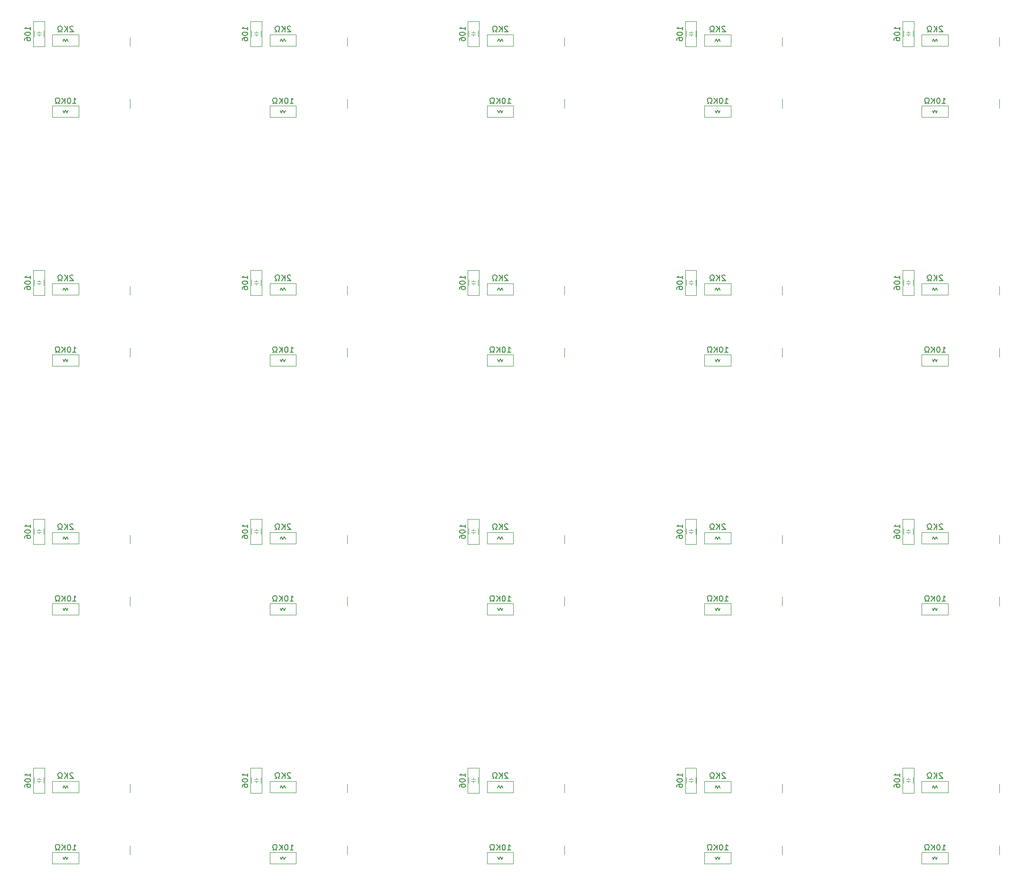
<source format=gbr>
%TF.GenerationSoftware,KiCad,Pcbnew,8.0.7*%
%TF.CreationDate,2025-01-08T09:27:09+09:00*%
%TF.ProjectId,waveShare-7inch-rs485,77617665-5368-4617-9265-2d37696e6368,rev?*%
%TF.SameCoordinates,Original*%
%TF.FileFunction,Legend,Bot*%
%TF.FilePolarity,Positive*%
%FSLAX46Y46*%
G04 Gerber Fmt 4.6, Leading zero omitted, Abs format (unit mm)*
G04 Created by KiCad (PCBNEW 8.0.7) date 2025-01-08 09:27:09*
%MOMM*%
%LPD*%
G01*
G04 APERTURE LIST*
%ADD10C,0.150000*%
%ADD11C,0.120000*%
%ADD12C,0.200000*%
G04 APERTURE END LIST*
D10*
X202864819Y-159463333D02*
X202864819Y-158891905D01*
X202864819Y-159177619D02*
X201864819Y-159177619D01*
X201864819Y-159177619D02*
X202007676Y-159082381D01*
X202007676Y-159082381D02*
X202102914Y-158987143D01*
X202102914Y-158987143D02*
X202150533Y-158891905D01*
X201864819Y-160082381D02*
X201864819Y-160177619D01*
X201864819Y-160177619D02*
X201912438Y-160272857D01*
X201912438Y-160272857D02*
X201960057Y-160320476D01*
X201960057Y-160320476D02*
X202055295Y-160368095D01*
X202055295Y-160368095D02*
X202245771Y-160415714D01*
X202245771Y-160415714D02*
X202483866Y-160415714D01*
X202483866Y-160415714D02*
X202674342Y-160368095D01*
X202674342Y-160368095D02*
X202769580Y-160320476D01*
X202769580Y-160320476D02*
X202817200Y-160272857D01*
X202817200Y-160272857D02*
X202864819Y-160177619D01*
X202864819Y-160177619D02*
X202864819Y-160082381D01*
X202864819Y-160082381D02*
X202817200Y-159987143D01*
X202817200Y-159987143D02*
X202769580Y-159939524D01*
X202769580Y-159939524D02*
X202674342Y-159891905D01*
X202674342Y-159891905D02*
X202483866Y-159844286D01*
X202483866Y-159844286D02*
X202245771Y-159844286D01*
X202245771Y-159844286D02*
X202055295Y-159891905D01*
X202055295Y-159891905D02*
X201960057Y-159939524D01*
X201960057Y-159939524D02*
X201912438Y-159987143D01*
X201912438Y-159987143D02*
X201864819Y-160082381D01*
X201864819Y-161272857D02*
X201864819Y-161082381D01*
X201864819Y-161082381D02*
X201912438Y-160987143D01*
X201912438Y-160987143D02*
X201960057Y-160939524D01*
X201960057Y-160939524D02*
X202102914Y-160844286D01*
X202102914Y-160844286D02*
X202293390Y-160796667D01*
X202293390Y-160796667D02*
X202674342Y-160796667D01*
X202674342Y-160796667D02*
X202769580Y-160844286D01*
X202769580Y-160844286D02*
X202817200Y-160891905D01*
X202817200Y-160891905D02*
X202864819Y-160987143D01*
X202864819Y-160987143D02*
X202864819Y-161177619D01*
X202864819Y-161177619D02*
X202817200Y-161272857D01*
X202817200Y-161272857D02*
X202769580Y-161320476D01*
X202769580Y-161320476D02*
X202674342Y-161368095D01*
X202674342Y-161368095D02*
X202436247Y-161368095D01*
X202436247Y-161368095D02*
X202341009Y-161320476D01*
X202341009Y-161320476D02*
X202293390Y-161272857D01*
X202293390Y-161272857D02*
X202245771Y-161177619D01*
X202245771Y-161177619D02*
X202245771Y-160987143D01*
X202245771Y-160987143D02*
X202293390Y-160891905D01*
X202293390Y-160891905D02*
X202341009Y-160844286D01*
X202341009Y-160844286D02*
X202436247Y-160796667D01*
X210487142Y-158860057D02*
X210439523Y-158812438D01*
X210439523Y-158812438D02*
X210344285Y-158764819D01*
X210344285Y-158764819D02*
X210106190Y-158764819D01*
X210106190Y-158764819D02*
X210010952Y-158812438D01*
X210010952Y-158812438D02*
X209963333Y-158860057D01*
X209963333Y-158860057D02*
X209915714Y-158955295D01*
X209915714Y-158955295D02*
X209915714Y-159050533D01*
X209915714Y-159050533D02*
X209963333Y-159193390D01*
X209963333Y-159193390D02*
X210534761Y-159764819D01*
X210534761Y-159764819D02*
X209915714Y-159764819D01*
X209487142Y-159764819D02*
X209487142Y-158764819D01*
X208915714Y-159764819D02*
X209344285Y-159193390D01*
X208915714Y-158764819D02*
X209487142Y-159336247D01*
X208534761Y-159764819D02*
X208296666Y-159764819D01*
X208296666Y-159764819D02*
X208296666Y-159574342D01*
X208296666Y-159574342D02*
X208391904Y-159526723D01*
X208391904Y-159526723D02*
X208487142Y-159431485D01*
X208487142Y-159431485D02*
X208534761Y-159288628D01*
X208534761Y-159288628D02*
X208534761Y-159050533D01*
X208534761Y-159050533D02*
X208487142Y-158907676D01*
X208487142Y-158907676D02*
X208391904Y-158812438D01*
X208391904Y-158812438D02*
X208249047Y-158764819D01*
X208249047Y-158764819D02*
X208058571Y-158764819D01*
X208058571Y-158764819D02*
X207915714Y-158812438D01*
X207915714Y-158812438D02*
X207820476Y-158907676D01*
X207820476Y-158907676D02*
X207772857Y-159050533D01*
X207772857Y-159050533D02*
X207772857Y-159288628D01*
X207772857Y-159288628D02*
X207820476Y-159431485D01*
X207820476Y-159431485D02*
X207915714Y-159526723D01*
X207915714Y-159526723D02*
X208010952Y-159574342D01*
X208010952Y-159574342D02*
X208010952Y-159764819D01*
X208010952Y-159764819D02*
X207772857Y-159764819D01*
X210416904Y-172594819D02*
X210988332Y-172594819D01*
X210702618Y-172594819D02*
X210702618Y-171594819D01*
X210702618Y-171594819D02*
X210797856Y-171737676D01*
X210797856Y-171737676D02*
X210893094Y-171832914D01*
X210893094Y-171832914D02*
X210988332Y-171880533D01*
X209797856Y-171594819D02*
X209702618Y-171594819D01*
X209702618Y-171594819D02*
X209607380Y-171642438D01*
X209607380Y-171642438D02*
X209559761Y-171690057D01*
X209559761Y-171690057D02*
X209512142Y-171785295D01*
X209512142Y-171785295D02*
X209464523Y-171975771D01*
X209464523Y-171975771D02*
X209464523Y-172213866D01*
X209464523Y-172213866D02*
X209512142Y-172404342D01*
X209512142Y-172404342D02*
X209559761Y-172499580D01*
X209559761Y-172499580D02*
X209607380Y-172547200D01*
X209607380Y-172547200D02*
X209702618Y-172594819D01*
X209702618Y-172594819D02*
X209797856Y-172594819D01*
X209797856Y-172594819D02*
X209893094Y-172547200D01*
X209893094Y-172547200D02*
X209940713Y-172499580D01*
X209940713Y-172499580D02*
X209988332Y-172404342D01*
X209988332Y-172404342D02*
X210035951Y-172213866D01*
X210035951Y-172213866D02*
X210035951Y-171975771D01*
X210035951Y-171975771D02*
X209988332Y-171785295D01*
X209988332Y-171785295D02*
X209940713Y-171690057D01*
X209940713Y-171690057D02*
X209893094Y-171642438D01*
X209893094Y-171642438D02*
X209797856Y-171594819D01*
X209035951Y-172594819D02*
X209035951Y-171594819D01*
X208464523Y-172594819D02*
X208893094Y-172023390D01*
X208464523Y-171594819D02*
X209035951Y-172166247D01*
X208083570Y-172594819D02*
X207845475Y-172594819D01*
X207845475Y-172594819D02*
X207845475Y-172404342D01*
X207845475Y-172404342D02*
X207940713Y-172356723D01*
X207940713Y-172356723D02*
X208035951Y-172261485D01*
X208035951Y-172261485D02*
X208083570Y-172118628D01*
X208083570Y-172118628D02*
X208083570Y-171880533D01*
X208083570Y-171880533D02*
X208035951Y-171737676D01*
X208035951Y-171737676D02*
X207940713Y-171642438D01*
X207940713Y-171642438D02*
X207797856Y-171594819D01*
X207797856Y-171594819D02*
X207607380Y-171594819D01*
X207607380Y-171594819D02*
X207464523Y-171642438D01*
X207464523Y-171642438D02*
X207369285Y-171737676D01*
X207369285Y-171737676D02*
X207321666Y-171880533D01*
X207321666Y-171880533D02*
X207321666Y-172118628D01*
X207321666Y-172118628D02*
X207369285Y-172261485D01*
X207369285Y-172261485D02*
X207464523Y-172356723D01*
X207464523Y-172356723D02*
X207559761Y-172404342D01*
X207559761Y-172404342D02*
X207559761Y-172594819D01*
X207559761Y-172594819D02*
X207321666Y-172594819D01*
X164064819Y-159463333D02*
X164064819Y-158891905D01*
X164064819Y-159177619D02*
X163064819Y-159177619D01*
X163064819Y-159177619D02*
X163207676Y-159082381D01*
X163207676Y-159082381D02*
X163302914Y-158987143D01*
X163302914Y-158987143D02*
X163350533Y-158891905D01*
X163064819Y-160082381D02*
X163064819Y-160177619D01*
X163064819Y-160177619D02*
X163112438Y-160272857D01*
X163112438Y-160272857D02*
X163160057Y-160320476D01*
X163160057Y-160320476D02*
X163255295Y-160368095D01*
X163255295Y-160368095D02*
X163445771Y-160415714D01*
X163445771Y-160415714D02*
X163683866Y-160415714D01*
X163683866Y-160415714D02*
X163874342Y-160368095D01*
X163874342Y-160368095D02*
X163969580Y-160320476D01*
X163969580Y-160320476D02*
X164017200Y-160272857D01*
X164017200Y-160272857D02*
X164064819Y-160177619D01*
X164064819Y-160177619D02*
X164064819Y-160082381D01*
X164064819Y-160082381D02*
X164017200Y-159987143D01*
X164017200Y-159987143D02*
X163969580Y-159939524D01*
X163969580Y-159939524D02*
X163874342Y-159891905D01*
X163874342Y-159891905D02*
X163683866Y-159844286D01*
X163683866Y-159844286D02*
X163445771Y-159844286D01*
X163445771Y-159844286D02*
X163255295Y-159891905D01*
X163255295Y-159891905D02*
X163160057Y-159939524D01*
X163160057Y-159939524D02*
X163112438Y-159987143D01*
X163112438Y-159987143D02*
X163064819Y-160082381D01*
X163064819Y-161272857D02*
X163064819Y-161082381D01*
X163064819Y-161082381D02*
X163112438Y-160987143D01*
X163112438Y-160987143D02*
X163160057Y-160939524D01*
X163160057Y-160939524D02*
X163302914Y-160844286D01*
X163302914Y-160844286D02*
X163493390Y-160796667D01*
X163493390Y-160796667D02*
X163874342Y-160796667D01*
X163874342Y-160796667D02*
X163969580Y-160844286D01*
X163969580Y-160844286D02*
X164017200Y-160891905D01*
X164017200Y-160891905D02*
X164064819Y-160987143D01*
X164064819Y-160987143D02*
X164064819Y-161177619D01*
X164064819Y-161177619D02*
X164017200Y-161272857D01*
X164017200Y-161272857D02*
X163969580Y-161320476D01*
X163969580Y-161320476D02*
X163874342Y-161368095D01*
X163874342Y-161368095D02*
X163636247Y-161368095D01*
X163636247Y-161368095D02*
X163541009Y-161320476D01*
X163541009Y-161320476D02*
X163493390Y-161272857D01*
X163493390Y-161272857D02*
X163445771Y-161177619D01*
X163445771Y-161177619D02*
X163445771Y-160987143D01*
X163445771Y-160987143D02*
X163493390Y-160891905D01*
X163493390Y-160891905D02*
X163541009Y-160844286D01*
X163541009Y-160844286D02*
X163636247Y-160796667D01*
X171687142Y-158860057D02*
X171639523Y-158812438D01*
X171639523Y-158812438D02*
X171544285Y-158764819D01*
X171544285Y-158764819D02*
X171306190Y-158764819D01*
X171306190Y-158764819D02*
X171210952Y-158812438D01*
X171210952Y-158812438D02*
X171163333Y-158860057D01*
X171163333Y-158860057D02*
X171115714Y-158955295D01*
X171115714Y-158955295D02*
X171115714Y-159050533D01*
X171115714Y-159050533D02*
X171163333Y-159193390D01*
X171163333Y-159193390D02*
X171734761Y-159764819D01*
X171734761Y-159764819D02*
X171115714Y-159764819D01*
X170687142Y-159764819D02*
X170687142Y-158764819D01*
X170115714Y-159764819D02*
X170544285Y-159193390D01*
X170115714Y-158764819D02*
X170687142Y-159336247D01*
X169734761Y-159764819D02*
X169496666Y-159764819D01*
X169496666Y-159764819D02*
X169496666Y-159574342D01*
X169496666Y-159574342D02*
X169591904Y-159526723D01*
X169591904Y-159526723D02*
X169687142Y-159431485D01*
X169687142Y-159431485D02*
X169734761Y-159288628D01*
X169734761Y-159288628D02*
X169734761Y-159050533D01*
X169734761Y-159050533D02*
X169687142Y-158907676D01*
X169687142Y-158907676D02*
X169591904Y-158812438D01*
X169591904Y-158812438D02*
X169449047Y-158764819D01*
X169449047Y-158764819D02*
X169258571Y-158764819D01*
X169258571Y-158764819D02*
X169115714Y-158812438D01*
X169115714Y-158812438D02*
X169020476Y-158907676D01*
X169020476Y-158907676D02*
X168972857Y-159050533D01*
X168972857Y-159050533D02*
X168972857Y-159288628D01*
X168972857Y-159288628D02*
X169020476Y-159431485D01*
X169020476Y-159431485D02*
X169115714Y-159526723D01*
X169115714Y-159526723D02*
X169210952Y-159574342D01*
X169210952Y-159574342D02*
X169210952Y-159764819D01*
X169210952Y-159764819D02*
X168972857Y-159764819D01*
X171616904Y-172594819D02*
X172188332Y-172594819D01*
X171902618Y-172594819D02*
X171902618Y-171594819D01*
X171902618Y-171594819D02*
X171997856Y-171737676D01*
X171997856Y-171737676D02*
X172093094Y-171832914D01*
X172093094Y-171832914D02*
X172188332Y-171880533D01*
X170997856Y-171594819D02*
X170902618Y-171594819D01*
X170902618Y-171594819D02*
X170807380Y-171642438D01*
X170807380Y-171642438D02*
X170759761Y-171690057D01*
X170759761Y-171690057D02*
X170712142Y-171785295D01*
X170712142Y-171785295D02*
X170664523Y-171975771D01*
X170664523Y-171975771D02*
X170664523Y-172213866D01*
X170664523Y-172213866D02*
X170712142Y-172404342D01*
X170712142Y-172404342D02*
X170759761Y-172499580D01*
X170759761Y-172499580D02*
X170807380Y-172547200D01*
X170807380Y-172547200D02*
X170902618Y-172594819D01*
X170902618Y-172594819D02*
X170997856Y-172594819D01*
X170997856Y-172594819D02*
X171093094Y-172547200D01*
X171093094Y-172547200D02*
X171140713Y-172499580D01*
X171140713Y-172499580D02*
X171188332Y-172404342D01*
X171188332Y-172404342D02*
X171235951Y-172213866D01*
X171235951Y-172213866D02*
X171235951Y-171975771D01*
X171235951Y-171975771D02*
X171188332Y-171785295D01*
X171188332Y-171785295D02*
X171140713Y-171690057D01*
X171140713Y-171690057D02*
X171093094Y-171642438D01*
X171093094Y-171642438D02*
X170997856Y-171594819D01*
X170235951Y-172594819D02*
X170235951Y-171594819D01*
X169664523Y-172594819D02*
X170093094Y-172023390D01*
X169664523Y-171594819D02*
X170235951Y-172166247D01*
X169283570Y-172594819D02*
X169045475Y-172594819D01*
X169045475Y-172594819D02*
X169045475Y-172404342D01*
X169045475Y-172404342D02*
X169140713Y-172356723D01*
X169140713Y-172356723D02*
X169235951Y-172261485D01*
X169235951Y-172261485D02*
X169283570Y-172118628D01*
X169283570Y-172118628D02*
X169283570Y-171880533D01*
X169283570Y-171880533D02*
X169235951Y-171737676D01*
X169235951Y-171737676D02*
X169140713Y-171642438D01*
X169140713Y-171642438D02*
X168997856Y-171594819D01*
X168997856Y-171594819D02*
X168807380Y-171594819D01*
X168807380Y-171594819D02*
X168664523Y-171642438D01*
X168664523Y-171642438D02*
X168569285Y-171737676D01*
X168569285Y-171737676D02*
X168521666Y-171880533D01*
X168521666Y-171880533D02*
X168521666Y-172118628D01*
X168521666Y-172118628D02*
X168569285Y-172261485D01*
X168569285Y-172261485D02*
X168664523Y-172356723D01*
X168664523Y-172356723D02*
X168759761Y-172404342D01*
X168759761Y-172404342D02*
X168759761Y-172594819D01*
X168759761Y-172594819D02*
X168521666Y-172594819D01*
X125264819Y-159463333D02*
X125264819Y-158891905D01*
X125264819Y-159177619D02*
X124264819Y-159177619D01*
X124264819Y-159177619D02*
X124407676Y-159082381D01*
X124407676Y-159082381D02*
X124502914Y-158987143D01*
X124502914Y-158987143D02*
X124550533Y-158891905D01*
X124264819Y-160082381D02*
X124264819Y-160177619D01*
X124264819Y-160177619D02*
X124312438Y-160272857D01*
X124312438Y-160272857D02*
X124360057Y-160320476D01*
X124360057Y-160320476D02*
X124455295Y-160368095D01*
X124455295Y-160368095D02*
X124645771Y-160415714D01*
X124645771Y-160415714D02*
X124883866Y-160415714D01*
X124883866Y-160415714D02*
X125074342Y-160368095D01*
X125074342Y-160368095D02*
X125169580Y-160320476D01*
X125169580Y-160320476D02*
X125217200Y-160272857D01*
X125217200Y-160272857D02*
X125264819Y-160177619D01*
X125264819Y-160177619D02*
X125264819Y-160082381D01*
X125264819Y-160082381D02*
X125217200Y-159987143D01*
X125217200Y-159987143D02*
X125169580Y-159939524D01*
X125169580Y-159939524D02*
X125074342Y-159891905D01*
X125074342Y-159891905D02*
X124883866Y-159844286D01*
X124883866Y-159844286D02*
X124645771Y-159844286D01*
X124645771Y-159844286D02*
X124455295Y-159891905D01*
X124455295Y-159891905D02*
X124360057Y-159939524D01*
X124360057Y-159939524D02*
X124312438Y-159987143D01*
X124312438Y-159987143D02*
X124264819Y-160082381D01*
X124264819Y-161272857D02*
X124264819Y-161082381D01*
X124264819Y-161082381D02*
X124312438Y-160987143D01*
X124312438Y-160987143D02*
X124360057Y-160939524D01*
X124360057Y-160939524D02*
X124502914Y-160844286D01*
X124502914Y-160844286D02*
X124693390Y-160796667D01*
X124693390Y-160796667D02*
X125074342Y-160796667D01*
X125074342Y-160796667D02*
X125169580Y-160844286D01*
X125169580Y-160844286D02*
X125217200Y-160891905D01*
X125217200Y-160891905D02*
X125264819Y-160987143D01*
X125264819Y-160987143D02*
X125264819Y-161177619D01*
X125264819Y-161177619D02*
X125217200Y-161272857D01*
X125217200Y-161272857D02*
X125169580Y-161320476D01*
X125169580Y-161320476D02*
X125074342Y-161368095D01*
X125074342Y-161368095D02*
X124836247Y-161368095D01*
X124836247Y-161368095D02*
X124741009Y-161320476D01*
X124741009Y-161320476D02*
X124693390Y-161272857D01*
X124693390Y-161272857D02*
X124645771Y-161177619D01*
X124645771Y-161177619D02*
X124645771Y-160987143D01*
X124645771Y-160987143D02*
X124693390Y-160891905D01*
X124693390Y-160891905D02*
X124741009Y-160844286D01*
X124741009Y-160844286D02*
X124836247Y-160796667D01*
X132887142Y-158860057D02*
X132839523Y-158812438D01*
X132839523Y-158812438D02*
X132744285Y-158764819D01*
X132744285Y-158764819D02*
X132506190Y-158764819D01*
X132506190Y-158764819D02*
X132410952Y-158812438D01*
X132410952Y-158812438D02*
X132363333Y-158860057D01*
X132363333Y-158860057D02*
X132315714Y-158955295D01*
X132315714Y-158955295D02*
X132315714Y-159050533D01*
X132315714Y-159050533D02*
X132363333Y-159193390D01*
X132363333Y-159193390D02*
X132934761Y-159764819D01*
X132934761Y-159764819D02*
X132315714Y-159764819D01*
X131887142Y-159764819D02*
X131887142Y-158764819D01*
X131315714Y-159764819D02*
X131744285Y-159193390D01*
X131315714Y-158764819D02*
X131887142Y-159336247D01*
X130934761Y-159764819D02*
X130696666Y-159764819D01*
X130696666Y-159764819D02*
X130696666Y-159574342D01*
X130696666Y-159574342D02*
X130791904Y-159526723D01*
X130791904Y-159526723D02*
X130887142Y-159431485D01*
X130887142Y-159431485D02*
X130934761Y-159288628D01*
X130934761Y-159288628D02*
X130934761Y-159050533D01*
X130934761Y-159050533D02*
X130887142Y-158907676D01*
X130887142Y-158907676D02*
X130791904Y-158812438D01*
X130791904Y-158812438D02*
X130649047Y-158764819D01*
X130649047Y-158764819D02*
X130458571Y-158764819D01*
X130458571Y-158764819D02*
X130315714Y-158812438D01*
X130315714Y-158812438D02*
X130220476Y-158907676D01*
X130220476Y-158907676D02*
X130172857Y-159050533D01*
X130172857Y-159050533D02*
X130172857Y-159288628D01*
X130172857Y-159288628D02*
X130220476Y-159431485D01*
X130220476Y-159431485D02*
X130315714Y-159526723D01*
X130315714Y-159526723D02*
X130410952Y-159574342D01*
X130410952Y-159574342D02*
X130410952Y-159764819D01*
X130410952Y-159764819D02*
X130172857Y-159764819D01*
X132816904Y-172594819D02*
X133388332Y-172594819D01*
X133102618Y-172594819D02*
X133102618Y-171594819D01*
X133102618Y-171594819D02*
X133197856Y-171737676D01*
X133197856Y-171737676D02*
X133293094Y-171832914D01*
X133293094Y-171832914D02*
X133388332Y-171880533D01*
X132197856Y-171594819D02*
X132102618Y-171594819D01*
X132102618Y-171594819D02*
X132007380Y-171642438D01*
X132007380Y-171642438D02*
X131959761Y-171690057D01*
X131959761Y-171690057D02*
X131912142Y-171785295D01*
X131912142Y-171785295D02*
X131864523Y-171975771D01*
X131864523Y-171975771D02*
X131864523Y-172213866D01*
X131864523Y-172213866D02*
X131912142Y-172404342D01*
X131912142Y-172404342D02*
X131959761Y-172499580D01*
X131959761Y-172499580D02*
X132007380Y-172547200D01*
X132007380Y-172547200D02*
X132102618Y-172594819D01*
X132102618Y-172594819D02*
X132197856Y-172594819D01*
X132197856Y-172594819D02*
X132293094Y-172547200D01*
X132293094Y-172547200D02*
X132340713Y-172499580D01*
X132340713Y-172499580D02*
X132388332Y-172404342D01*
X132388332Y-172404342D02*
X132435951Y-172213866D01*
X132435951Y-172213866D02*
X132435951Y-171975771D01*
X132435951Y-171975771D02*
X132388332Y-171785295D01*
X132388332Y-171785295D02*
X132340713Y-171690057D01*
X132340713Y-171690057D02*
X132293094Y-171642438D01*
X132293094Y-171642438D02*
X132197856Y-171594819D01*
X131435951Y-172594819D02*
X131435951Y-171594819D01*
X130864523Y-172594819D02*
X131293094Y-172023390D01*
X130864523Y-171594819D02*
X131435951Y-172166247D01*
X130483570Y-172594819D02*
X130245475Y-172594819D01*
X130245475Y-172594819D02*
X130245475Y-172404342D01*
X130245475Y-172404342D02*
X130340713Y-172356723D01*
X130340713Y-172356723D02*
X130435951Y-172261485D01*
X130435951Y-172261485D02*
X130483570Y-172118628D01*
X130483570Y-172118628D02*
X130483570Y-171880533D01*
X130483570Y-171880533D02*
X130435951Y-171737676D01*
X130435951Y-171737676D02*
X130340713Y-171642438D01*
X130340713Y-171642438D02*
X130197856Y-171594819D01*
X130197856Y-171594819D02*
X130007380Y-171594819D01*
X130007380Y-171594819D02*
X129864523Y-171642438D01*
X129864523Y-171642438D02*
X129769285Y-171737676D01*
X129769285Y-171737676D02*
X129721666Y-171880533D01*
X129721666Y-171880533D02*
X129721666Y-172118628D01*
X129721666Y-172118628D02*
X129769285Y-172261485D01*
X129769285Y-172261485D02*
X129864523Y-172356723D01*
X129864523Y-172356723D02*
X129959761Y-172404342D01*
X129959761Y-172404342D02*
X129959761Y-172594819D01*
X129959761Y-172594819D02*
X129721666Y-172594819D01*
X86464819Y-159463333D02*
X86464819Y-158891905D01*
X86464819Y-159177619D02*
X85464819Y-159177619D01*
X85464819Y-159177619D02*
X85607676Y-159082381D01*
X85607676Y-159082381D02*
X85702914Y-158987143D01*
X85702914Y-158987143D02*
X85750533Y-158891905D01*
X85464819Y-160082381D02*
X85464819Y-160177619D01*
X85464819Y-160177619D02*
X85512438Y-160272857D01*
X85512438Y-160272857D02*
X85560057Y-160320476D01*
X85560057Y-160320476D02*
X85655295Y-160368095D01*
X85655295Y-160368095D02*
X85845771Y-160415714D01*
X85845771Y-160415714D02*
X86083866Y-160415714D01*
X86083866Y-160415714D02*
X86274342Y-160368095D01*
X86274342Y-160368095D02*
X86369580Y-160320476D01*
X86369580Y-160320476D02*
X86417200Y-160272857D01*
X86417200Y-160272857D02*
X86464819Y-160177619D01*
X86464819Y-160177619D02*
X86464819Y-160082381D01*
X86464819Y-160082381D02*
X86417200Y-159987143D01*
X86417200Y-159987143D02*
X86369580Y-159939524D01*
X86369580Y-159939524D02*
X86274342Y-159891905D01*
X86274342Y-159891905D02*
X86083866Y-159844286D01*
X86083866Y-159844286D02*
X85845771Y-159844286D01*
X85845771Y-159844286D02*
X85655295Y-159891905D01*
X85655295Y-159891905D02*
X85560057Y-159939524D01*
X85560057Y-159939524D02*
X85512438Y-159987143D01*
X85512438Y-159987143D02*
X85464819Y-160082381D01*
X85464819Y-161272857D02*
X85464819Y-161082381D01*
X85464819Y-161082381D02*
X85512438Y-160987143D01*
X85512438Y-160987143D02*
X85560057Y-160939524D01*
X85560057Y-160939524D02*
X85702914Y-160844286D01*
X85702914Y-160844286D02*
X85893390Y-160796667D01*
X85893390Y-160796667D02*
X86274342Y-160796667D01*
X86274342Y-160796667D02*
X86369580Y-160844286D01*
X86369580Y-160844286D02*
X86417200Y-160891905D01*
X86417200Y-160891905D02*
X86464819Y-160987143D01*
X86464819Y-160987143D02*
X86464819Y-161177619D01*
X86464819Y-161177619D02*
X86417200Y-161272857D01*
X86417200Y-161272857D02*
X86369580Y-161320476D01*
X86369580Y-161320476D02*
X86274342Y-161368095D01*
X86274342Y-161368095D02*
X86036247Y-161368095D01*
X86036247Y-161368095D02*
X85941009Y-161320476D01*
X85941009Y-161320476D02*
X85893390Y-161272857D01*
X85893390Y-161272857D02*
X85845771Y-161177619D01*
X85845771Y-161177619D02*
X85845771Y-160987143D01*
X85845771Y-160987143D02*
X85893390Y-160891905D01*
X85893390Y-160891905D02*
X85941009Y-160844286D01*
X85941009Y-160844286D02*
X86036247Y-160796667D01*
X94087142Y-158860057D02*
X94039523Y-158812438D01*
X94039523Y-158812438D02*
X93944285Y-158764819D01*
X93944285Y-158764819D02*
X93706190Y-158764819D01*
X93706190Y-158764819D02*
X93610952Y-158812438D01*
X93610952Y-158812438D02*
X93563333Y-158860057D01*
X93563333Y-158860057D02*
X93515714Y-158955295D01*
X93515714Y-158955295D02*
X93515714Y-159050533D01*
X93515714Y-159050533D02*
X93563333Y-159193390D01*
X93563333Y-159193390D02*
X94134761Y-159764819D01*
X94134761Y-159764819D02*
X93515714Y-159764819D01*
X93087142Y-159764819D02*
X93087142Y-158764819D01*
X92515714Y-159764819D02*
X92944285Y-159193390D01*
X92515714Y-158764819D02*
X93087142Y-159336247D01*
X92134761Y-159764819D02*
X91896666Y-159764819D01*
X91896666Y-159764819D02*
X91896666Y-159574342D01*
X91896666Y-159574342D02*
X91991904Y-159526723D01*
X91991904Y-159526723D02*
X92087142Y-159431485D01*
X92087142Y-159431485D02*
X92134761Y-159288628D01*
X92134761Y-159288628D02*
X92134761Y-159050533D01*
X92134761Y-159050533D02*
X92087142Y-158907676D01*
X92087142Y-158907676D02*
X91991904Y-158812438D01*
X91991904Y-158812438D02*
X91849047Y-158764819D01*
X91849047Y-158764819D02*
X91658571Y-158764819D01*
X91658571Y-158764819D02*
X91515714Y-158812438D01*
X91515714Y-158812438D02*
X91420476Y-158907676D01*
X91420476Y-158907676D02*
X91372857Y-159050533D01*
X91372857Y-159050533D02*
X91372857Y-159288628D01*
X91372857Y-159288628D02*
X91420476Y-159431485D01*
X91420476Y-159431485D02*
X91515714Y-159526723D01*
X91515714Y-159526723D02*
X91610952Y-159574342D01*
X91610952Y-159574342D02*
X91610952Y-159764819D01*
X91610952Y-159764819D02*
X91372857Y-159764819D01*
X94016904Y-172594819D02*
X94588332Y-172594819D01*
X94302618Y-172594819D02*
X94302618Y-171594819D01*
X94302618Y-171594819D02*
X94397856Y-171737676D01*
X94397856Y-171737676D02*
X94493094Y-171832914D01*
X94493094Y-171832914D02*
X94588332Y-171880533D01*
X93397856Y-171594819D02*
X93302618Y-171594819D01*
X93302618Y-171594819D02*
X93207380Y-171642438D01*
X93207380Y-171642438D02*
X93159761Y-171690057D01*
X93159761Y-171690057D02*
X93112142Y-171785295D01*
X93112142Y-171785295D02*
X93064523Y-171975771D01*
X93064523Y-171975771D02*
X93064523Y-172213866D01*
X93064523Y-172213866D02*
X93112142Y-172404342D01*
X93112142Y-172404342D02*
X93159761Y-172499580D01*
X93159761Y-172499580D02*
X93207380Y-172547200D01*
X93207380Y-172547200D02*
X93302618Y-172594819D01*
X93302618Y-172594819D02*
X93397856Y-172594819D01*
X93397856Y-172594819D02*
X93493094Y-172547200D01*
X93493094Y-172547200D02*
X93540713Y-172499580D01*
X93540713Y-172499580D02*
X93588332Y-172404342D01*
X93588332Y-172404342D02*
X93635951Y-172213866D01*
X93635951Y-172213866D02*
X93635951Y-171975771D01*
X93635951Y-171975771D02*
X93588332Y-171785295D01*
X93588332Y-171785295D02*
X93540713Y-171690057D01*
X93540713Y-171690057D02*
X93493094Y-171642438D01*
X93493094Y-171642438D02*
X93397856Y-171594819D01*
X92635951Y-172594819D02*
X92635951Y-171594819D01*
X92064523Y-172594819D02*
X92493094Y-172023390D01*
X92064523Y-171594819D02*
X92635951Y-172166247D01*
X91683570Y-172594819D02*
X91445475Y-172594819D01*
X91445475Y-172594819D02*
X91445475Y-172404342D01*
X91445475Y-172404342D02*
X91540713Y-172356723D01*
X91540713Y-172356723D02*
X91635951Y-172261485D01*
X91635951Y-172261485D02*
X91683570Y-172118628D01*
X91683570Y-172118628D02*
X91683570Y-171880533D01*
X91683570Y-171880533D02*
X91635951Y-171737676D01*
X91635951Y-171737676D02*
X91540713Y-171642438D01*
X91540713Y-171642438D02*
X91397856Y-171594819D01*
X91397856Y-171594819D02*
X91207380Y-171594819D01*
X91207380Y-171594819D02*
X91064523Y-171642438D01*
X91064523Y-171642438D02*
X90969285Y-171737676D01*
X90969285Y-171737676D02*
X90921666Y-171880533D01*
X90921666Y-171880533D02*
X90921666Y-172118628D01*
X90921666Y-172118628D02*
X90969285Y-172261485D01*
X90969285Y-172261485D02*
X91064523Y-172356723D01*
X91064523Y-172356723D02*
X91159761Y-172404342D01*
X91159761Y-172404342D02*
X91159761Y-172594819D01*
X91159761Y-172594819D02*
X90921666Y-172594819D01*
X47664819Y-159463333D02*
X47664819Y-158891905D01*
X47664819Y-159177619D02*
X46664819Y-159177619D01*
X46664819Y-159177619D02*
X46807676Y-159082381D01*
X46807676Y-159082381D02*
X46902914Y-158987143D01*
X46902914Y-158987143D02*
X46950533Y-158891905D01*
X46664819Y-160082381D02*
X46664819Y-160177619D01*
X46664819Y-160177619D02*
X46712438Y-160272857D01*
X46712438Y-160272857D02*
X46760057Y-160320476D01*
X46760057Y-160320476D02*
X46855295Y-160368095D01*
X46855295Y-160368095D02*
X47045771Y-160415714D01*
X47045771Y-160415714D02*
X47283866Y-160415714D01*
X47283866Y-160415714D02*
X47474342Y-160368095D01*
X47474342Y-160368095D02*
X47569580Y-160320476D01*
X47569580Y-160320476D02*
X47617200Y-160272857D01*
X47617200Y-160272857D02*
X47664819Y-160177619D01*
X47664819Y-160177619D02*
X47664819Y-160082381D01*
X47664819Y-160082381D02*
X47617200Y-159987143D01*
X47617200Y-159987143D02*
X47569580Y-159939524D01*
X47569580Y-159939524D02*
X47474342Y-159891905D01*
X47474342Y-159891905D02*
X47283866Y-159844286D01*
X47283866Y-159844286D02*
X47045771Y-159844286D01*
X47045771Y-159844286D02*
X46855295Y-159891905D01*
X46855295Y-159891905D02*
X46760057Y-159939524D01*
X46760057Y-159939524D02*
X46712438Y-159987143D01*
X46712438Y-159987143D02*
X46664819Y-160082381D01*
X46664819Y-161272857D02*
X46664819Y-161082381D01*
X46664819Y-161082381D02*
X46712438Y-160987143D01*
X46712438Y-160987143D02*
X46760057Y-160939524D01*
X46760057Y-160939524D02*
X46902914Y-160844286D01*
X46902914Y-160844286D02*
X47093390Y-160796667D01*
X47093390Y-160796667D02*
X47474342Y-160796667D01*
X47474342Y-160796667D02*
X47569580Y-160844286D01*
X47569580Y-160844286D02*
X47617200Y-160891905D01*
X47617200Y-160891905D02*
X47664819Y-160987143D01*
X47664819Y-160987143D02*
X47664819Y-161177619D01*
X47664819Y-161177619D02*
X47617200Y-161272857D01*
X47617200Y-161272857D02*
X47569580Y-161320476D01*
X47569580Y-161320476D02*
X47474342Y-161368095D01*
X47474342Y-161368095D02*
X47236247Y-161368095D01*
X47236247Y-161368095D02*
X47141009Y-161320476D01*
X47141009Y-161320476D02*
X47093390Y-161272857D01*
X47093390Y-161272857D02*
X47045771Y-161177619D01*
X47045771Y-161177619D02*
X47045771Y-160987143D01*
X47045771Y-160987143D02*
X47093390Y-160891905D01*
X47093390Y-160891905D02*
X47141009Y-160844286D01*
X47141009Y-160844286D02*
X47236247Y-160796667D01*
X55287142Y-158860057D02*
X55239523Y-158812438D01*
X55239523Y-158812438D02*
X55144285Y-158764819D01*
X55144285Y-158764819D02*
X54906190Y-158764819D01*
X54906190Y-158764819D02*
X54810952Y-158812438D01*
X54810952Y-158812438D02*
X54763333Y-158860057D01*
X54763333Y-158860057D02*
X54715714Y-158955295D01*
X54715714Y-158955295D02*
X54715714Y-159050533D01*
X54715714Y-159050533D02*
X54763333Y-159193390D01*
X54763333Y-159193390D02*
X55334761Y-159764819D01*
X55334761Y-159764819D02*
X54715714Y-159764819D01*
X54287142Y-159764819D02*
X54287142Y-158764819D01*
X53715714Y-159764819D02*
X54144285Y-159193390D01*
X53715714Y-158764819D02*
X54287142Y-159336247D01*
X53334761Y-159764819D02*
X53096666Y-159764819D01*
X53096666Y-159764819D02*
X53096666Y-159574342D01*
X53096666Y-159574342D02*
X53191904Y-159526723D01*
X53191904Y-159526723D02*
X53287142Y-159431485D01*
X53287142Y-159431485D02*
X53334761Y-159288628D01*
X53334761Y-159288628D02*
X53334761Y-159050533D01*
X53334761Y-159050533D02*
X53287142Y-158907676D01*
X53287142Y-158907676D02*
X53191904Y-158812438D01*
X53191904Y-158812438D02*
X53049047Y-158764819D01*
X53049047Y-158764819D02*
X52858571Y-158764819D01*
X52858571Y-158764819D02*
X52715714Y-158812438D01*
X52715714Y-158812438D02*
X52620476Y-158907676D01*
X52620476Y-158907676D02*
X52572857Y-159050533D01*
X52572857Y-159050533D02*
X52572857Y-159288628D01*
X52572857Y-159288628D02*
X52620476Y-159431485D01*
X52620476Y-159431485D02*
X52715714Y-159526723D01*
X52715714Y-159526723D02*
X52810952Y-159574342D01*
X52810952Y-159574342D02*
X52810952Y-159764819D01*
X52810952Y-159764819D02*
X52572857Y-159764819D01*
X55216904Y-172594819D02*
X55788332Y-172594819D01*
X55502618Y-172594819D02*
X55502618Y-171594819D01*
X55502618Y-171594819D02*
X55597856Y-171737676D01*
X55597856Y-171737676D02*
X55693094Y-171832914D01*
X55693094Y-171832914D02*
X55788332Y-171880533D01*
X54597856Y-171594819D02*
X54502618Y-171594819D01*
X54502618Y-171594819D02*
X54407380Y-171642438D01*
X54407380Y-171642438D02*
X54359761Y-171690057D01*
X54359761Y-171690057D02*
X54312142Y-171785295D01*
X54312142Y-171785295D02*
X54264523Y-171975771D01*
X54264523Y-171975771D02*
X54264523Y-172213866D01*
X54264523Y-172213866D02*
X54312142Y-172404342D01*
X54312142Y-172404342D02*
X54359761Y-172499580D01*
X54359761Y-172499580D02*
X54407380Y-172547200D01*
X54407380Y-172547200D02*
X54502618Y-172594819D01*
X54502618Y-172594819D02*
X54597856Y-172594819D01*
X54597856Y-172594819D02*
X54693094Y-172547200D01*
X54693094Y-172547200D02*
X54740713Y-172499580D01*
X54740713Y-172499580D02*
X54788332Y-172404342D01*
X54788332Y-172404342D02*
X54835951Y-172213866D01*
X54835951Y-172213866D02*
X54835951Y-171975771D01*
X54835951Y-171975771D02*
X54788332Y-171785295D01*
X54788332Y-171785295D02*
X54740713Y-171690057D01*
X54740713Y-171690057D02*
X54693094Y-171642438D01*
X54693094Y-171642438D02*
X54597856Y-171594819D01*
X53835951Y-172594819D02*
X53835951Y-171594819D01*
X53264523Y-172594819D02*
X53693094Y-172023390D01*
X53264523Y-171594819D02*
X53835951Y-172166247D01*
X52883570Y-172594819D02*
X52645475Y-172594819D01*
X52645475Y-172594819D02*
X52645475Y-172404342D01*
X52645475Y-172404342D02*
X52740713Y-172356723D01*
X52740713Y-172356723D02*
X52835951Y-172261485D01*
X52835951Y-172261485D02*
X52883570Y-172118628D01*
X52883570Y-172118628D02*
X52883570Y-171880533D01*
X52883570Y-171880533D02*
X52835951Y-171737676D01*
X52835951Y-171737676D02*
X52740713Y-171642438D01*
X52740713Y-171642438D02*
X52597856Y-171594819D01*
X52597856Y-171594819D02*
X52407380Y-171594819D01*
X52407380Y-171594819D02*
X52264523Y-171642438D01*
X52264523Y-171642438D02*
X52169285Y-171737676D01*
X52169285Y-171737676D02*
X52121666Y-171880533D01*
X52121666Y-171880533D02*
X52121666Y-172118628D01*
X52121666Y-172118628D02*
X52169285Y-172261485D01*
X52169285Y-172261485D02*
X52264523Y-172356723D01*
X52264523Y-172356723D02*
X52359761Y-172404342D01*
X52359761Y-172404342D02*
X52359761Y-172594819D01*
X52359761Y-172594819D02*
X52121666Y-172594819D01*
X202864819Y-115013333D02*
X202864819Y-114441905D01*
X202864819Y-114727619D02*
X201864819Y-114727619D01*
X201864819Y-114727619D02*
X202007676Y-114632381D01*
X202007676Y-114632381D02*
X202102914Y-114537143D01*
X202102914Y-114537143D02*
X202150533Y-114441905D01*
X201864819Y-115632381D02*
X201864819Y-115727619D01*
X201864819Y-115727619D02*
X201912438Y-115822857D01*
X201912438Y-115822857D02*
X201960057Y-115870476D01*
X201960057Y-115870476D02*
X202055295Y-115918095D01*
X202055295Y-115918095D02*
X202245771Y-115965714D01*
X202245771Y-115965714D02*
X202483866Y-115965714D01*
X202483866Y-115965714D02*
X202674342Y-115918095D01*
X202674342Y-115918095D02*
X202769580Y-115870476D01*
X202769580Y-115870476D02*
X202817200Y-115822857D01*
X202817200Y-115822857D02*
X202864819Y-115727619D01*
X202864819Y-115727619D02*
X202864819Y-115632381D01*
X202864819Y-115632381D02*
X202817200Y-115537143D01*
X202817200Y-115537143D02*
X202769580Y-115489524D01*
X202769580Y-115489524D02*
X202674342Y-115441905D01*
X202674342Y-115441905D02*
X202483866Y-115394286D01*
X202483866Y-115394286D02*
X202245771Y-115394286D01*
X202245771Y-115394286D02*
X202055295Y-115441905D01*
X202055295Y-115441905D02*
X201960057Y-115489524D01*
X201960057Y-115489524D02*
X201912438Y-115537143D01*
X201912438Y-115537143D02*
X201864819Y-115632381D01*
X201864819Y-116822857D02*
X201864819Y-116632381D01*
X201864819Y-116632381D02*
X201912438Y-116537143D01*
X201912438Y-116537143D02*
X201960057Y-116489524D01*
X201960057Y-116489524D02*
X202102914Y-116394286D01*
X202102914Y-116394286D02*
X202293390Y-116346667D01*
X202293390Y-116346667D02*
X202674342Y-116346667D01*
X202674342Y-116346667D02*
X202769580Y-116394286D01*
X202769580Y-116394286D02*
X202817200Y-116441905D01*
X202817200Y-116441905D02*
X202864819Y-116537143D01*
X202864819Y-116537143D02*
X202864819Y-116727619D01*
X202864819Y-116727619D02*
X202817200Y-116822857D01*
X202817200Y-116822857D02*
X202769580Y-116870476D01*
X202769580Y-116870476D02*
X202674342Y-116918095D01*
X202674342Y-116918095D02*
X202436247Y-116918095D01*
X202436247Y-116918095D02*
X202341009Y-116870476D01*
X202341009Y-116870476D02*
X202293390Y-116822857D01*
X202293390Y-116822857D02*
X202245771Y-116727619D01*
X202245771Y-116727619D02*
X202245771Y-116537143D01*
X202245771Y-116537143D02*
X202293390Y-116441905D01*
X202293390Y-116441905D02*
X202341009Y-116394286D01*
X202341009Y-116394286D02*
X202436247Y-116346667D01*
X210487142Y-114410057D02*
X210439523Y-114362438D01*
X210439523Y-114362438D02*
X210344285Y-114314819D01*
X210344285Y-114314819D02*
X210106190Y-114314819D01*
X210106190Y-114314819D02*
X210010952Y-114362438D01*
X210010952Y-114362438D02*
X209963333Y-114410057D01*
X209963333Y-114410057D02*
X209915714Y-114505295D01*
X209915714Y-114505295D02*
X209915714Y-114600533D01*
X209915714Y-114600533D02*
X209963333Y-114743390D01*
X209963333Y-114743390D02*
X210534761Y-115314819D01*
X210534761Y-115314819D02*
X209915714Y-115314819D01*
X209487142Y-115314819D02*
X209487142Y-114314819D01*
X208915714Y-115314819D02*
X209344285Y-114743390D01*
X208915714Y-114314819D02*
X209487142Y-114886247D01*
X208534761Y-115314819D02*
X208296666Y-115314819D01*
X208296666Y-115314819D02*
X208296666Y-115124342D01*
X208296666Y-115124342D02*
X208391904Y-115076723D01*
X208391904Y-115076723D02*
X208487142Y-114981485D01*
X208487142Y-114981485D02*
X208534761Y-114838628D01*
X208534761Y-114838628D02*
X208534761Y-114600533D01*
X208534761Y-114600533D02*
X208487142Y-114457676D01*
X208487142Y-114457676D02*
X208391904Y-114362438D01*
X208391904Y-114362438D02*
X208249047Y-114314819D01*
X208249047Y-114314819D02*
X208058571Y-114314819D01*
X208058571Y-114314819D02*
X207915714Y-114362438D01*
X207915714Y-114362438D02*
X207820476Y-114457676D01*
X207820476Y-114457676D02*
X207772857Y-114600533D01*
X207772857Y-114600533D02*
X207772857Y-114838628D01*
X207772857Y-114838628D02*
X207820476Y-114981485D01*
X207820476Y-114981485D02*
X207915714Y-115076723D01*
X207915714Y-115076723D02*
X208010952Y-115124342D01*
X208010952Y-115124342D02*
X208010952Y-115314819D01*
X208010952Y-115314819D02*
X207772857Y-115314819D01*
X210416904Y-128144819D02*
X210988332Y-128144819D01*
X210702618Y-128144819D02*
X210702618Y-127144819D01*
X210702618Y-127144819D02*
X210797856Y-127287676D01*
X210797856Y-127287676D02*
X210893094Y-127382914D01*
X210893094Y-127382914D02*
X210988332Y-127430533D01*
X209797856Y-127144819D02*
X209702618Y-127144819D01*
X209702618Y-127144819D02*
X209607380Y-127192438D01*
X209607380Y-127192438D02*
X209559761Y-127240057D01*
X209559761Y-127240057D02*
X209512142Y-127335295D01*
X209512142Y-127335295D02*
X209464523Y-127525771D01*
X209464523Y-127525771D02*
X209464523Y-127763866D01*
X209464523Y-127763866D02*
X209512142Y-127954342D01*
X209512142Y-127954342D02*
X209559761Y-128049580D01*
X209559761Y-128049580D02*
X209607380Y-128097200D01*
X209607380Y-128097200D02*
X209702618Y-128144819D01*
X209702618Y-128144819D02*
X209797856Y-128144819D01*
X209797856Y-128144819D02*
X209893094Y-128097200D01*
X209893094Y-128097200D02*
X209940713Y-128049580D01*
X209940713Y-128049580D02*
X209988332Y-127954342D01*
X209988332Y-127954342D02*
X210035951Y-127763866D01*
X210035951Y-127763866D02*
X210035951Y-127525771D01*
X210035951Y-127525771D02*
X209988332Y-127335295D01*
X209988332Y-127335295D02*
X209940713Y-127240057D01*
X209940713Y-127240057D02*
X209893094Y-127192438D01*
X209893094Y-127192438D02*
X209797856Y-127144819D01*
X209035951Y-128144819D02*
X209035951Y-127144819D01*
X208464523Y-128144819D02*
X208893094Y-127573390D01*
X208464523Y-127144819D02*
X209035951Y-127716247D01*
X208083570Y-128144819D02*
X207845475Y-128144819D01*
X207845475Y-128144819D02*
X207845475Y-127954342D01*
X207845475Y-127954342D02*
X207940713Y-127906723D01*
X207940713Y-127906723D02*
X208035951Y-127811485D01*
X208035951Y-127811485D02*
X208083570Y-127668628D01*
X208083570Y-127668628D02*
X208083570Y-127430533D01*
X208083570Y-127430533D02*
X208035951Y-127287676D01*
X208035951Y-127287676D02*
X207940713Y-127192438D01*
X207940713Y-127192438D02*
X207797856Y-127144819D01*
X207797856Y-127144819D02*
X207607380Y-127144819D01*
X207607380Y-127144819D02*
X207464523Y-127192438D01*
X207464523Y-127192438D02*
X207369285Y-127287676D01*
X207369285Y-127287676D02*
X207321666Y-127430533D01*
X207321666Y-127430533D02*
X207321666Y-127668628D01*
X207321666Y-127668628D02*
X207369285Y-127811485D01*
X207369285Y-127811485D02*
X207464523Y-127906723D01*
X207464523Y-127906723D02*
X207559761Y-127954342D01*
X207559761Y-127954342D02*
X207559761Y-128144819D01*
X207559761Y-128144819D02*
X207321666Y-128144819D01*
X164064819Y-115013333D02*
X164064819Y-114441905D01*
X164064819Y-114727619D02*
X163064819Y-114727619D01*
X163064819Y-114727619D02*
X163207676Y-114632381D01*
X163207676Y-114632381D02*
X163302914Y-114537143D01*
X163302914Y-114537143D02*
X163350533Y-114441905D01*
X163064819Y-115632381D02*
X163064819Y-115727619D01*
X163064819Y-115727619D02*
X163112438Y-115822857D01*
X163112438Y-115822857D02*
X163160057Y-115870476D01*
X163160057Y-115870476D02*
X163255295Y-115918095D01*
X163255295Y-115918095D02*
X163445771Y-115965714D01*
X163445771Y-115965714D02*
X163683866Y-115965714D01*
X163683866Y-115965714D02*
X163874342Y-115918095D01*
X163874342Y-115918095D02*
X163969580Y-115870476D01*
X163969580Y-115870476D02*
X164017200Y-115822857D01*
X164017200Y-115822857D02*
X164064819Y-115727619D01*
X164064819Y-115727619D02*
X164064819Y-115632381D01*
X164064819Y-115632381D02*
X164017200Y-115537143D01*
X164017200Y-115537143D02*
X163969580Y-115489524D01*
X163969580Y-115489524D02*
X163874342Y-115441905D01*
X163874342Y-115441905D02*
X163683866Y-115394286D01*
X163683866Y-115394286D02*
X163445771Y-115394286D01*
X163445771Y-115394286D02*
X163255295Y-115441905D01*
X163255295Y-115441905D02*
X163160057Y-115489524D01*
X163160057Y-115489524D02*
X163112438Y-115537143D01*
X163112438Y-115537143D02*
X163064819Y-115632381D01*
X163064819Y-116822857D02*
X163064819Y-116632381D01*
X163064819Y-116632381D02*
X163112438Y-116537143D01*
X163112438Y-116537143D02*
X163160057Y-116489524D01*
X163160057Y-116489524D02*
X163302914Y-116394286D01*
X163302914Y-116394286D02*
X163493390Y-116346667D01*
X163493390Y-116346667D02*
X163874342Y-116346667D01*
X163874342Y-116346667D02*
X163969580Y-116394286D01*
X163969580Y-116394286D02*
X164017200Y-116441905D01*
X164017200Y-116441905D02*
X164064819Y-116537143D01*
X164064819Y-116537143D02*
X164064819Y-116727619D01*
X164064819Y-116727619D02*
X164017200Y-116822857D01*
X164017200Y-116822857D02*
X163969580Y-116870476D01*
X163969580Y-116870476D02*
X163874342Y-116918095D01*
X163874342Y-116918095D02*
X163636247Y-116918095D01*
X163636247Y-116918095D02*
X163541009Y-116870476D01*
X163541009Y-116870476D02*
X163493390Y-116822857D01*
X163493390Y-116822857D02*
X163445771Y-116727619D01*
X163445771Y-116727619D02*
X163445771Y-116537143D01*
X163445771Y-116537143D02*
X163493390Y-116441905D01*
X163493390Y-116441905D02*
X163541009Y-116394286D01*
X163541009Y-116394286D02*
X163636247Y-116346667D01*
X171687142Y-114410057D02*
X171639523Y-114362438D01*
X171639523Y-114362438D02*
X171544285Y-114314819D01*
X171544285Y-114314819D02*
X171306190Y-114314819D01*
X171306190Y-114314819D02*
X171210952Y-114362438D01*
X171210952Y-114362438D02*
X171163333Y-114410057D01*
X171163333Y-114410057D02*
X171115714Y-114505295D01*
X171115714Y-114505295D02*
X171115714Y-114600533D01*
X171115714Y-114600533D02*
X171163333Y-114743390D01*
X171163333Y-114743390D02*
X171734761Y-115314819D01*
X171734761Y-115314819D02*
X171115714Y-115314819D01*
X170687142Y-115314819D02*
X170687142Y-114314819D01*
X170115714Y-115314819D02*
X170544285Y-114743390D01*
X170115714Y-114314819D02*
X170687142Y-114886247D01*
X169734761Y-115314819D02*
X169496666Y-115314819D01*
X169496666Y-115314819D02*
X169496666Y-115124342D01*
X169496666Y-115124342D02*
X169591904Y-115076723D01*
X169591904Y-115076723D02*
X169687142Y-114981485D01*
X169687142Y-114981485D02*
X169734761Y-114838628D01*
X169734761Y-114838628D02*
X169734761Y-114600533D01*
X169734761Y-114600533D02*
X169687142Y-114457676D01*
X169687142Y-114457676D02*
X169591904Y-114362438D01*
X169591904Y-114362438D02*
X169449047Y-114314819D01*
X169449047Y-114314819D02*
X169258571Y-114314819D01*
X169258571Y-114314819D02*
X169115714Y-114362438D01*
X169115714Y-114362438D02*
X169020476Y-114457676D01*
X169020476Y-114457676D02*
X168972857Y-114600533D01*
X168972857Y-114600533D02*
X168972857Y-114838628D01*
X168972857Y-114838628D02*
X169020476Y-114981485D01*
X169020476Y-114981485D02*
X169115714Y-115076723D01*
X169115714Y-115076723D02*
X169210952Y-115124342D01*
X169210952Y-115124342D02*
X169210952Y-115314819D01*
X169210952Y-115314819D02*
X168972857Y-115314819D01*
X171616904Y-128144819D02*
X172188332Y-128144819D01*
X171902618Y-128144819D02*
X171902618Y-127144819D01*
X171902618Y-127144819D02*
X171997856Y-127287676D01*
X171997856Y-127287676D02*
X172093094Y-127382914D01*
X172093094Y-127382914D02*
X172188332Y-127430533D01*
X170997856Y-127144819D02*
X170902618Y-127144819D01*
X170902618Y-127144819D02*
X170807380Y-127192438D01*
X170807380Y-127192438D02*
X170759761Y-127240057D01*
X170759761Y-127240057D02*
X170712142Y-127335295D01*
X170712142Y-127335295D02*
X170664523Y-127525771D01*
X170664523Y-127525771D02*
X170664523Y-127763866D01*
X170664523Y-127763866D02*
X170712142Y-127954342D01*
X170712142Y-127954342D02*
X170759761Y-128049580D01*
X170759761Y-128049580D02*
X170807380Y-128097200D01*
X170807380Y-128097200D02*
X170902618Y-128144819D01*
X170902618Y-128144819D02*
X170997856Y-128144819D01*
X170997856Y-128144819D02*
X171093094Y-128097200D01*
X171093094Y-128097200D02*
X171140713Y-128049580D01*
X171140713Y-128049580D02*
X171188332Y-127954342D01*
X171188332Y-127954342D02*
X171235951Y-127763866D01*
X171235951Y-127763866D02*
X171235951Y-127525771D01*
X171235951Y-127525771D02*
X171188332Y-127335295D01*
X171188332Y-127335295D02*
X171140713Y-127240057D01*
X171140713Y-127240057D02*
X171093094Y-127192438D01*
X171093094Y-127192438D02*
X170997856Y-127144819D01*
X170235951Y-128144819D02*
X170235951Y-127144819D01*
X169664523Y-128144819D02*
X170093094Y-127573390D01*
X169664523Y-127144819D02*
X170235951Y-127716247D01*
X169283570Y-128144819D02*
X169045475Y-128144819D01*
X169045475Y-128144819D02*
X169045475Y-127954342D01*
X169045475Y-127954342D02*
X169140713Y-127906723D01*
X169140713Y-127906723D02*
X169235951Y-127811485D01*
X169235951Y-127811485D02*
X169283570Y-127668628D01*
X169283570Y-127668628D02*
X169283570Y-127430533D01*
X169283570Y-127430533D02*
X169235951Y-127287676D01*
X169235951Y-127287676D02*
X169140713Y-127192438D01*
X169140713Y-127192438D02*
X168997856Y-127144819D01*
X168997856Y-127144819D02*
X168807380Y-127144819D01*
X168807380Y-127144819D02*
X168664523Y-127192438D01*
X168664523Y-127192438D02*
X168569285Y-127287676D01*
X168569285Y-127287676D02*
X168521666Y-127430533D01*
X168521666Y-127430533D02*
X168521666Y-127668628D01*
X168521666Y-127668628D02*
X168569285Y-127811485D01*
X168569285Y-127811485D02*
X168664523Y-127906723D01*
X168664523Y-127906723D02*
X168759761Y-127954342D01*
X168759761Y-127954342D02*
X168759761Y-128144819D01*
X168759761Y-128144819D02*
X168521666Y-128144819D01*
X125264819Y-115013333D02*
X125264819Y-114441905D01*
X125264819Y-114727619D02*
X124264819Y-114727619D01*
X124264819Y-114727619D02*
X124407676Y-114632381D01*
X124407676Y-114632381D02*
X124502914Y-114537143D01*
X124502914Y-114537143D02*
X124550533Y-114441905D01*
X124264819Y-115632381D02*
X124264819Y-115727619D01*
X124264819Y-115727619D02*
X124312438Y-115822857D01*
X124312438Y-115822857D02*
X124360057Y-115870476D01*
X124360057Y-115870476D02*
X124455295Y-115918095D01*
X124455295Y-115918095D02*
X124645771Y-115965714D01*
X124645771Y-115965714D02*
X124883866Y-115965714D01*
X124883866Y-115965714D02*
X125074342Y-115918095D01*
X125074342Y-115918095D02*
X125169580Y-115870476D01*
X125169580Y-115870476D02*
X125217200Y-115822857D01*
X125217200Y-115822857D02*
X125264819Y-115727619D01*
X125264819Y-115727619D02*
X125264819Y-115632381D01*
X125264819Y-115632381D02*
X125217200Y-115537143D01*
X125217200Y-115537143D02*
X125169580Y-115489524D01*
X125169580Y-115489524D02*
X125074342Y-115441905D01*
X125074342Y-115441905D02*
X124883866Y-115394286D01*
X124883866Y-115394286D02*
X124645771Y-115394286D01*
X124645771Y-115394286D02*
X124455295Y-115441905D01*
X124455295Y-115441905D02*
X124360057Y-115489524D01*
X124360057Y-115489524D02*
X124312438Y-115537143D01*
X124312438Y-115537143D02*
X124264819Y-115632381D01*
X124264819Y-116822857D02*
X124264819Y-116632381D01*
X124264819Y-116632381D02*
X124312438Y-116537143D01*
X124312438Y-116537143D02*
X124360057Y-116489524D01*
X124360057Y-116489524D02*
X124502914Y-116394286D01*
X124502914Y-116394286D02*
X124693390Y-116346667D01*
X124693390Y-116346667D02*
X125074342Y-116346667D01*
X125074342Y-116346667D02*
X125169580Y-116394286D01*
X125169580Y-116394286D02*
X125217200Y-116441905D01*
X125217200Y-116441905D02*
X125264819Y-116537143D01*
X125264819Y-116537143D02*
X125264819Y-116727619D01*
X125264819Y-116727619D02*
X125217200Y-116822857D01*
X125217200Y-116822857D02*
X125169580Y-116870476D01*
X125169580Y-116870476D02*
X125074342Y-116918095D01*
X125074342Y-116918095D02*
X124836247Y-116918095D01*
X124836247Y-116918095D02*
X124741009Y-116870476D01*
X124741009Y-116870476D02*
X124693390Y-116822857D01*
X124693390Y-116822857D02*
X124645771Y-116727619D01*
X124645771Y-116727619D02*
X124645771Y-116537143D01*
X124645771Y-116537143D02*
X124693390Y-116441905D01*
X124693390Y-116441905D02*
X124741009Y-116394286D01*
X124741009Y-116394286D02*
X124836247Y-116346667D01*
X132887142Y-114410057D02*
X132839523Y-114362438D01*
X132839523Y-114362438D02*
X132744285Y-114314819D01*
X132744285Y-114314819D02*
X132506190Y-114314819D01*
X132506190Y-114314819D02*
X132410952Y-114362438D01*
X132410952Y-114362438D02*
X132363333Y-114410057D01*
X132363333Y-114410057D02*
X132315714Y-114505295D01*
X132315714Y-114505295D02*
X132315714Y-114600533D01*
X132315714Y-114600533D02*
X132363333Y-114743390D01*
X132363333Y-114743390D02*
X132934761Y-115314819D01*
X132934761Y-115314819D02*
X132315714Y-115314819D01*
X131887142Y-115314819D02*
X131887142Y-114314819D01*
X131315714Y-115314819D02*
X131744285Y-114743390D01*
X131315714Y-114314819D02*
X131887142Y-114886247D01*
X130934761Y-115314819D02*
X130696666Y-115314819D01*
X130696666Y-115314819D02*
X130696666Y-115124342D01*
X130696666Y-115124342D02*
X130791904Y-115076723D01*
X130791904Y-115076723D02*
X130887142Y-114981485D01*
X130887142Y-114981485D02*
X130934761Y-114838628D01*
X130934761Y-114838628D02*
X130934761Y-114600533D01*
X130934761Y-114600533D02*
X130887142Y-114457676D01*
X130887142Y-114457676D02*
X130791904Y-114362438D01*
X130791904Y-114362438D02*
X130649047Y-114314819D01*
X130649047Y-114314819D02*
X130458571Y-114314819D01*
X130458571Y-114314819D02*
X130315714Y-114362438D01*
X130315714Y-114362438D02*
X130220476Y-114457676D01*
X130220476Y-114457676D02*
X130172857Y-114600533D01*
X130172857Y-114600533D02*
X130172857Y-114838628D01*
X130172857Y-114838628D02*
X130220476Y-114981485D01*
X130220476Y-114981485D02*
X130315714Y-115076723D01*
X130315714Y-115076723D02*
X130410952Y-115124342D01*
X130410952Y-115124342D02*
X130410952Y-115314819D01*
X130410952Y-115314819D02*
X130172857Y-115314819D01*
X132816904Y-128144819D02*
X133388332Y-128144819D01*
X133102618Y-128144819D02*
X133102618Y-127144819D01*
X133102618Y-127144819D02*
X133197856Y-127287676D01*
X133197856Y-127287676D02*
X133293094Y-127382914D01*
X133293094Y-127382914D02*
X133388332Y-127430533D01*
X132197856Y-127144819D02*
X132102618Y-127144819D01*
X132102618Y-127144819D02*
X132007380Y-127192438D01*
X132007380Y-127192438D02*
X131959761Y-127240057D01*
X131959761Y-127240057D02*
X131912142Y-127335295D01*
X131912142Y-127335295D02*
X131864523Y-127525771D01*
X131864523Y-127525771D02*
X131864523Y-127763866D01*
X131864523Y-127763866D02*
X131912142Y-127954342D01*
X131912142Y-127954342D02*
X131959761Y-128049580D01*
X131959761Y-128049580D02*
X132007380Y-128097200D01*
X132007380Y-128097200D02*
X132102618Y-128144819D01*
X132102618Y-128144819D02*
X132197856Y-128144819D01*
X132197856Y-128144819D02*
X132293094Y-128097200D01*
X132293094Y-128097200D02*
X132340713Y-128049580D01*
X132340713Y-128049580D02*
X132388332Y-127954342D01*
X132388332Y-127954342D02*
X132435951Y-127763866D01*
X132435951Y-127763866D02*
X132435951Y-127525771D01*
X132435951Y-127525771D02*
X132388332Y-127335295D01*
X132388332Y-127335295D02*
X132340713Y-127240057D01*
X132340713Y-127240057D02*
X132293094Y-127192438D01*
X132293094Y-127192438D02*
X132197856Y-127144819D01*
X131435951Y-128144819D02*
X131435951Y-127144819D01*
X130864523Y-128144819D02*
X131293094Y-127573390D01*
X130864523Y-127144819D02*
X131435951Y-127716247D01*
X130483570Y-128144819D02*
X130245475Y-128144819D01*
X130245475Y-128144819D02*
X130245475Y-127954342D01*
X130245475Y-127954342D02*
X130340713Y-127906723D01*
X130340713Y-127906723D02*
X130435951Y-127811485D01*
X130435951Y-127811485D02*
X130483570Y-127668628D01*
X130483570Y-127668628D02*
X130483570Y-127430533D01*
X130483570Y-127430533D02*
X130435951Y-127287676D01*
X130435951Y-127287676D02*
X130340713Y-127192438D01*
X130340713Y-127192438D02*
X130197856Y-127144819D01*
X130197856Y-127144819D02*
X130007380Y-127144819D01*
X130007380Y-127144819D02*
X129864523Y-127192438D01*
X129864523Y-127192438D02*
X129769285Y-127287676D01*
X129769285Y-127287676D02*
X129721666Y-127430533D01*
X129721666Y-127430533D02*
X129721666Y-127668628D01*
X129721666Y-127668628D02*
X129769285Y-127811485D01*
X129769285Y-127811485D02*
X129864523Y-127906723D01*
X129864523Y-127906723D02*
X129959761Y-127954342D01*
X129959761Y-127954342D02*
X129959761Y-128144819D01*
X129959761Y-128144819D02*
X129721666Y-128144819D01*
X86464819Y-115013333D02*
X86464819Y-114441905D01*
X86464819Y-114727619D02*
X85464819Y-114727619D01*
X85464819Y-114727619D02*
X85607676Y-114632381D01*
X85607676Y-114632381D02*
X85702914Y-114537143D01*
X85702914Y-114537143D02*
X85750533Y-114441905D01*
X85464819Y-115632381D02*
X85464819Y-115727619D01*
X85464819Y-115727619D02*
X85512438Y-115822857D01*
X85512438Y-115822857D02*
X85560057Y-115870476D01*
X85560057Y-115870476D02*
X85655295Y-115918095D01*
X85655295Y-115918095D02*
X85845771Y-115965714D01*
X85845771Y-115965714D02*
X86083866Y-115965714D01*
X86083866Y-115965714D02*
X86274342Y-115918095D01*
X86274342Y-115918095D02*
X86369580Y-115870476D01*
X86369580Y-115870476D02*
X86417200Y-115822857D01*
X86417200Y-115822857D02*
X86464819Y-115727619D01*
X86464819Y-115727619D02*
X86464819Y-115632381D01*
X86464819Y-115632381D02*
X86417200Y-115537143D01*
X86417200Y-115537143D02*
X86369580Y-115489524D01*
X86369580Y-115489524D02*
X86274342Y-115441905D01*
X86274342Y-115441905D02*
X86083866Y-115394286D01*
X86083866Y-115394286D02*
X85845771Y-115394286D01*
X85845771Y-115394286D02*
X85655295Y-115441905D01*
X85655295Y-115441905D02*
X85560057Y-115489524D01*
X85560057Y-115489524D02*
X85512438Y-115537143D01*
X85512438Y-115537143D02*
X85464819Y-115632381D01*
X85464819Y-116822857D02*
X85464819Y-116632381D01*
X85464819Y-116632381D02*
X85512438Y-116537143D01*
X85512438Y-116537143D02*
X85560057Y-116489524D01*
X85560057Y-116489524D02*
X85702914Y-116394286D01*
X85702914Y-116394286D02*
X85893390Y-116346667D01*
X85893390Y-116346667D02*
X86274342Y-116346667D01*
X86274342Y-116346667D02*
X86369580Y-116394286D01*
X86369580Y-116394286D02*
X86417200Y-116441905D01*
X86417200Y-116441905D02*
X86464819Y-116537143D01*
X86464819Y-116537143D02*
X86464819Y-116727619D01*
X86464819Y-116727619D02*
X86417200Y-116822857D01*
X86417200Y-116822857D02*
X86369580Y-116870476D01*
X86369580Y-116870476D02*
X86274342Y-116918095D01*
X86274342Y-116918095D02*
X86036247Y-116918095D01*
X86036247Y-116918095D02*
X85941009Y-116870476D01*
X85941009Y-116870476D02*
X85893390Y-116822857D01*
X85893390Y-116822857D02*
X85845771Y-116727619D01*
X85845771Y-116727619D02*
X85845771Y-116537143D01*
X85845771Y-116537143D02*
X85893390Y-116441905D01*
X85893390Y-116441905D02*
X85941009Y-116394286D01*
X85941009Y-116394286D02*
X86036247Y-116346667D01*
X94087142Y-114410057D02*
X94039523Y-114362438D01*
X94039523Y-114362438D02*
X93944285Y-114314819D01*
X93944285Y-114314819D02*
X93706190Y-114314819D01*
X93706190Y-114314819D02*
X93610952Y-114362438D01*
X93610952Y-114362438D02*
X93563333Y-114410057D01*
X93563333Y-114410057D02*
X93515714Y-114505295D01*
X93515714Y-114505295D02*
X93515714Y-114600533D01*
X93515714Y-114600533D02*
X93563333Y-114743390D01*
X93563333Y-114743390D02*
X94134761Y-115314819D01*
X94134761Y-115314819D02*
X93515714Y-115314819D01*
X93087142Y-115314819D02*
X93087142Y-114314819D01*
X92515714Y-115314819D02*
X92944285Y-114743390D01*
X92515714Y-114314819D02*
X93087142Y-114886247D01*
X92134761Y-115314819D02*
X91896666Y-115314819D01*
X91896666Y-115314819D02*
X91896666Y-115124342D01*
X91896666Y-115124342D02*
X91991904Y-115076723D01*
X91991904Y-115076723D02*
X92087142Y-114981485D01*
X92087142Y-114981485D02*
X92134761Y-114838628D01*
X92134761Y-114838628D02*
X92134761Y-114600533D01*
X92134761Y-114600533D02*
X92087142Y-114457676D01*
X92087142Y-114457676D02*
X91991904Y-114362438D01*
X91991904Y-114362438D02*
X91849047Y-114314819D01*
X91849047Y-114314819D02*
X91658571Y-114314819D01*
X91658571Y-114314819D02*
X91515714Y-114362438D01*
X91515714Y-114362438D02*
X91420476Y-114457676D01*
X91420476Y-114457676D02*
X91372857Y-114600533D01*
X91372857Y-114600533D02*
X91372857Y-114838628D01*
X91372857Y-114838628D02*
X91420476Y-114981485D01*
X91420476Y-114981485D02*
X91515714Y-115076723D01*
X91515714Y-115076723D02*
X91610952Y-115124342D01*
X91610952Y-115124342D02*
X91610952Y-115314819D01*
X91610952Y-115314819D02*
X91372857Y-115314819D01*
X94016904Y-128144819D02*
X94588332Y-128144819D01*
X94302618Y-128144819D02*
X94302618Y-127144819D01*
X94302618Y-127144819D02*
X94397856Y-127287676D01*
X94397856Y-127287676D02*
X94493094Y-127382914D01*
X94493094Y-127382914D02*
X94588332Y-127430533D01*
X93397856Y-127144819D02*
X93302618Y-127144819D01*
X93302618Y-127144819D02*
X93207380Y-127192438D01*
X93207380Y-127192438D02*
X93159761Y-127240057D01*
X93159761Y-127240057D02*
X93112142Y-127335295D01*
X93112142Y-127335295D02*
X93064523Y-127525771D01*
X93064523Y-127525771D02*
X93064523Y-127763866D01*
X93064523Y-127763866D02*
X93112142Y-127954342D01*
X93112142Y-127954342D02*
X93159761Y-128049580D01*
X93159761Y-128049580D02*
X93207380Y-128097200D01*
X93207380Y-128097200D02*
X93302618Y-128144819D01*
X93302618Y-128144819D02*
X93397856Y-128144819D01*
X93397856Y-128144819D02*
X93493094Y-128097200D01*
X93493094Y-128097200D02*
X93540713Y-128049580D01*
X93540713Y-128049580D02*
X93588332Y-127954342D01*
X93588332Y-127954342D02*
X93635951Y-127763866D01*
X93635951Y-127763866D02*
X93635951Y-127525771D01*
X93635951Y-127525771D02*
X93588332Y-127335295D01*
X93588332Y-127335295D02*
X93540713Y-127240057D01*
X93540713Y-127240057D02*
X93493094Y-127192438D01*
X93493094Y-127192438D02*
X93397856Y-127144819D01*
X92635951Y-128144819D02*
X92635951Y-127144819D01*
X92064523Y-128144819D02*
X92493094Y-127573390D01*
X92064523Y-127144819D02*
X92635951Y-127716247D01*
X91683570Y-128144819D02*
X91445475Y-128144819D01*
X91445475Y-128144819D02*
X91445475Y-127954342D01*
X91445475Y-127954342D02*
X91540713Y-127906723D01*
X91540713Y-127906723D02*
X91635951Y-127811485D01*
X91635951Y-127811485D02*
X91683570Y-127668628D01*
X91683570Y-127668628D02*
X91683570Y-127430533D01*
X91683570Y-127430533D02*
X91635951Y-127287676D01*
X91635951Y-127287676D02*
X91540713Y-127192438D01*
X91540713Y-127192438D02*
X91397856Y-127144819D01*
X91397856Y-127144819D02*
X91207380Y-127144819D01*
X91207380Y-127144819D02*
X91064523Y-127192438D01*
X91064523Y-127192438D02*
X90969285Y-127287676D01*
X90969285Y-127287676D02*
X90921666Y-127430533D01*
X90921666Y-127430533D02*
X90921666Y-127668628D01*
X90921666Y-127668628D02*
X90969285Y-127811485D01*
X90969285Y-127811485D02*
X91064523Y-127906723D01*
X91064523Y-127906723D02*
X91159761Y-127954342D01*
X91159761Y-127954342D02*
X91159761Y-128144819D01*
X91159761Y-128144819D02*
X90921666Y-128144819D01*
X47664819Y-115013333D02*
X47664819Y-114441905D01*
X47664819Y-114727619D02*
X46664819Y-114727619D01*
X46664819Y-114727619D02*
X46807676Y-114632381D01*
X46807676Y-114632381D02*
X46902914Y-114537143D01*
X46902914Y-114537143D02*
X46950533Y-114441905D01*
X46664819Y-115632381D02*
X46664819Y-115727619D01*
X46664819Y-115727619D02*
X46712438Y-115822857D01*
X46712438Y-115822857D02*
X46760057Y-115870476D01*
X46760057Y-115870476D02*
X46855295Y-115918095D01*
X46855295Y-115918095D02*
X47045771Y-115965714D01*
X47045771Y-115965714D02*
X47283866Y-115965714D01*
X47283866Y-115965714D02*
X47474342Y-115918095D01*
X47474342Y-115918095D02*
X47569580Y-115870476D01*
X47569580Y-115870476D02*
X47617200Y-115822857D01*
X47617200Y-115822857D02*
X47664819Y-115727619D01*
X47664819Y-115727619D02*
X47664819Y-115632381D01*
X47664819Y-115632381D02*
X47617200Y-115537143D01*
X47617200Y-115537143D02*
X47569580Y-115489524D01*
X47569580Y-115489524D02*
X47474342Y-115441905D01*
X47474342Y-115441905D02*
X47283866Y-115394286D01*
X47283866Y-115394286D02*
X47045771Y-115394286D01*
X47045771Y-115394286D02*
X46855295Y-115441905D01*
X46855295Y-115441905D02*
X46760057Y-115489524D01*
X46760057Y-115489524D02*
X46712438Y-115537143D01*
X46712438Y-115537143D02*
X46664819Y-115632381D01*
X46664819Y-116822857D02*
X46664819Y-116632381D01*
X46664819Y-116632381D02*
X46712438Y-116537143D01*
X46712438Y-116537143D02*
X46760057Y-116489524D01*
X46760057Y-116489524D02*
X46902914Y-116394286D01*
X46902914Y-116394286D02*
X47093390Y-116346667D01*
X47093390Y-116346667D02*
X47474342Y-116346667D01*
X47474342Y-116346667D02*
X47569580Y-116394286D01*
X47569580Y-116394286D02*
X47617200Y-116441905D01*
X47617200Y-116441905D02*
X47664819Y-116537143D01*
X47664819Y-116537143D02*
X47664819Y-116727619D01*
X47664819Y-116727619D02*
X47617200Y-116822857D01*
X47617200Y-116822857D02*
X47569580Y-116870476D01*
X47569580Y-116870476D02*
X47474342Y-116918095D01*
X47474342Y-116918095D02*
X47236247Y-116918095D01*
X47236247Y-116918095D02*
X47141009Y-116870476D01*
X47141009Y-116870476D02*
X47093390Y-116822857D01*
X47093390Y-116822857D02*
X47045771Y-116727619D01*
X47045771Y-116727619D02*
X47045771Y-116537143D01*
X47045771Y-116537143D02*
X47093390Y-116441905D01*
X47093390Y-116441905D02*
X47141009Y-116394286D01*
X47141009Y-116394286D02*
X47236247Y-116346667D01*
X55287142Y-114410057D02*
X55239523Y-114362438D01*
X55239523Y-114362438D02*
X55144285Y-114314819D01*
X55144285Y-114314819D02*
X54906190Y-114314819D01*
X54906190Y-114314819D02*
X54810952Y-114362438D01*
X54810952Y-114362438D02*
X54763333Y-114410057D01*
X54763333Y-114410057D02*
X54715714Y-114505295D01*
X54715714Y-114505295D02*
X54715714Y-114600533D01*
X54715714Y-114600533D02*
X54763333Y-114743390D01*
X54763333Y-114743390D02*
X55334761Y-115314819D01*
X55334761Y-115314819D02*
X54715714Y-115314819D01*
X54287142Y-115314819D02*
X54287142Y-114314819D01*
X53715714Y-115314819D02*
X54144285Y-114743390D01*
X53715714Y-114314819D02*
X54287142Y-114886247D01*
X53334761Y-115314819D02*
X53096666Y-115314819D01*
X53096666Y-115314819D02*
X53096666Y-115124342D01*
X53096666Y-115124342D02*
X53191904Y-115076723D01*
X53191904Y-115076723D02*
X53287142Y-114981485D01*
X53287142Y-114981485D02*
X53334761Y-114838628D01*
X53334761Y-114838628D02*
X53334761Y-114600533D01*
X53334761Y-114600533D02*
X53287142Y-114457676D01*
X53287142Y-114457676D02*
X53191904Y-114362438D01*
X53191904Y-114362438D02*
X53049047Y-114314819D01*
X53049047Y-114314819D02*
X52858571Y-114314819D01*
X52858571Y-114314819D02*
X52715714Y-114362438D01*
X52715714Y-114362438D02*
X52620476Y-114457676D01*
X52620476Y-114457676D02*
X52572857Y-114600533D01*
X52572857Y-114600533D02*
X52572857Y-114838628D01*
X52572857Y-114838628D02*
X52620476Y-114981485D01*
X52620476Y-114981485D02*
X52715714Y-115076723D01*
X52715714Y-115076723D02*
X52810952Y-115124342D01*
X52810952Y-115124342D02*
X52810952Y-115314819D01*
X52810952Y-115314819D02*
X52572857Y-115314819D01*
X55216904Y-128144819D02*
X55788332Y-128144819D01*
X55502618Y-128144819D02*
X55502618Y-127144819D01*
X55502618Y-127144819D02*
X55597856Y-127287676D01*
X55597856Y-127287676D02*
X55693094Y-127382914D01*
X55693094Y-127382914D02*
X55788332Y-127430533D01*
X54597856Y-127144819D02*
X54502618Y-127144819D01*
X54502618Y-127144819D02*
X54407380Y-127192438D01*
X54407380Y-127192438D02*
X54359761Y-127240057D01*
X54359761Y-127240057D02*
X54312142Y-127335295D01*
X54312142Y-127335295D02*
X54264523Y-127525771D01*
X54264523Y-127525771D02*
X54264523Y-127763866D01*
X54264523Y-127763866D02*
X54312142Y-127954342D01*
X54312142Y-127954342D02*
X54359761Y-128049580D01*
X54359761Y-128049580D02*
X54407380Y-128097200D01*
X54407380Y-128097200D02*
X54502618Y-128144819D01*
X54502618Y-128144819D02*
X54597856Y-128144819D01*
X54597856Y-128144819D02*
X54693094Y-128097200D01*
X54693094Y-128097200D02*
X54740713Y-128049580D01*
X54740713Y-128049580D02*
X54788332Y-127954342D01*
X54788332Y-127954342D02*
X54835951Y-127763866D01*
X54835951Y-127763866D02*
X54835951Y-127525771D01*
X54835951Y-127525771D02*
X54788332Y-127335295D01*
X54788332Y-127335295D02*
X54740713Y-127240057D01*
X54740713Y-127240057D02*
X54693094Y-127192438D01*
X54693094Y-127192438D02*
X54597856Y-127144819D01*
X53835951Y-128144819D02*
X53835951Y-127144819D01*
X53264523Y-128144819D02*
X53693094Y-127573390D01*
X53264523Y-127144819D02*
X53835951Y-127716247D01*
X52883570Y-128144819D02*
X52645475Y-128144819D01*
X52645475Y-128144819D02*
X52645475Y-127954342D01*
X52645475Y-127954342D02*
X52740713Y-127906723D01*
X52740713Y-127906723D02*
X52835951Y-127811485D01*
X52835951Y-127811485D02*
X52883570Y-127668628D01*
X52883570Y-127668628D02*
X52883570Y-127430533D01*
X52883570Y-127430533D02*
X52835951Y-127287676D01*
X52835951Y-127287676D02*
X52740713Y-127192438D01*
X52740713Y-127192438D02*
X52597856Y-127144819D01*
X52597856Y-127144819D02*
X52407380Y-127144819D01*
X52407380Y-127144819D02*
X52264523Y-127192438D01*
X52264523Y-127192438D02*
X52169285Y-127287676D01*
X52169285Y-127287676D02*
X52121666Y-127430533D01*
X52121666Y-127430533D02*
X52121666Y-127668628D01*
X52121666Y-127668628D02*
X52169285Y-127811485D01*
X52169285Y-127811485D02*
X52264523Y-127906723D01*
X52264523Y-127906723D02*
X52359761Y-127954342D01*
X52359761Y-127954342D02*
X52359761Y-128144819D01*
X52359761Y-128144819D02*
X52121666Y-128144819D01*
X202864819Y-70563333D02*
X202864819Y-69991905D01*
X202864819Y-70277619D02*
X201864819Y-70277619D01*
X201864819Y-70277619D02*
X202007676Y-70182381D01*
X202007676Y-70182381D02*
X202102914Y-70087143D01*
X202102914Y-70087143D02*
X202150533Y-69991905D01*
X201864819Y-71182381D02*
X201864819Y-71277619D01*
X201864819Y-71277619D02*
X201912438Y-71372857D01*
X201912438Y-71372857D02*
X201960057Y-71420476D01*
X201960057Y-71420476D02*
X202055295Y-71468095D01*
X202055295Y-71468095D02*
X202245771Y-71515714D01*
X202245771Y-71515714D02*
X202483866Y-71515714D01*
X202483866Y-71515714D02*
X202674342Y-71468095D01*
X202674342Y-71468095D02*
X202769580Y-71420476D01*
X202769580Y-71420476D02*
X202817200Y-71372857D01*
X202817200Y-71372857D02*
X202864819Y-71277619D01*
X202864819Y-71277619D02*
X202864819Y-71182381D01*
X202864819Y-71182381D02*
X202817200Y-71087143D01*
X202817200Y-71087143D02*
X202769580Y-71039524D01*
X202769580Y-71039524D02*
X202674342Y-70991905D01*
X202674342Y-70991905D02*
X202483866Y-70944286D01*
X202483866Y-70944286D02*
X202245771Y-70944286D01*
X202245771Y-70944286D02*
X202055295Y-70991905D01*
X202055295Y-70991905D02*
X201960057Y-71039524D01*
X201960057Y-71039524D02*
X201912438Y-71087143D01*
X201912438Y-71087143D02*
X201864819Y-71182381D01*
X201864819Y-72372857D02*
X201864819Y-72182381D01*
X201864819Y-72182381D02*
X201912438Y-72087143D01*
X201912438Y-72087143D02*
X201960057Y-72039524D01*
X201960057Y-72039524D02*
X202102914Y-71944286D01*
X202102914Y-71944286D02*
X202293390Y-71896667D01*
X202293390Y-71896667D02*
X202674342Y-71896667D01*
X202674342Y-71896667D02*
X202769580Y-71944286D01*
X202769580Y-71944286D02*
X202817200Y-71991905D01*
X202817200Y-71991905D02*
X202864819Y-72087143D01*
X202864819Y-72087143D02*
X202864819Y-72277619D01*
X202864819Y-72277619D02*
X202817200Y-72372857D01*
X202817200Y-72372857D02*
X202769580Y-72420476D01*
X202769580Y-72420476D02*
X202674342Y-72468095D01*
X202674342Y-72468095D02*
X202436247Y-72468095D01*
X202436247Y-72468095D02*
X202341009Y-72420476D01*
X202341009Y-72420476D02*
X202293390Y-72372857D01*
X202293390Y-72372857D02*
X202245771Y-72277619D01*
X202245771Y-72277619D02*
X202245771Y-72087143D01*
X202245771Y-72087143D02*
X202293390Y-71991905D01*
X202293390Y-71991905D02*
X202341009Y-71944286D01*
X202341009Y-71944286D02*
X202436247Y-71896667D01*
X210487142Y-69960057D02*
X210439523Y-69912438D01*
X210439523Y-69912438D02*
X210344285Y-69864819D01*
X210344285Y-69864819D02*
X210106190Y-69864819D01*
X210106190Y-69864819D02*
X210010952Y-69912438D01*
X210010952Y-69912438D02*
X209963333Y-69960057D01*
X209963333Y-69960057D02*
X209915714Y-70055295D01*
X209915714Y-70055295D02*
X209915714Y-70150533D01*
X209915714Y-70150533D02*
X209963333Y-70293390D01*
X209963333Y-70293390D02*
X210534761Y-70864819D01*
X210534761Y-70864819D02*
X209915714Y-70864819D01*
X209487142Y-70864819D02*
X209487142Y-69864819D01*
X208915714Y-70864819D02*
X209344285Y-70293390D01*
X208915714Y-69864819D02*
X209487142Y-70436247D01*
X208534761Y-70864819D02*
X208296666Y-70864819D01*
X208296666Y-70864819D02*
X208296666Y-70674342D01*
X208296666Y-70674342D02*
X208391904Y-70626723D01*
X208391904Y-70626723D02*
X208487142Y-70531485D01*
X208487142Y-70531485D02*
X208534761Y-70388628D01*
X208534761Y-70388628D02*
X208534761Y-70150533D01*
X208534761Y-70150533D02*
X208487142Y-70007676D01*
X208487142Y-70007676D02*
X208391904Y-69912438D01*
X208391904Y-69912438D02*
X208249047Y-69864819D01*
X208249047Y-69864819D02*
X208058571Y-69864819D01*
X208058571Y-69864819D02*
X207915714Y-69912438D01*
X207915714Y-69912438D02*
X207820476Y-70007676D01*
X207820476Y-70007676D02*
X207772857Y-70150533D01*
X207772857Y-70150533D02*
X207772857Y-70388628D01*
X207772857Y-70388628D02*
X207820476Y-70531485D01*
X207820476Y-70531485D02*
X207915714Y-70626723D01*
X207915714Y-70626723D02*
X208010952Y-70674342D01*
X208010952Y-70674342D02*
X208010952Y-70864819D01*
X208010952Y-70864819D02*
X207772857Y-70864819D01*
X210416904Y-83694819D02*
X210988332Y-83694819D01*
X210702618Y-83694819D02*
X210702618Y-82694819D01*
X210702618Y-82694819D02*
X210797856Y-82837676D01*
X210797856Y-82837676D02*
X210893094Y-82932914D01*
X210893094Y-82932914D02*
X210988332Y-82980533D01*
X209797856Y-82694819D02*
X209702618Y-82694819D01*
X209702618Y-82694819D02*
X209607380Y-82742438D01*
X209607380Y-82742438D02*
X209559761Y-82790057D01*
X209559761Y-82790057D02*
X209512142Y-82885295D01*
X209512142Y-82885295D02*
X209464523Y-83075771D01*
X209464523Y-83075771D02*
X209464523Y-83313866D01*
X209464523Y-83313866D02*
X209512142Y-83504342D01*
X209512142Y-83504342D02*
X209559761Y-83599580D01*
X209559761Y-83599580D02*
X209607380Y-83647200D01*
X209607380Y-83647200D02*
X209702618Y-83694819D01*
X209702618Y-83694819D02*
X209797856Y-83694819D01*
X209797856Y-83694819D02*
X209893094Y-83647200D01*
X209893094Y-83647200D02*
X209940713Y-83599580D01*
X209940713Y-83599580D02*
X209988332Y-83504342D01*
X209988332Y-83504342D02*
X210035951Y-83313866D01*
X210035951Y-83313866D02*
X210035951Y-83075771D01*
X210035951Y-83075771D02*
X209988332Y-82885295D01*
X209988332Y-82885295D02*
X209940713Y-82790057D01*
X209940713Y-82790057D02*
X209893094Y-82742438D01*
X209893094Y-82742438D02*
X209797856Y-82694819D01*
X209035951Y-83694819D02*
X209035951Y-82694819D01*
X208464523Y-83694819D02*
X208893094Y-83123390D01*
X208464523Y-82694819D02*
X209035951Y-83266247D01*
X208083570Y-83694819D02*
X207845475Y-83694819D01*
X207845475Y-83694819D02*
X207845475Y-83504342D01*
X207845475Y-83504342D02*
X207940713Y-83456723D01*
X207940713Y-83456723D02*
X208035951Y-83361485D01*
X208035951Y-83361485D02*
X208083570Y-83218628D01*
X208083570Y-83218628D02*
X208083570Y-82980533D01*
X208083570Y-82980533D02*
X208035951Y-82837676D01*
X208035951Y-82837676D02*
X207940713Y-82742438D01*
X207940713Y-82742438D02*
X207797856Y-82694819D01*
X207797856Y-82694819D02*
X207607380Y-82694819D01*
X207607380Y-82694819D02*
X207464523Y-82742438D01*
X207464523Y-82742438D02*
X207369285Y-82837676D01*
X207369285Y-82837676D02*
X207321666Y-82980533D01*
X207321666Y-82980533D02*
X207321666Y-83218628D01*
X207321666Y-83218628D02*
X207369285Y-83361485D01*
X207369285Y-83361485D02*
X207464523Y-83456723D01*
X207464523Y-83456723D02*
X207559761Y-83504342D01*
X207559761Y-83504342D02*
X207559761Y-83694819D01*
X207559761Y-83694819D02*
X207321666Y-83694819D01*
X164064819Y-70563333D02*
X164064819Y-69991905D01*
X164064819Y-70277619D02*
X163064819Y-70277619D01*
X163064819Y-70277619D02*
X163207676Y-70182381D01*
X163207676Y-70182381D02*
X163302914Y-70087143D01*
X163302914Y-70087143D02*
X163350533Y-69991905D01*
X163064819Y-71182381D02*
X163064819Y-71277619D01*
X163064819Y-71277619D02*
X163112438Y-71372857D01*
X163112438Y-71372857D02*
X163160057Y-71420476D01*
X163160057Y-71420476D02*
X163255295Y-71468095D01*
X163255295Y-71468095D02*
X163445771Y-71515714D01*
X163445771Y-71515714D02*
X163683866Y-71515714D01*
X163683866Y-71515714D02*
X163874342Y-71468095D01*
X163874342Y-71468095D02*
X163969580Y-71420476D01*
X163969580Y-71420476D02*
X164017200Y-71372857D01*
X164017200Y-71372857D02*
X164064819Y-71277619D01*
X164064819Y-71277619D02*
X164064819Y-71182381D01*
X164064819Y-71182381D02*
X164017200Y-71087143D01*
X164017200Y-71087143D02*
X163969580Y-71039524D01*
X163969580Y-71039524D02*
X163874342Y-70991905D01*
X163874342Y-70991905D02*
X163683866Y-70944286D01*
X163683866Y-70944286D02*
X163445771Y-70944286D01*
X163445771Y-70944286D02*
X163255295Y-70991905D01*
X163255295Y-70991905D02*
X163160057Y-71039524D01*
X163160057Y-71039524D02*
X163112438Y-71087143D01*
X163112438Y-71087143D02*
X163064819Y-71182381D01*
X163064819Y-72372857D02*
X163064819Y-72182381D01*
X163064819Y-72182381D02*
X163112438Y-72087143D01*
X163112438Y-72087143D02*
X163160057Y-72039524D01*
X163160057Y-72039524D02*
X163302914Y-71944286D01*
X163302914Y-71944286D02*
X163493390Y-71896667D01*
X163493390Y-71896667D02*
X163874342Y-71896667D01*
X163874342Y-71896667D02*
X163969580Y-71944286D01*
X163969580Y-71944286D02*
X164017200Y-71991905D01*
X164017200Y-71991905D02*
X164064819Y-72087143D01*
X164064819Y-72087143D02*
X164064819Y-72277619D01*
X164064819Y-72277619D02*
X164017200Y-72372857D01*
X164017200Y-72372857D02*
X163969580Y-72420476D01*
X163969580Y-72420476D02*
X163874342Y-72468095D01*
X163874342Y-72468095D02*
X163636247Y-72468095D01*
X163636247Y-72468095D02*
X163541009Y-72420476D01*
X163541009Y-72420476D02*
X163493390Y-72372857D01*
X163493390Y-72372857D02*
X163445771Y-72277619D01*
X163445771Y-72277619D02*
X163445771Y-72087143D01*
X163445771Y-72087143D02*
X163493390Y-71991905D01*
X163493390Y-71991905D02*
X163541009Y-71944286D01*
X163541009Y-71944286D02*
X163636247Y-71896667D01*
X171687142Y-69960057D02*
X171639523Y-69912438D01*
X171639523Y-69912438D02*
X171544285Y-69864819D01*
X171544285Y-69864819D02*
X171306190Y-69864819D01*
X171306190Y-69864819D02*
X171210952Y-69912438D01*
X171210952Y-69912438D02*
X171163333Y-69960057D01*
X171163333Y-69960057D02*
X171115714Y-70055295D01*
X171115714Y-70055295D02*
X171115714Y-70150533D01*
X171115714Y-70150533D02*
X171163333Y-70293390D01*
X171163333Y-70293390D02*
X171734761Y-70864819D01*
X171734761Y-70864819D02*
X171115714Y-70864819D01*
X170687142Y-70864819D02*
X170687142Y-69864819D01*
X170115714Y-70864819D02*
X170544285Y-70293390D01*
X170115714Y-69864819D02*
X170687142Y-70436247D01*
X169734761Y-70864819D02*
X169496666Y-70864819D01*
X169496666Y-70864819D02*
X169496666Y-70674342D01*
X169496666Y-70674342D02*
X169591904Y-70626723D01*
X169591904Y-70626723D02*
X169687142Y-70531485D01*
X169687142Y-70531485D02*
X169734761Y-70388628D01*
X169734761Y-70388628D02*
X169734761Y-70150533D01*
X169734761Y-70150533D02*
X169687142Y-70007676D01*
X169687142Y-70007676D02*
X169591904Y-69912438D01*
X169591904Y-69912438D02*
X169449047Y-69864819D01*
X169449047Y-69864819D02*
X169258571Y-69864819D01*
X169258571Y-69864819D02*
X169115714Y-69912438D01*
X169115714Y-69912438D02*
X169020476Y-70007676D01*
X169020476Y-70007676D02*
X168972857Y-70150533D01*
X168972857Y-70150533D02*
X168972857Y-70388628D01*
X168972857Y-70388628D02*
X169020476Y-70531485D01*
X169020476Y-70531485D02*
X169115714Y-70626723D01*
X169115714Y-70626723D02*
X169210952Y-70674342D01*
X169210952Y-70674342D02*
X169210952Y-70864819D01*
X169210952Y-70864819D02*
X168972857Y-70864819D01*
X171616904Y-83694819D02*
X172188332Y-83694819D01*
X171902618Y-83694819D02*
X171902618Y-82694819D01*
X171902618Y-82694819D02*
X171997856Y-82837676D01*
X171997856Y-82837676D02*
X172093094Y-82932914D01*
X172093094Y-82932914D02*
X172188332Y-82980533D01*
X170997856Y-82694819D02*
X170902618Y-82694819D01*
X170902618Y-82694819D02*
X170807380Y-82742438D01*
X170807380Y-82742438D02*
X170759761Y-82790057D01*
X170759761Y-82790057D02*
X170712142Y-82885295D01*
X170712142Y-82885295D02*
X170664523Y-83075771D01*
X170664523Y-83075771D02*
X170664523Y-83313866D01*
X170664523Y-83313866D02*
X170712142Y-83504342D01*
X170712142Y-83504342D02*
X170759761Y-83599580D01*
X170759761Y-83599580D02*
X170807380Y-83647200D01*
X170807380Y-83647200D02*
X170902618Y-83694819D01*
X170902618Y-83694819D02*
X170997856Y-83694819D01*
X170997856Y-83694819D02*
X171093094Y-83647200D01*
X171093094Y-83647200D02*
X171140713Y-83599580D01*
X171140713Y-83599580D02*
X171188332Y-83504342D01*
X171188332Y-83504342D02*
X171235951Y-83313866D01*
X171235951Y-83313866D02*
X171235951Y-83075771D01*
X171235951Y-83075771D02*
X171188332Y-82885295D01*
X171188332Y-82885295D02*
X171140713Y-82790057D01*
X171140713Y-82790057D02*
X171093094Y-82742438D01*
X171093094Y-82742438D02*
X170997856Y-82694819D01*
X170235951Y-83694819D02*
X170235951Y-82694819D01*
X169664523Y-83694819D02*
X170093094Y-83123390D01*
X169664523Y-82694819D02*
X170235951Y-83266247D01*
X169283570Y-83694819D02*
X169045475Y-83694819D01*
X169045475Y-83694819D02*
X169045475Y-83504342D01*
X169045475Y-83504342D02*
X169140713Y-83456723D01*
X169140713Y-83456723D02*
X169235951Y-83361485D01*
X169235951Y-83361485D02*
X169283570Y-83218628D01*
X169283570Y-83218628D02*
X169283570Y-82980533D01*
X169283570Y-82980533D02*
X169235951Y-82837676D01*
X169235951Y-82837676D02*
X169140713Y-82742438D01*
X169140713Y-82742438D02*
X168997856Y-82694819D01*
X168997856Y-82694819D02*
X168807380Y-82694819D01*
X168807380Y-82694819D02*
X168664523Y-82742438D01*
X168664523Y-82742438D02*
X168569285Y-82837676D01*
X168569285Y-82837676D02*
X168521666Y-82980533D01*
X168521666Y-82980533D02*
X168521666Y-83218628D01*
X168521666Y-83218628D02*
X168569285Y-83361485D01*
X168569285Y-83361485D02*
X168664523Y-83456723D01*
X168664523Y-83456723D02*
X168759761Y-83504342D01*
X168759761Y-83504342D02*
X168759761Y-83694819D01*
X168759761Y-83694819D02*
X168521666Y-83694819D01*
X125264819Y-70563333D02*
X125264819Y-69991905D01*
X125264819Y-70277619D02*
X124264819Y-70277619D01*
X124264819Y-70277619D02*
X124407676Y-70182381D01*
X124407676Y-70182381D02*
X124502914Y-70087143D01*
X124502914Y-70087143D02*
X124550533Y-69991905D01*
X124264819Y-71182381D02*
X124264819Y-71277619D01*
X124264819Y-71277619D02*
X124312438Y-71372857D01*
X124312438Y-71372857D02*
X124360057Y-71420476D01*
X124360057Y-71420476D02*
X124455295Y-71468095D01*
X124455295Y-71468095D02*
X124645771Y-71515714D01*
X124645771Y-71515714D02*
X124883866Y-71515714D01*
X124883866Y-71515714D02*
X125074342Y-71468095D01*
X125074342Y-71468095D02*
X125169580Y-71420476D01*
X125169580Y-71420476D02*
X125217200Y-71372857D01*
X125217200Y-71372857D02*
X125264819Y-71277619D01*
X125264819Y-71277619D02*
X125264819Y-71182381D01*
X125264819Y-71182381D02*
X125217200Y-71087143D01*
X125217200Y-71087143D02*
X125169580Y-71039524D01*
X125169580Y-71039524D02*
X125074342Y-70991905D01*
X125074342Y-70991905D02*
X124883866Y-70944286D01*
X124883866Y-70944286D02*
X124645771Y-70944286D01*
X124645771Y-70944286D02*
X124455295Y-70991905D01*
X124455295Y-70991905D02*
X124360057Y-71039524D01*
X124360057Y-71039524D02*
X124312438Y-71087143D01*
X124312438Y-71087143D02*
X124264819Y-71182381D01*
X124264819Y-72372857D02*
X124264819Y-72182381D01*
X124264819Y-72182381D02*
X124312438Y-72087143D01*
X124312438Y-72087143D02*
X124360057Y-72039524D01*
X124360057Y-72039524D02*
X124502914Y-71944286D01*
X124502914Y-71944286D02*
X124693390Y-71896667D01*
X124693390Y-71896667D02*
X125074342Y-71896667D01*
X125074342Y-71896667D02*
X125169580Y-71944286D01*
X125169580Y-71944286D02*
X125217200Y-71991905D01*
X125217200Y-71991905D02*
X125264819Y-72087143D01*
X125264819Y-72087143D02*
X125264819Y-72277619D01*
X125264819Y-72277619D02*
X125217200Y-72372857D01*
X125217200Y-72372857D02*
X125169580Y-72420476D01*
X125169580Y-72420476D02*
X125074342Y-72468095D01*
X125074342Y-72468095D02*
X124836247Y-72468095D01*
X124836247Y-72468095D02*
X124741009Y-72420476D01*
X124741009Y-72420476D02*
X124693390Y-72372857D01*
X124693390Y-72372857D02*
X124645771Y-72277619D01*
X124645771Y-72277619D02*
X124645771Y-72087143D01*
X124645771Y-72087143D02*
X124693390Y-71991905D01*
X124693390Y-71991905D02*
X124741009Y-71944286D01*
X124741009Y-71944286D02*
X124836247Y-71896667D01*
X132887142Y-69960057D02*
X132839523Y-69912438D01*
X132839523Y-69912438D02*
X132744285Y-69864819D01*
X132744285Y-69864819D02*
X132506190Y-69864819D01*
X132506190Y-69864819D02*
X132410952Y-69912438D01*
X132410952Y-69912438D02*
X132363333Y-69960057D01*
X132363333Y-69960057D02*
X132315714Y-70055295D01*
X132315714Y-70055295D02*
X132315714Y-70150533D01*
X132315714Y-70150533D02*
X132363333Y-70293390D01*
X132363333Y-70293390D02*
X132934761Y-70864819D01*
X132934761Y-70864819D02*
X132315714Y-70864819D01*
X131887142Y-70864819D02*
X131887142Y-69864819D01*
X131315714Y-70864819D02*
X131744285Y-70293390D01*
X131315714Y-69864819D02*
X131887142Y-70436247D01*
X130934761Y-70864819D02*
X130696666Y-70864819D01*
X130696666Y-70864819D02*
X130696666Y-70674342D01*
X130696666Y-70674342D02*
X130791904Y-70626723D01*
X130791904Y-70626723D02*
X130887142Y-70531485D01*
X130887142Y-70531485D02*
X130934761Y-70388628D01*
X130934761Y-70388628D02*
X130934761Y-70150533D01*
X130934761Y-70150533D02*
X130887142Y-70007676D01*
X130887142Y-70007676D02*
X130791904Y-69912438D01*
X130791904Y-69912438D02*
X130649047Y-69864819D01*
X130649047Y-69864819D02*
X130458571Y-69864819D01*
X130458571Y-69864819D02*
X130315714Y-69912438D01*
X130315714Y-69912438D02*
X130220476Y-70007676D01*
X130220476Y-70007676D02*
X130172857Y-70150533D01*
X130172857Y-70150533D02*
X130172857Y-70388628D01*
X130172857Y-70388628D02*
X130220476Y-70531485D01*
X130220476Y-70531485D02*
X130315714Y-70626723D01*
X130315714Y-70626723D02*
X130410952Y-70674342D01*
X130410952Y-70674342D02*
X130410952Y-70864819D01*
X130410952Y-70864819D02*
X130172857Y-70864819D01*
X132816904Y-83694819D02*
X133388332Y-83694819D01*
X133102618Y-83694819D02*
X133102618Y-82694819D01*
X133102618Y-82694819D02*
X133197856Y-82837676D01*
X133197856Y-82837676D02*
X133293094Y-82932914D01*
X133293094Y-82932914D02*
X133388332Y-82980533D01*
X132197856Y-82694819D02*
X132102618Y-82694819D01*
X132102618Y-82694819D02*
X132007380Y-82742438D01*
X132007380Y-82742438D02*
X131959761Y-82790057D01*
X131959761Y-82790057D02*
X131912142Y-82885295D01*
X131912142Y-82885295D02*
X131864523Y-83075771D01*
X131864523Y-83075771D02*
X131864523Y-83313866D01*
X131864523Y-83313866D02*
X131912142Y-83504342D01*
X131912142Y-83504342D02*
X131959761Y-83599580D01*
X131959761Y-83599580D02*
X132007380Y-83647200D01*
X132007380Y-83647200D02*
X132102618Y-83694819D01*
X132102618Y-83694819D02*
X132197856Y-83694819D01*
X132197856Y-83694819D02*
X132293094Y-83647200D01*
X132293094Y-83647200D02*
X132340713Y-83599580D01*
X132340713Y-83599580D02*
X132388332Y-83504342D01*
X132388332Y-83504342D02*
X132435951Y-83313866D01*
X132435951Y-83313866D02*
X132435951Y-83075771D01*
X132435951Y-83075771D02*
X132388332Y-82885295D01*
X132388332Y-82885295D02*
X132340713Y-82790057D01*
X132340713Y-82790057D02*
X132293094Y-82742438D01*
X132293094Y-82742438D02*
X132197856Y-82694819D01*
X131435951Y-83694819D02*
X131435951Y-82694819D01*
X130864523Y-83694819D02*
X131293094Y-83123390D01*
X130864523Y-82694819D02*
X131435951Y-83266247D01*
X130483570Y-83694819D02*
X130245475Y-83694819D01*
X130245475Y-83694819D02*
X130245475Y-83504342D01*
X130245475Y-83504342D02*
X130340713Y-83456723D01*
X130340713Y-83456723D02*
X130435951Y-83361485D01*
X130435951Y-83361485D02*
X130483570Y-83218628D01*
X130483570Y-83218628D02*
X130483570Y-82980533D01*
X130483570Y-82980533D02*
X130435951Y-82837676D01*
X130435951Y-82837676D02*
X130340713Y-82742438D01*
X130340713Y-82742438D02*
X130197856Y-82694819D01*
X130197856Y-82694819D02*
X130007380Y-82694819D01*
X130007380Y-82694819D02*
X129864523Y-82742438D01*
X129864523Y-82742438D02*
X129769285Y-82837676D01*
X129769285Y-82837676D02*
X129721666Y-82980533D01*
X129721666Y-82980533D02*
X129721666Y-83218628D01*
X129721666Y-83218628D02*
X129769285Y-83361485D01*
X129769285Y-83361485D02*
X129864523Y-83456723D01*
X129864523Y-83456723D02*
X129959761Y-83504342D01*
X129959761Y-83504342D02*
X129959761Y-83694819D01*
X129959761Y-83694819D02*
X129721666Y-83694819D01*
X86464819Y-70563333D02*
X86464819Y-69991905D01*
X86464819Y-70277619D02*
X85464819Y-70277619D01*
X85464819Y-70277619D02*
X85607676Y-70182381D01*
X85607676Y-70182381D02*
X85702914Y-70087143D01*
X85702914Y-70087143D02*
X85750533Y-69991905D01*
X85464819Y-71182381D02*
X85464819Y-71277619D01*
X85464819Y-71277619D02*
X85512438Y-71372857D01*
X85512438Y-71372857D02*
X85560057Y-71420476D01*
X85560057Y-71420476D02*
X85655295Y-71468095D01*
X85655295Y-71468095D02*
X85845771Y-71515714D01*
X85845771Y-71515714D02*
X86083866Y-71515714D01*
X86083866Y-71515714D02*
X86274342Y-71468095D01*
X86274342Y-71468095D02*
X86369580Y-71420476D01*
X86369580Y-71420476D02*
X86417200Y-71372857D01*
X86417200Y-71372857D02*
X86464819Y-71277619D01*
X86464819Y-71277619D02*
X86464819Y-71182381D01*
X86464819Y-71182381D02*
X86417200Y-71087143D01*
X86417200Y-71087143D02*
X86369580Y-71039524D01*
X86369580Y-71039524D02*
X86274342Y-70991905D01*
X86274342Y-70991905D02*
X86083866Y-70944286D01*
X86083866Y-70944286D02*
X85845771Y-70944286D01*
X85845771Y-70944286D02*
X85655295Y-70991905D01*
X85655295Y-70991905D02*
X85560057Y-71039524D01*
X85560057Y-71039524D02*
X85512438Y-71087143D01*
X85512438Y-71087143D02*
X85464819Y-71182381D01*
X85464819Y-72372857D02*
X85464819Y-72182381D01*
X85464819Y-72182381D02*
X85512438Y-72087143D01*
X85512438Y-72087143D02*
X85560057Y-72039524D01*
X85560057Y-72039524D02*
X85702914Y-71944286D01*
X85702914Y-71944286D02*
X85893390Y-71896667D01*
X85893390Y-71896667D02*
X86274342Y-71896667D01*
X86274342Y-71896667D02*
X86369580Y-71944286D01*
X86369580Y-71944286D02*
X86417200Y-71991905D01*
X86417200Y-71991905D02*
X86464819Y-72087143D01*
X86464819Y-72087143D02*
X86464819Y-72277619D01*
X86464819Y-72277619D02*
X86417200Y-72372857D01*
X86417200Y-72372857D02*
X86369580Y-72420476D01*
X86369580Y-72420476D02*
X86274342Y-72468095D01*
X86274342Y-72468095D02*
X86036247Y-72468095D01*
X86036247Y-72468095D02*
X85941009Y-72420476D01*
X85941009Y-72420476D02*
X85893390Y-72372857D01*
X85893390Y-72372857D02*
X85845771Y-72277619D01*
X85845771Y-72277619D02*
X85845771Y-72087143D01*
X85845771Y-72087143D02*
X85893390Y-71991905D01*
X85893390Y-71991905D02*
X85941009Y-71944286D01*
X85941009Y-71944286D02*
X86036247Y-71896667D01*
X94087142Y-69960057D02*
X94039523Y-69912438D01*
X94039523Y-69912438D02*
X93944285Y-69864819D01*
X93944285Y-69864819D02*
X93706190Y-69864819D01*
X93706190Y-69864819D02*
X93610952Y-69912438D01*
X93610952Y-69912438D02*
X93563333Y-69960057D01*
X93563333Y-69960057D02*
X93515714Y-70055295D01*
X93515714Y-70055295D02*
X93515714Y-70150533D01*
X93515714Y-70150533D02*
X93563333Y-70293390D01*
X93563333Y-70293390D02*
X94134761Y-70864819D01*
X94134761Y-70864819D02*
X93515714Y-70864819D01*
X93087142Y-70864819D02*
X93087142Y-69864819D01*
X92515714Y-70864819D02*
X92944285Y-70293390D01*
X92515714Y-69864819D02*
X93087142Y-70436247D01*
X92134761Y-70864819D02*
X91896666Y-70864819D01*
X91896666Y-70864819D02*
X91896666Y-70674342D01*
X91896666Y-70674342D02*
X91991904Y-70626723D01*
X91991904Y-70626723D02*
X92087142Y-70531485D01*
X92087142Y-70531485D02*
X92134761Y-70388628D01*
X92134761Y-70388628D02*
X92134761Y-70150533D01*
X92134761Y-70150533D02*
X92087142Y-70007676D01*
X92087142Y-70007676D02*
X91991904Y-69912438D01*
X91991904Y-69912438D02*
X91849047Y-69864819D01*
X91849047Y-69864819D02*
X91658571Y-69864819D01*
X91658571Y-69864819D02*
X91515714Y-69912438D01*
X91515714Y-69912438D02*
X91420476Y-70007676D01*
X91420476Y-70007676D02*
X91372857Y-70150533D01*
X91372857Y-70150533D02*
X91372857Y-70388628D01*
X91372857Y-70388628D02*
X91420476Y-70531485D01*
X91420476Y-70531485D02*
X91515714Y-70626723D01*
X91515714Y-70626723D02*
X91610952Y-70674342D01*
X91610952Y-70674342D02*
X91610952Y-70864819D01*
X91610952Y-70864819D02*
X91372857Y-70864819D01*
X94016904Y-83694819D02*
X94588332Y-83694819D01*
X94302618Y-83694819D02*
X94302618Y-82694819D01*
X94302618Y-82694819D02*
X94397856Y-82837676D01*
X94397856Y-82837676D02*
X94493094Y-82932914D01*
X94493094Y-82932914D02*
X94588332Y-82980533D01*
X93397856Y-82694819D02*
X93302618Y-82694819D01*
X93302618Y-82694819D02*
X93207380Y-82742438D01*
X93207380Y-82742438D02*
X93159761Y-82790057D01*
X93159761Y-82790057D02*
X93112142Y-82885295D01*
X93112142Y-82885295D02*
X93064523Y-83075771D01*
X93064523Y-83075771D02*
X93064523Y-83313866D01*
X93064523Y-83313866D02*
X93112142Y-83504342D01*
X93112142Y-83504342D02*
X93159761Y-83599580D01*
X93159761Y-83599580D02*
X93207380Y-83647200D01*
X93207380Y-83647200D02*
X93302618Y-83694819D01*
X93302618Y-83694819D02*
X93397856Y-83694819D01*
X93397856Y-83694819D02*
X93493094Y-83647200D01*
X93493094Y-83647200D02*
X93540713Y-83599580D01*
X93540713Y-83599580D02*
X93588332Y-83504342D01*
X93588332Y-83504342D02*
X93635951Y-83313866D01*
X93635951Y-83313866D02*
X93635951Y-83075771D01*
X93635951Y-83075771D02*
X93588332Y-82885295D01*
X93588332Y-82885295D02*
X93540713Y-82790057D01*
X93540713Y-82790057D02*
X93493094Y-82742438D01*
X93493094Y-82742438D02*
X93397856Y-82694819D01*
X92635951Y-83694819D02*
X92635951Y-82694819D01*
X92064523Y-83694819D02*
X92493094Y-83123390D01*
X92064523Y-82694819D02*
X92635951Y-83266247D01*
X91683570Y-83694819D02*
X91445475Y-83694819D01*
X91445475Y-83694819D02*
X91445475Y-83504342D01*
X91445475Y-83504342D02*
X91540713Y-83456723D01*
X91540713Y-83456723D02*
X91635951Y-83361485D01*
X91635951Y-83361485D02*
X91683570Y-83218628D01*
X91683570Y-83218628D02*
X91683570Y-82980533D01*
X91683570Y-82980533D02*
X91635951Y-82837676D01*
X91635951Y-82837676D02*
X91540713Y-82742438D01*
X91540713Y-82742438D02*
X91397856Y-82694819D01*
X91397856Y-82694819D02*
X91207380Y-82694819D01*
X91207380Y-82694819D02*
X91064523Y-82742438D01*
X91064523Y-82742438D02*
X90969285Y-82837676D01*
X90969285Y-82837676D02*
X90921666Y-82980533D01*
X90921666Y-82980533D02*
X90921666Y-83218628D01*
X90921666Y-83218628D02*
X90969285Y-83361485D01*
X90969285Y-83361485D02*
X91064523Y-83456723D01*
X91064523Y-83456723D02*
X91159761Y-83504342D01*
X91159761Y-83504342D02*
X91159761Y-83694819D01*
X91159761Y-83694819D02*
X90921666Y-83694819D01*
X47664819Y-70563333D02*
X47664819Y-69991905D01*
X47664819Y-70277619D02*
X46664819Y-70277619D01*
X46664819Y-70277619D02*
X46807676Y-70182381D01*
X46807676Y-70182381D02*
X46902914Y-70087143D01*
X46902914Y-70087143D02*
X46950533Y-69991905D01*
X46664819Y-71182381D02*
X46664819Y-71277619D01*
X46664819Y-71277619D02*
X46712438Y-71372857D01*
X46712438Y-71372857D02*
X46760057Y-71420476D01*
X46760057Y-71420476D02*
X46855295Y-71468095D01*
X46855295Y-71468095D02*
X47045771Y-71515714D01*
X47045771Y-71515714D02*
X47283866Y-71515714D01*
X47283866Y-71515714D02*
X47474342Y-71468095D01*
X47474342Y-71468095D02*
X47569580Y-71420476D01*
X47569580Y-71420476D02*
X47617200Y-71372857D01*
X47617200Y-71372857D02*
X47664819Y-71277619D01*
X47664819Y-71277619D02*
X47664819Y-71182381D01*
X47664819Y-71182381D02*
X47617200Y-71087143D01*
X47617200Y-71087143D02*
X47569580Y-71039524D01*
X47569580Y-71039524D02*
X47474342Y-70991905D01*
X47474342Y-70991905D02*
X47283866Y-70944286D01*
X47283866Y-70944286D02*
X47045771Y-70944286D01*
X47045771Y-70944286D02*
X46855295Y-70991905D01*
X46855295Y-70991905D02*
X46760057Y-71039524D01*
X46760057Y-71039524D02*
X46712438Y-71087143D01*
X46712438Y-71087143D02*
X46664819Y-71182381D01*
X46664819Y-72372857D02*
X46664819Y-72182381D01*
X46664819Y-72182381D02*
X46712438Y-72087143D01*
X46712438Y-72087143D02*
X46760057Y-72039524D01*
X46760057Y-72039524D02*
X46902914Y-71944286D01*
X46902914Y-71944286D02*
X47093390Y-71896667D01*
X47093390Y-71896667D02*
X47474342Y-71896667D01*
X47474342Y-71896667D02*
X47569580Y-71944286D01*
X47569580Y-71944286D02*
X47617200Y-71991905D01*
X47617200Y-71991905D02*
X47664819Y-72087143D01*
X47664819Y-72087143D02*
X47664819Y-72277619D01*
X47664819Y-72277619D02*
X47617200Y-72372857D01*
X47617200Y-72372857D02*
X47569580Y-72420476D01*
X47569580Y-72420476D02*
X47474342Y-72468095D01*
X47474342Y-72468095D02*
X47236247Y-72468095D01*
X47236247Y-72468095D02*
X47141009Y-72420476D01*
X47141009Y-72420476D02*
X47093390Y-72372857D01*
X47093390Y-72372857D02*
X47045771Y-72277619D01*
X47045771Y-72277619D02*
X47045771Y-72087143D01*
X47045771Y-72087143D02*
X47093390Y-71991905D01*
X47093390Y-71991905D02*
X47141009Y-71944286D01*
X47141009Y-71944286D02*
X47236247Y-71896667D01*
X55287142Y-69960057D02*
X55239523Y-69912438D01*
X55239523Y-69912438D02*
X55144285Y-69864819D01*
X55144285Y-69864819D02*
X54906190Y-69864819D01*
X54906190Y-69864819D02*
X54810952Y-69912438D01*
X54810952Y-69912438D02*
X54763333Y-69960057D01*
X54763333Y-69960057D02*
X54715714Y-70055295D01*
X54715714Y-70055295D02*
X54715714Y-70150533D01*
X54715714Y-70150533D02*
X54763333Y-70293390D01*
X54763333Y-70293390D02*
X55334761Y-70864819D01*
X55334761Y-70864819D02*
X54715714Y-70864819D01*
X54287142Y-70864819D02*
X54287142Y-69864819D01*
X53715714Y-70864819D02*
X54144285Y-70293390D01*
X53715714Y-69864819D02*
X54287142Y-70436247D01*
X53334761Y-70864819D02*
X53096666Y-70864819D01*
X53096666Y-70864819D02*
X53096666Y-70674342D01*
X53096666Y-70674342D02*
X53191904Y-70626723D01*
X53191904Y-70626723D02*
X53287142Y-70531485D01*
X53287142Y-70531485D02*
X53334761Y-70388628D01*
X53334761Y-70388628D02*
X53334761Y-70150533D01*
X53334761Y-70150533D02*
X53287142Y-70007676D01*
X53287142Y-70007676D02*
X53191904Y-69912438D01*
X53191904Y-69912438D02*
X53049047Y-69864819D01*
X53049047Y-69864819D02*
X52858571Y-69864819D01*
X52858571Y-69864819D02*
X52715714Y-69912438D01*
X52715714Y-69912438D02*
X52620476Y-70007676D01*
X52620476Y-70007676D02*
X52572857Y-70150533D01*
X52572857Y-70150533D02*
X52572857Y-70388628D01*
X52572857Y-70388628D02*
X52620476Y-70531485D01*
X52620476Y-70531485D02*
X52715714Y-70626723D01*
X52715714Y-70626723D02*
X52810952Y-70674342D01*
X52810952Y-70674342D02*
X52810952Y-70864819D01*
X52810952Y-70864819D02*
X52572857Y-70864819D01*
X55216904Y-83694819D02*
X55788332Y-83694819D01*
X55502618Y-83694819D02*
X55502618Y-82694819D01*
X55502618Y-82694819D02*
X55597856Y-82837676D01*
X55597856Y-82837676D02*
X55693094Y-82932914D01*
X55693094Y-82932914D02*
X55788332Y-82980533D01*
X54597856Y-82694819D02*
X54502618Y-82694819D01*
X54502618Y-82694819D02*
X54407380Y-82742438D01*
X54407380Y-82742438D02*
X54359761Y-82790057D01*
X54359761Y-82790057D02*
X54312142Y-82885295D01*
X54312142Y-82885295D02*
X54264523Y-83075771D01*
X54264523Y-83075771D02*
X54264523Y-83313866D01*
X54264523Y-83313866D02*
X54312142Y-83504342D01*
X54312142Y-83504342D02*
X54359761Y-83599580D01*
X54359761Y-83599580D02*
X54407380Y-83647200D01*
X54407380Y-83647200D02*
X54502618Y-83694819D01*
X54502618Y-83694819D02*
X54597856Y-83694819D01*
X54597856Y-83694819D02*
X54693094Y-83647200D01*
X54693094Y-83647200D02*
X54740713Y-83599580D01*
X54740713Y-83599580D02*
X54788332Y-83504342D01*
X54788332Y-83504342D02*
X54835951Y-83313866D01*
X54835951Y-83313866D02*
X54835951Y-83075771D01*
X54835951Y-83075771D02*
X54788332Y-82885295D01*
X54788332Y-82885295D02*
X54740713Y-82790057D01*
X54740713Y-82790057D02*
X54693094Y-82742438D01*
X54693094Y-82742438D02*
X54597856Y-82694819D01*
X53835951Y-83694819D02*
X53835951Y-82694819D01*
X53264523Y-83694819D02*
X53693094Y-83123390D01*
X53264523Y-82694819D02*
X53835951Y-83266247D01*
X52883570Y-83694819D02*
X52645475Y-83694819D01*
X52645475Y-83694819D02*
X52645475Y-83504342D01*
X52645475Y-83504342D02*
X52740713Y-83456723D01*
X52740713Y-83456723D02*
X52835951Y-83361485D01*
X52835951Y-83361485D02*
X52883570Y-83218628D01*
X52883570Y-83218628D02*
X52883570Y-82980533D01*
X52883570Y-82980533D02*
X52835951Y-82837676D01*
X52835951Y-82837676D02*
X52740713Y-82742438D01*
X52740713Y-82742438D02*
X52597856Y-82694819D01*
X52597856Y-82694819D02*
X52407380Y-82694819D01*
X52407380Y-82694819D02*
X52264523Y-82742438D01*
X52264523Y-82742438D02*
X52169285Y-82837676D01*
X52169285Y-82837676D02*
X52121666Y-82980533D01*
X52121666Y-82980533D02*
X52121666Y-83218628D01*
X52121666Y-83218628D02*
X52169285Y-83361485D01*
X52169285Y-83361485D02*
X52264523Y-83456723D01*
X52264523Y-83456723D02*
X52359761Y-83504342D01*
X52359761Y-83504342D02*
X52359761Y-83694819D01*
X52359761Y-83694819D02*
X52121666Y-83694819D01*
X202864819Y-26113333D02*
X202864819Y-25541905D01*
X202864819Y-25827619D02*
X201864819Y-25827619D01*
X201864819Y-25827619D02*
X202007676Y-25732381D01*
X202007676Y-25732381D02*
X202102914Y-25637143D01*
X202102914Y-25637143D02*
X202150533Y-25541905D01*
X201864819Y-26732381D02*
X201864819Y-26827619D01*
X201864819Y-26827619D02*
X201912438Y-26922857D01*
X201912438Y-26922857D02*
X201960057Y-26970476D01*
X201960057Y-26970476D02*
X202055295Y-27018095D01*
X202055295Y-27018095D02*
X202245771Y-27065714D01*
X202245771Y-27065714D02*
X202483866Y-27065714D01*
X202483866Y-27065714D02*
X202674342Y-27018095D01*
X202674342Y-27018095D02*
X202769580Y-26970476D01*
X202769580Y-26970476D02*
X202817200Y-26922857D01*
X202817200Y-26922857D02*
X202864819Y-26827619D01*
X202864819Y-26827619D02*
X202864819Y-26732381D01*
X202864819Y-26732381D02*
X202817200Y-26637143D01*
X202817200Y-26637143D02*
X202769580Y-26589524D01*
X202769580Y-26589524D02*
X202674342Y-26541905D01*
X202674342Y-26541905D02*
X202483866Y-26494286D01*
X202483866Y-26494286D02*
X202245771Y-26494286D01*
X202245771Y-26494286D02*
X202055295Y-26541905D01*
X202055295Y-26541905D02*
X201960057Y-26589524D01*
X201960057Y-26589524D02*
X201912438Y-26637143D01*
X201912438Y-26637143D02*
X201864819Y-26732381D01*
X201864819Y-27922857D02*
X201864819Y-27732381D01*
X201864819Y-27732381D02*
X201912438Y-27637143D01*
X201912438Y-27637143D02*
X201960057Y-27589524D01*
X201960057Y-27589524D02*
X202102914Y-27494286D01*
X202102914Y-27494286D02*
X202293390Y-27446667D01*
X202293390Y-27446667D02*
X202674342Y-27446667D01*
X202674342Y-27446667D02*
X202769580Y-27494286D01*
X202769580Y-27494286D02*
X202817200Y-27541905D01*
X202817200Y-27541905D02*
X202864819Y-27637143D01*
X202864819Y-27637143D02*
X202864819Y-27827619D01*
X202864819Y-27827619D02*
X202817200Y-27922857D01*
X202817200Y-27922857D02*
X202769580Y-27970476D01*
X202769580Y-27970476D02*
X202674342Y-28018095D01*
X202674342Y-28018095D02*
X202436247Y-28018095D01*
X202436247Y-28018095D02*
X202341009Y-27970476D01*
X202341009Y-27970476D02*
X202293390Y-27922857D01*
X202293390Y-27922857D02*
X202245771Y-27827619D01*
X202245771Y-27827619D02*
X202245771Y-27637143D01*
X202245771Y-27637143D02*
X202293390Y-27541905D01*
X202293390Y-27541905D02*
X202341009Y-27494286D01*
X202341009Y-27494286D02*
X202436247Y-27446667D01*
X210487142Y-25510057D02*
X210439523Y-25462438D01*
X210439523Y-25462438D02*
X210344285Y-25414819D01*
X210344285Y-25414819D02*
X210106190Y-25414819D01*
X210106190Y-25414819D02*
X210010952Y-25462438D01*
X210010952Y-25462438D02*
X209963333Y-25510057D01*
X209963333Y-25510057D02*
X209915714Y-25605295D01*
X209915714Y-25605295D02*
X209915714Y-25700533D01*
X209915714Y-25700533D02*
X209963333Y-25843390D01*
X209963333Y-25843390D02*
X210534761Y-26414819D01*
X210534761Y-26414819D02*
X209915714Y-26414819D01*
X209487142Y-26414819D02*
X209487142Y-25414819D01*
X208915714Y-26414819D02*
X209344285Y-25843390D01*
X208915714Y-25414819D02*
X209487142Y-25986247D01*
X208534761Y-26414819D02*
X208296666Y-26414819D01*
X208296666Y-26414819D02*
X208296666Y-26224342D01*
X208296666Y-26224342D02*
X208391904Y-26176723D01*
X208391904Y-26176723D02*
X208487142Y-26081485D01*
X208487142Y-26081485D02*
X208534761Y-25938628D01*
X208534761Y-25938628D02*
X208534761Y-25700533D01*
X208534761Y-25700533D02*
X208487142Y-25557676D01*
X208487142Y-25557676D02*
X208391904Y-25462438D01*
X208391904Y-25462438D02*
X208249047Y-25414819D01*
X208249047Y-25414819D02*
X208058571Y-25414819D01*
X208058571Y-25414819D02*
X207915714Y-25462438D01*
X207915714Y-25462438D02*
X207820476Y-25557676D01*
X207820476Y-25557676D02*
X207772857Y-25700533D01*
X207772857Y-25700533D02*
X207772857Y-25938628D01*
X207772857Y-25938628D02*
X207820476Y-26081485D01*
X207820476Y-26081485D02*
X207915714Y-26176723D01*
X207915714Y-26176723D02*
X208010952Y-26224342D01*
X208010952Y-26224342D02*
X208010952Y-26414819D01*
X208010952Y-26414819D02*
X207772857Y-26414819D01*
X210416904Y-39244819D02*
X210988332Y-39244819D01*
X210702618Y-39244819D02*
X210702618Y-38244819D01*
X210702618Y-38244819D02*
X210797856Y-38387676D01*
X210797856Y-38387676D02*
X210893094Y-38482914D01*
X210893094Y-38482914D02*
X210988332Y-38530533D01*
X209797856Y-38244819D02*
X209702618Y-38244819D01*
X209702618Y-38244819D02*
X209607380Y-38292438D01*
X209607380Y-38292438D02*
X209559761Y-38340057D01*
X209559761Y-38340057D02*
X209512142Y-38435295D01*
X209512142Y-38435295D02*
X209464523Y-38625771D01*
X209464523Y-38625771D02*
X209464523Y-38863866D01*
X209464523Y-38863866D02*
X209512142Y-39054342D01*
X209512142Y-39054342D02*
X209559761Y-39149580D01*
X209559761Y-39149580D02*
X209607380Y-39197200D01*
X209607380Y-39197200D02*
X209702618Y-39244819D01*
X209702618Y-39244819D02*
X209797856Y-39244819D01*
X209797856Y-39244819D02*
X209893094Y-39197200D01*
X209893094Y-39197200D02*
X209940713Y-39149580D01*
X209940713Y-39149580D02*
X209988332Y-39054342D01*
X209988332Y-39054342D02*
X210035951Y-38863866D01*
X210035951Y-38863866D02*
X210035951Y-38625771D01*
X210035951Y-38625771D02*
X209988332Y-38435295D01*
X209988332Y-38435295D02*
X209940713Y-38340057D01*
X209940713Y-38340057D02*
X209893094Y-38292438D01*
X209893094Y-38292438D02*
X209797856Y-38244819D01*
X209035951Y-39244819D02*
X209035951Y-38244819D01*
X208464523Y-39244819D02*
X208893094Y-38673390D01*
X208464523Y-38244819D02*
X209035951Y-38816247D01*
X208083570Y-39244819D02*
X207845475Y-39244819D01*
X207845475Y-39244819D02*
X207845475Y-39054342D01*
X207845475Y-39054342D02*
X207940713Y-39006723D01*
X207940713Y-39006723D02*
X208035951Y-38911485D01*
X208035951Y-38911485D02*
X208083570Y-38768628D01*
X208083570Y-38768628D02*
X208083570Y-38530533D01*
X208083570Y-38530533D02*
X208035951Y-38387676D01*
X208035951Y-38387676D02*
X207940713Y-38292438D01*
X207940713Y-38292438D02*
X207797856Y-38244819D01*
X207797856Y-38244819D02*
X207607380Y-38244819D01*
X207607380Y-38244819D02*
X207464523Y-38292438D01*
X207464523Y-38292438D02*
X207369285Y-38387676D01*
X207369285Y-38387676D02*
X207321666Y-38530533D01*
X207321666Y-38530533D02*
X207321666Y-38768628D01*
X207321666Y-38768628D02*
X207369285Y-38911485D01*
X207369285Y-38911485D02*
X207464523Y-39006723D01*
X207464523Y-39006723D02*
X207559761Y-39054342D01*
X207559761Y-39054342D02*
X207559761Y-39244819D01*
X207559761Y-39244819D02*
X207321666Y-39244819D01*
X164064819Y-26113333D02*
X164064819Y-25541905D01*
X164064819Y-25827619D02*
X163064819Y-25827619D01*
X163064819Y-25827619D02*
X163207676Y-25732381D01*
X163207676Y-25732381D02*
X163302914Y-25637143D01*
X163302914Y-25637143D02*
X163350533Y-25541905D01*
X163064819Y-26732381D02*
X163064819Y-26827619D01*
X163064819Y-26827619D02*
X163112438Y-26922857D01*
X163112438Y-26922857D02*
X163160057Y-26970476D01*
X163160057Y-26970476D02*
X163255295Y-27018095D01*
X163255295Y-27018095D02*
X163445771Y-27065714D01*
X163445771Y-27065714D02*
X163683866Y-27065714D01*
X163683866Y-27065714D02*
X163874342Y-27018095D01*
X163874342Y-27018095D02*
X163969580Y-26970476D01*
X163969580Y-26970476D02*
X164017200Y-26922857D01*
X164017200Y-26922857D02*
X164064819Y-26827619D01*
X164064819Y-26827619D02*
X164064819Y-26732381D01*
X164064819Y-26732381D02*
X164017200Y-26637143D01*
X164017200Y-26637143D02*
X163969580Y-26589524D01*
X163969580Y-26589524D02*
X163874342Y-26541905D01*
X163874342Y-26541905D02*
X163683866Y-26494286D01*
X163683866Y-26494286D02*
X163445771Y-26494286D01*
X163445771Y-26494286D02*
X163255295Y-26541905D01*
X163255295Y-26541905D02*
X163160057Y-26589524D01*
X163160057Y-26589524D02*
X163112438Y-26637143D01*
X163112438Y-26637143D02*
X163064819Y-26732381D01*
X163064819Y-27922857D02*
X163064819Y-27732381D01*
X163064819Y-27732381D02*
X163112438Y-27637143D01*
X163112438Y-27637143D02*
X163160057Y-27589524D01*
X163160057Y-27589524D02*
X163302914Y-27494286D01*
X163302914Y-27494286D02*
X163493390Y-27446667D01*
X163493390Y-27446667D02*
X163874342Y-27446667D01*
X163874342Y-27446667D02*
X163969580Y-27494286D01*
X163969580Y-27494286D02*
X164017200Y-27541905D01*
X164017200Y-27541905D02*
X164064819Y-27637143D01*
X164064819Y-27637143D02*
X164064819Y-27827619D01*
X164064819Y-27827619D02*
X164017200Y-27922857D01*
X164017200Y-27922857D02*
X163969580Y-27970476D01*
X163969580Y-27970476D02*
X163874342Y-28018095D01*
X163874342Y-28018095D02*
X163636247Y-28018095D01*
X163636247Y-28018095D02*
X163541009Y-27970476D01*
X163541009Y-27970476D02*
X163493390Y-27922857D01*
X163493390Y-27922857D02*
X163445771Y-27827619D01*
X163445771Y-27827619D02*
X163445771Y-27637143D01*
X163445771Y-27637143D02*
X163493390Y-27541905D01*
X163493390Y-27541905D02*
X163541009Y-27494286D01*
X163541009Y-27494286D02*
X163636247Y-27446667D01*
X171687142Y-25510057D02*
X171639523Y-25462438D01*
X171639523Y-25462438D02*
X171544285Y-25414819D01*
X171544285Y-25414819D02*
X171306190Y-25414819D01*
X171306190Y-25414819D02*
X171210952Y-25462438D01*
X171210952Y-25462438D02*
X171163333Y-25510057D01*
X171163333Y-25510057D02*
X171115714Y-25605295D01*
X171115714Y-25605295D02*
X171115714Y-25700533D01*
X171115714Y-25700533D02*
X171163333Y-25843390D01*
X171163333Y-25843390D02*
X171734761Y-26414819D01*
X171734761Y-26414819D02*
X171115714Y-26414819D01*
X170687142Y-26414819D02*
X170687142Y-25414819D01*
X170115714Y-26414819D02*
X170544285Y-25843390D01*
X170115714Y-25414819D02*
X170687142Y-25986247D01*
X169734761Y-26414819D02*
X169496666Y-26414819D01*
X169496666Y-26414819D02*
X169496666Y-26224342D01*
X169496666Y-26224342D02*
X169591904Y-26176723D01*
X169591904Y-26176723D02*
X169687142Y-26081485D01*
X169687142Y-26081485D02*
X169734761Y-25938628D01*
X169734761Y-25938628D02*
X169734761Y-25700533D01*
X169734761Y-25700533D02*
X169687142Y-25557676D01*
X169687142Y-25557676D02*
X169591904Y-25462438D01*
X169591904Y-25462438D02*
X169449047Y-25414819D01*
X169449047Y-25414819D02*
X169258571Y-25414819D01*
X169258571Y-25414819D02*
X169115714Y-25462438D01*
X169115714Y-25462438D02*
X169020476Y-25557676D01*
X169020476Y-25557676D02*
X168972857Y-25700533D01*
X168972857Y-25700533D02*
X168972857Y-25938628D01*
X168972857Y-25938628D02*
X169020476Y-26081485D01*
X169020476Y-26081485D02*
X169115714Y-26176723D01*
X169115714Y-26176723D02*
X169210952Y-26224342D01*
X169210952Y-26224342D02*
X169210952Y-26414819D01*
X169210952Y-26414819D02*
X168972857Y-26414819D01*
X171616904Y-39244819D02*
X172188332Y-39244819D01*
X171902618Y-39244819D02*
X171902618Y-38244819D01*
X171902618Y-38244819D02*
X171997856Y-38387676D01*
X171997856Y-38387676D02*
X172093094Y-38482914D01*
X172093094Y-38482914D02*
X172188332Y-38530533D01*
X170997856Y-38244819D02*
X170902618Y-38244819D01*
X170902618Y-38244819D02*
X170807380Y-38292438D01*
X170807380Y-38292438D02*
X170759761Y-38340057D01*
X170759761Y-38340057D02*
X170712142Y-38435295D01*
X170712142Y-38435295D02*
X170664523Y-38625771D01*
X170664523Y-38625771D02*
X170664523Y-38863866D01*
X170664523Y-38863866D02*
X170712142Y-39054342D01*
X170712142Y-39054342D02*
X170759761Y-39149580D01*
X170759761Y-39149580D02*
X170807380Y-39197200D01*
X170807380Y-39197200D02*
X170902618Y-39244819D01*
X170902618Y-39244819D02*
X170997856Y-39244819D01*
X170997856Y-39244819D02*
X171093094Y-39197200D01*
X171093094Y-39197200D02*
X171140713Y-39149580D01*
X171140713Y-39149580D02*
X171188332Y-39054342D01*
X171188332Y-39054342D02*
X171235951Y-38863866D01*
X171235951Y-38863866D02*
X171235951Y-38625771D01*
X171235951Y-38625771D02*
X171188332Y-38435295D01*
X171188332Y-38435295D02*
X171140713Y-38340057D01*
X171140713Y-38340057D02*
X171093094Y-38292438D01*
X171093094Y-38292438D02*
X170997856Y-38244819D01*
X170235951Y-39244819D02*
X170235951Y-38244819D01*
X169664523Y-39244819D02*
X170093094Y-38673390D01*
X169664523Y-38244819D02*
X170235951Y-38816247D01*
X169283570Y-39244819D02*
X169045475Y-39244819D01*
X169045475Y-39244819D02*
X169045475Y-39054342D01*
X169045475Y-39054342D02*
X169140713Y-39006723D01*
X169140713Y-39006723D02*
X169235951Y-38911485D01*
X169235951Y-38911485D02*
X169283570Y-38768628D01*
X169283570Y-38768628D02*
X169283570Y-38530533D01*
X169283570Y-38530533D02*
X169235951Y-38387676D01*
X169235951Y-38387676D02*
X169140713Y-38292438D01*
X169140713Y-38292438D02*
X168997856Y-38244819D01*
X168997856Y-38244819D02*
X168807380Y-38244819D01*
X168807380Y-38244819D02*
X168664523Y-38292438D01*
X168664523Y-38292438D02*
X168569285Y-38387676D01*
X168569285Y-38387676D02*
X168521666Y-38530533D01*
X168521666Y-38530533D02*
X168521666Y-38768628D01*
X168521666Y-38768628D02*
X168569285Y-38911485D01*
X168569285Y-38911485D02*
X168664523Y-39006723D01*
X168664523Y-39006723D02*
X168759761Y-39054342D01*
X168759761Y-39054342D02*
X168759761Y-39244819D01*
X168759761Y-39244819D02*
X168521666Y-39244819D01*
X125264819Y-26113333D02*
X125264819Y-25541905D01*
X125264819Y-25827619D02*
X124264819Y-25827619D01*
X124264819Y-25827619D02*
X124407676Y-25732381D01*
X124407676Y-25732381D02*
X124502914Y-25637143D01*
X124502914Y-25637143D02*
X124550533Y-25541905D01*
X124264819Y-26732381D02*
X124264819Y-26827619D01*
X124264819Y-26827619D02*
X124312438Y-26922857D01*
X124312438Y-26922857D02*
X124360057Y-26970476D01*
X124360057Y-26970476D02*
X124455295Y-27018095D01*
X124455295Y-27018095D02*
X124645771Y-27065714D01*
X124645771Y-27065714D02*
X124883866Y-27065714D01*
X124883866Y-27065714D02*
X125074342Y-27018095D01*
X125074342Y-27018095D02*
X125169580Y-26970476D01*
X125169580Y-26970476D02*
X125217200Y-26922857D01*
X125217200Y-26922857D02*
X125264819Y-26827619D01*
X125264819Y-26827619D02*
X125264819Y-26732381D01*
X125264819Y-26732381D02*
X125217200Y-26637143D01*
X125217200Y-26637143D02*
X125169580Y-26589524D01*
X125169580Y-26589524D02*
X125074342Y-26541905D01*
X125074342Y-26541905D02*
X124883866Y-26494286D01*
X124883866Y-26494286D02*
X124645771Y-26494286D01*
X124645771Y-26494286D02*
X124455295Y-26541905D01*
X124455295Y-26541905D02*
X124360057Y-26589524D01*
X124360057Y-26589524D02*
X124312438Y-26637143D01*
X124312438Y-26637143D02*
X124264819Y-26732381D01*
X124264819Y-27922857D02*
X124264819Y-27732381D01*
X124264819Y-27732381D02*
X124312438Y-27637143D01*
X124312438Y-27637143D02*
X124360057Y-27589524D01*
X124360057Y-27589524D02*
X124502914Y-27494286D01*
X124502914Y-27494286D02*
X124693390Y-27446667D01*
X124693390Y-27446667D02*
X125074342Y-27446667D01*
X125074342Y-27446667D02*
X125169580Y-27494286D01*
X125169580Y-27494286D02*
X125217200Y-27541905D01*
X125217200Y-27541905D02*
X125264819Y-27637143D01*
X125264819Y-27637143D02*
X125264819Y-27827619D01*
X125264819Y-27827619D02*
X125217200Y-27922857D01*
X125217200Y-27922857D02*
X125169580Y-27970476D01*
X125169580Y-27970476D02*
X125074342Y-28018095D01*
X125074342Y-28018095D02*
X124836247Y-28018095D01*
X124836247Y-28018095D02*
X124741009Y-27970476D01*
X124741009Y-27970476D02*
X124693390Y-27922857D01*
X124693390Y-27922857D02*
X124645771Y-27827619D01*
X124645771Y-27827619D02*
X124645771Y-27637143D01*
X124645771Y-27637143D02*
X124693390Y-27541905D01*
X124693390Y-27541905D02*
X124741009Y-27494286D01*
X124741009Y-27494286D02*
X124836247Y-27446667D01*
X132887142Y-25510057D02*
X132839523Y-25462438D01*
X132839523Y-25462438D02*
X132744285Y-25414819D01*
X132744285Y-25414819D02*
X132506190Y-25414819D01*
X132506190Y-25414819D02*
X132410952Y-25462438D01*
X132410952Y-25462438D02*
X132363333Y-25510057D01*
X132363333Y-25510057D02*
X132315714Y-25605295D01*
X132315714Y-25605295D02*
X132315714Y-25700533D01*
X132315714Y-25700533D02*
X132363333Y-25843390D01*
X132363333Y-25843390D02*
X132934761Y-26414819D01*
X132934761Y-26414819D02*
X132315714Y-26414819D01*
X131887142Y-26414819D02*
X131887142Y-25414819D01*
X131315714Y-26414819D02*
X131744285Y-25843390D01*
X131315714Y-25414819D02*
X131887142Y-25986247D01*
X130934761Y-26414819D02*
X130696666Y-26414819D01*
X130696666Y-26414819D02*
X130696666Y-26224342D01*
X130696666Y-26224342D02*
X130791904Y-26176723D01*
X130791904Y-26176723D02*
X130887142Y-26081485D01*
X130887142Y-26081485D02*
X130934761Y-25938628D01*
X130934761Y-25938628D02*
X130934761Y-25700533D01*
X130934761Y-25700533D02*
X130887142Y-25557676D01*
X130887142Y-25557676D02*
X130791904Y-25462438D01*
X130791904Y-25462438D02*
X130649047Y-25414819D01*
X130649047Y-25414819D02*
X130458571Y-25414819D01*
X130458571Y-25414819D02*
X130315714Y-25462438D01*
X130315714Y-25462438D02*
X130220476Y-25557676D01*
X130220476Y-25557676D02*
X130172857Y-25700533D01*
X130172857Y-25700533D02*
X130172857Y-25938628D01*
X130172857Y-25938628D02*
X130220476Y-26081485D01*
X130220476Y-26081485D02*
X130315714Y-26176723D01*
X130315714Y-26176723D02*
X130410952Y-26224342D01*
X130410952Y-26224342D02*
X130410952Y-26414819D01*
X130410952Y-26414819D02*
X130172857Y-26414819D01*
X132816904Y-39244819D02*
X133388332Y-39244819D01*
X133102618Y-39244819D02*
X133102618Y-38244819D01*
X133102618Y-38244819D02*
X133197856Y-38387676D01*
X133197856Y-38387676D02*
X133293094Y-38482914D01*
X133293094Y-38482914D02*
X133388332Y-38530533D01*
X132197856Y-38244819D02*
X132102618Y-38244819D01*
X132102618Y-38244819D02*
X132007380Y-38292438D01*
X132007380Y-38292438D02*
X131959761Y-38340057D01*
X131959761Y-38340057D02*
X131912142Y-38435295D01*
X131912142Y-38435295D02*
X131864523Y-38625771D01*
X131864523Y-38625771D02*
X131864523Y-38863866D01*
X131864523Y-38863866D02*
X131912142Y-39054342D01*
X131912142Y-39054342D02*
X131959761Y-39149580D01*
X131959761Y-39149580D02*
X132007380Y-39197200D01*
X132007380Y-39197200D02*
X132102618Y-39244819D01*
X132102618Y-39244819D02*
X132197856Y-39244819D01*
X132197856Y-39244819D02*
X132293094Y-39197200D01*
X132293094Y-39197200D02*
X132340713Y-39149580D01*
X132340713Y-39149580D02*
X132388332Y-39054342D01*
X132388332Y-39054342D02*
X132435951Y-38863866D01*
X132435951Y-38863866D02*
X132435951Y-38625771D01*
X132435951Y-38625771D02*
X132388332Y-38435295D01*
X132388332Y-38435295D02*
X132340713Y-38340057D01*
X132340713Y-38340057D02*
X132293094Y-38292438D01*
X132293094Y-38292438D02*
X132197856Y-38244819D01*
X131435951Y-39244819D02*
X131435951Y-38244819D01*
X130864523Y-39244819D02*
X131293094Y-38673390D01*
X130864523Y-38244819D02*
X131435951Y-38816247D01*
X130483570Y-39244819D02*
X130245475Y-39244819D01*
X130245475Y-39244819D02*
X130245475Y-39054342D01*
X130245475Y-39054342D02*
X130340713Y-39006723D01*
X130340713Y-39006723D02*
X130435951Y-38911485D01*
X130435951Y-38911485D02*
X130483570Y-38768628D01*
X130483570Y-38768628D02*
X130483570Y-38530533D01*
X130483570Y-38530533D02*
X130435951Y-38387676D01*
X130435951Y-38387676D02*
X130340713Y-38292438D01*
X130340713Y-38292438D02*
X130197856Y-38244819D01*
X130197856Y-38244819D02*
X130007380Y-38244819D01*
X130007380Y-38244819D02*
X129864523Y-38292438D01*
X129864523Y-38292438D02*
X129769285Y-38387676D01*
X129769285Y-38387676D02*
X129721666Y-38530533D01*
X129721666Y-38530533D02*
X129721666Y-38768628D01*
X129721666Y-38768628D02*
X129769285Y-38911485D01*
X129769285Y-38911485D02*
X129864523Y-39006723D01*
X129864523Y-39006723D02*
X129959761Y-39054342D01*
X129959761Y-39054342D02*
X129959761Y-39244819D01*
X129959761Y-39244819D02*
X129721666Y-39244819D01*
X86464819Y-26113333D02*
X86464819Y-25541905D01*
X86464819Y-25827619D02*
X85464819Y-25827619D01*
X85464819Y-25827619D02*
X85607676Y-25732381D01*
X85607676Y-25732381D02*
X85702914Y-25637143D01*
X85702914Y-25637143D02*
X85750533Y-25541905D01*
X85464819Y-26732381D02*
X85464819Y-26827619D01*
X85464819Y-26827619D02*
X85512438Y-26922857D01*
X85512438Y-26922857D02*
X85560057Y-26970476D01*
X85560057Y-26970476D02*
X85655295Y-27018095D01*
X85655295Y-27018095D02*
X85845771Y-27065714D01*
X85845771Y-27065714D02*
X86083866Y-27065714D01*
X86083866Y-27065714D02*
X86274342Y-27018095D01*
X86274342Y-27018095D02*
X86369580Y-26970476D01*
X86369580Y-26970476D02*
X86417200Y-26922857D01*
X86417200Y-26922857D02*
X86464819Y-26827619D01*
X86464819Y-26827619D02*
X86464819Y-26732381D01*
X86464819Y-26732381D02*
X86417200Y-26637143D01*
X86417200Y-26637143D02*
X86369580Y-26589524D01*
X86369580Y-26589524D02*
X86274342Y-26541905D01*
X86274342Y-26541905D02*
X86083866Y-26494286D01*
X86083866Y-26494286D02*
X85845771Y-26494286D01*
X85845771Y-26494286D02*
X85655295Y-26541905D01*
X85655295Y-26541905D02*
X85560057Y-26589524D01*
X85560057Y-26589524D02*
X85512438Y-26637143D01*
X85512438Y-26637143D02*
X85464819Y-26732381D01*
X85464819Y-27922857D02*
X85464819Y-27732381D01*
X85464819Y-27732381D02*
X85512438Y-27637143D01*
X85512438Y-27637143D02*
X85560057Y-27589524D01*
X85560057Y-27589524D02*
X85702914Y-27494286D01*
X85702914Y-27494286D02*
X85893390Y-27446667D01*
X85893390Y-27446667D02*
X86274342Y-27446667D01*
X86274342Y-27446667D02*
X86369580Y-27494286D01*
X86369580Y-27494286D02*
X86417200Y-27541905D01*
X86417200Y-27541905D02*
X86464819Y-27637143D01*
X86464819Y-27637143D02*
X86464819Y-27827619D01*
X86464819Y-27827619D02*
X86417200Y-27922857D01*
X86417200Y-27922857D02*
X86369580Y-27970476D01*
X86369580Y-27970476D02*
X86274342Y-28018095D01*
X86274342Y-28018095D02*
X86036247Y-28018095D01*
X86036247Y-28018095D02*
X85941009Y-27970476D01*
X85941009Y-27970476D02*
X85893390Y-27922857D01*
X85893390Y-27922857D02*
X85845771Y-27827619D01*
X85845771Y-27827619D02*
X85845771Y-27637143D01*
X85845771Y-27637143D02*
X85893390Y-27541905D01*
X85893390Y-27541905D02*
X85941009Y-27494286D01*
X85941009Y-27494286D02*
X86036247Y-27446667D01*
X94087142Y-25510057D02*
X94039523Y-25462438D01*
X94039523Y-25462438D02*
X93944285Y-25414819D01*
X93944285Y-25414819D02*
X93706190Y-25414819D01*
X93706190Y-25414819D02*
X93610952Y-25462438D01*
X93610952Y-25462438D02*
X93563333Y-25510057D01*
X93563333Y-25510057D02*
X93515714Y-25605295D01*
X93515714Y-25605295D02*
X93515714Y-25700533D01*
X93515714Y-25700533D02*
X93563333Y-25843390D01*
X93563333Y-25843390D02*
X94134761Y-26414819D01*
X94134761Y-26414819D02*
X93515714Y-26414819D01*
X93087142Y-26414819D02*
X93087142Y-25414819D01*
X92515714Y-26414819D02*
X92944285Y-25843390D01*
X92515714Y-25414819D02*
X93087142Y-25986247D01*
X92134761Y-26414819D02*
X91896666Y-26414819D01*
X91896666Y-26414819D02*
X91896666Y-26224342D01*
X91896666Y-26224342D02*
X91991904Y-26176723D01*
X91991904Y-26176723D02*
X92087142Y-26081485D01*
X92087142Y-26081485D02*
X92134761Y-25938628D01*
X92134761Y-25938628D02*
X92134761Y-25700533D01*
X92134761Y-25700533D02*
X92087142Y-25557676D01*
X92087142Y-25557676D02*
X91991904Y-25462438D01*
X91991904Y-25462438D02*
X91849047Y-25414819D01*
X91849047Y-25414819D02*
X91658571Y-25414819D01*
X91658571Y-25414819D02*
X91515714Y-25462438D01*
X91515714Y-25462438D02*
X91420476Y-25557676D01*
X91420476Y-25557676D02*
X91372857Y-25700533D01*
X91372857Y-25700533D02*
X91372857Y-25938628D01*
X91372857Y-25938628D02*
X91420476Y-26081485D01*
X91420476Y-26081485D02*
X91515714Y-26176723D01*
X91515714Y-26176723D02*
X91610952Y-26224342D01*
X91610952Y-26224342D02*
X91610952Y-26414819D01*
X91610952Y-26414819D02*
X91372857Y-26414819D01*
X94016904Y-39244819D02*
X94588332Y-39244819D01*
X94302618Y-39244819D02*
X94302618Y-38244819D01*
X94302618Y-38244819D02*
X94397856Y-38387676D01*
X94397856Y-38387676D02*
X94493094Y-38482914D01*
X94493094Y-38482914D02*
X94588332Y-38530533D01*
X93397856Y-38244819D02*
X93302618Y-38244819D01*
X93302618Y-38244819D02*
X93207380Y-38292438D01*
X93207380Y-38292438D02*
X93159761Y-38340057D01*
X93159761Y-38340057D02*
X93112142Y-38435295D01*
X93112142Y-38435295D02*
X93064523Y-38625771D01*
X93064523Y-38625771D02*
X93064523Y-38863866D01*
X93064523Y-38863866D02*
X93112142Y-39054342D01*
X93112142Y-39054342D02*
X93159761Y-39149580D01*
X93159761Y-39149580D02*
X93207380Y-39197200D01*
X93207380Y-39197200D02*
X93302618Y-39244819D01*
X93302618Y-39244819D02*
X93397856Y-39244819D01*
X93397856Y-39244819D02*
X93493094Y-39197200D01*
X93493094Y-39197200D02*
X93540713Y-39149580D01*
X93540713Y-39149580D02*
X93588332Y-39054342D01*
X93588332Y-39054342D02*
X93635951Y-38863866D01*
X93635951Y-38863866D02*
X93635951Y-38625771D01*
X93635951Y-38625771D02*
X93588332Y-38435295D01*
X93588332Y-38435295D02*
X93540713Y-38340057D01*
X93540713Y-38340057D02*
X93493094Y-38292438D01*
X93493094Y-38292438D02*
X93397856Y-38244819D01*
X92635951Y-39244819D02*
X92635951Y-38244819D01*
X92064523Y-39244819D02*
X92493094Y-38673390D01*
X92064523Y-38244819D02*
X92635951Y-38816247D01*
X91683570Y-39244819D02*
X91445475Y-39244819D01*
X91445475Y-39244819D02*
X91445475Y-39054342D01*
X91445475Y-39054342D02*
X91540713Y-39006723D01*
X91540713Y-39006723D02*
X91635951Y-38911485D01*
X91635951Y-38911485D02*
X91683570Y-38768628D01*
X91683570Y-38768628D02*
X91683570Y-38530533D01*
X91683570Y-38530533D02*
X91635951Y-38387676D01*
X91635951Y-38387676D02*
X91540713Y-38292438D01*
X91540713Y-38292438D02*
X91397856Y-38244819D01*
X91397856Y-38244819D02*
X91207380Y-38244819D01*
X91207380Y-38244819D02*
X91064523Y-38292438D01*
X91064523Y-38292438D02*
X90969285Y-38387676D01*
X90969285Y-38387676D02*
X90921666Y-38530533D01*
X90921666Y-38530533D02*
X90921666Y-38768628D01*
X90921666Y-38768628D02*
X90969285Y-38911485D01*
X90969285Y-38911485D02*
X91064523Y-39006723D01*
X91064523Y-39006723D02*
X91159761Y-39054342D01*
X91159761Y-39054342D02*
X91159761Y-39244819D01*
X91159761Y-39244819D02*
X90921666Y-39244819D01*
X55216904Y-39244819D02*
X55788332Y-39244819D01*
X55502618Y-39244819D02*
X55502618Y-38244819D01*
X55502618Y-38244819D02*
X55597856Y-38387676D01*
X55597856Y-38387676D02*
X55693094Y-38482914D01*
X55693094Y-38482914D02*
X55788332Y-38530533D01*
X54597856Y-38244819D02*
X54502618Y-38244819D01*
X54502618Y-38244819D02*
X54407380Y-38292438D01*
X54407380Y-38292438D02*
X54359761Y-38340057D01*
X54359761Y-38340057D02*
X54312142Y-38435295D01*
X54312142Y-38435295D02*
X54264523Y-38625771D01*
X54264523Y-38625771D02*
X54264523Y-38863866D01*
X54264523Y-38863866D02*
X54312142Y-39054342D01*
X54312142Y-39054342D02*
X54359761Y-39149580D01*
X54359761Y-39149580D02*
X54407380Y-39197200D01*
X54407380Y-39197200D02*
X54502618Y-39244819D01*
X54502618Y-39244819D02*
X54597856Y-39244819D01*
X54597856Y-39244819D02*
X54693094Y-39197200D01*
X54693094Y-39197200D02*
X54740713Y-39149580D01*
X54740713Y-39149580D02*
X54788332Y-39054342D01*
X54788332Y-39054342D02*
X54835951Y-38863866D01*
X54835951Y-38863866D02*
X54835951Y-38625771D01*
X54835951Y-38625771D02*
X54788332Y-38435295D01*
X54788332Y-38435295D02*
X54740713Y-38340057D01*
X54740713Y-38340057D02*
X54693094Y-38292438D01*
X54693094Y-38292438D02*
X54597856Y-38244819D01*
X53835951Y-39244819D02*
X53835951Y-38244819D01*
X53264523Y-39244819D02*
X53693094Y-38673390D01*
X53264523Y-38244819D02*
X53835951Y-38816247D01*
X52883570Y-39244819D02*
X52645475Y-39244819D01*
X52645475Y-39244819D02*
X52645475Y-39054342D01*
X52645475Y-39054342D02*
X52740713Y-39006723D01*
X52740713Y-39006723D02*
X52835951Y-38911485D01*
X52835951Y-38911485D02*
X52883570Y-38768628D01*
X52883570Y-38768628D02*
X52883570Y-38530533D01*
X52883570Y-38530533D02*
X52835951Y-38387676D01*
X52835951Y-38387676D02*
X52740713Y-38292438D01*
X52740713Y-38292438D02*
X52597856Y-38244819D01*
X52597856Y-38244819D02*
X52407380Y-38244819D01*
X52407380Y-38244819D02*
X52264523Y-38292438D01*
X52264523Y-38292438D02*
X52169285Y-38387676D01*
X52169285Y-38387676D02*
X52121666Y-38530533D01*
X52121666Y-38530533D02*
X52121666Y-38768628D01*
X52121666Y-38768628D02*
X52169285Y-38911485D01*
X52169285Y-38911485D02*
X52264523Y-39006723D01*
X52264523Y-39006723D02*
X52359761Y-39054342D01*
X52359761Y-39054342D02*
X52359761Y-39244819D01*
X52359761Y-39244819D02*
X52121666Y-39244819D01*
X55287142Y-25510057D02*
X55239523Y-25462438D01*
X55239523Y-25462438D02*
X55144285Y-25414819D01*
X55144285Y-25414819D02*
X54906190Y-25414819D01*
X54906190Y-25414819D02*
X54810952Y-25462438D01*
X54810952Y-25462438D02*
X54763333Y-25510057D01*
X54763333Y-25510057D02*
X54715714Y-25605295D01*
X54715714Y-25605295D02*
X54715714Y-25700533D01*
X54715714Y-25700533D02*
X54763333Y-25843390D01*
X54763333Y-25843390D02*
X55334761Y-26414819D01*
X55334761Y-26414819D02*
X54715714Y-26414819D01*
X54287142Y-26414819D02*
X54287142Y-25414819D01*
X53715714Y-26414819D02*
X54144285Y-25843390D01*
X53715714Y-25414819D02*
X54287142Y-25986247D01*
X53334761Y-26414819D02*
X53096666Y-26414819D01*
X53096666Y-26414819D02*
X53096666Y-26224342D01*
X53096666Y-26224342D02*
X53191904Y-26176723D01*
X53191904Y-26176723D02*
X53287142Y-26081485D01*
X53287142Y-26081485D02*
X53334761Y-25938628D01*
X53334761Y-25938628D02*
X53334761Y-25700533D01*
X53334761Y-25700533D02*
X53287142Y-25557676D01*
X53287142Y-25557676D02*
X53191904Y-25462438D01*
X53191904Y-25462438D02*
X53049047Y-25414819D01*
X53049047Y-25414819D02*
X52858571Y-25414819D01*
X52858571Y-25414819D02*
X52715714Y-25462438D01*
X52715714Y-25462438D02*
X52620476Y-25557676D01*
X52620476Y-25557676D02*
X52572857Y-25700533D01*
X52572857Y-25700533D02*
X52572857Y-25938628D01*
X52572857Y-25938628D02*
X52620476Y-26081485D01*
X52620476Y-26081485D02*
X52715714Y-26176723D01*
X52715714Y-26176723D02*
X52810952Y-26224342D01*
X52810952Y-26224342D02*
X52810952Y-26414819D01*
X52810952Y-26414819D02*
X52572857Y-26414819D01*
X47664819Y-26113333D02*
X47664819Y-25541905D01*
X47664819Y-25827619D02*
X46664819Y-25827619D01*
X46664819Y-25827619D02*
X46807676Y-25732381D01*
X46807676Y-25732381D02*
X46902914Y-25637143D01*
X46902914Y-25637143D02*
X46950533Y-25541905D01*
X46664819Y-26732381D02*
X46664819Y-26827619D01*
X46664819Y-26827619D02*
X46712438Y-26922857D01*
X46712438Y-26922857D02*
X46760057Y-26970476D01*
X46760057Y-26970476D02*
X46855295Y-27018095D01*
X46855295Y-27018095D02*
X47045771Y-27065714D01*
X47045771Y-27065714D02*
X47283866Y-27065714D01*
X47283866Y-27065714D02*
X47474342Y-27018095D01*
X47474342Y-27018095D02*
X47569580Y-26970476D01*
X47569580Y-26970476D02*
X47617200Y-26922857D01*
X47617200Y-26922857D02*
X47664819Y-26827619D01*
X47664819Y-26827619D02*
X47664819Y-26732381D01*
X47664819Y-26732381D02*
X47617200Y-26637143D01*
X47617200Y-26637143D02*
X47569580Y-26589524D01*
X47569580Y-26589524D02*
X47474342Y-26541905D01*
X47474342Y-26541905D02*
X47283866Y-26494286D01*
X47283866Y-26494286D02*
X47045771Y-26494286D01*
X47045771Y-26494286D02*
X46855295Y-26541905D01*
X46855295Y-26541905D02*
X46760057Y-26589524D01*
X46760057Y-26589524D02*
X46712438Y-26637143D01*
X46712438Y-26637143D02*
X46664819Y-26732381D01*
X46664819Y-27922857D02*
X46664819Y-27732381D01*
X46664819Y-27732381D02*
X46712438Y-27637143D01*
X46712438Y-27637143D02*
X46760057Y-27589524D01*
X46760057Y-27589524D02*
X46902914Y-27494286D01*
X46902914Y-27494286D02*
X47093390Y-27446667D01*
X47093390Y-27446667D02*
X47474342Y-27446667D01*
X47474342Y-27446667D02*
X47569580Y-27494286D01*
X47569580Y-27494286D02*
X47617200Y-27541905D01*
X47617200Y-27541905D02*
X47664819Y-27637143D01*
X47664819Y-27637143D02*
X47664819Y-27827619D01*
X47664819Y-27827619D02*
X47617200Y-27922857D01*
X47617200Y-27922857D02*
X47569580Y-27970476D01*
X47569580Y-27970476D02*
X47474342Y-28018095D01*
X47474342Y-28018095D02*
X47236247Y-28018095D01*
X47236247Y-28018095D02*
X47141009Y-27970476D01*
X47141009Y-27970476D02*
X47093390Y-27922857D01*
X47093390Y-27922857D02*
X47045771Y-27827619D01*
X47045771Y-27827619D02*
X47045771Y-27637143D01*
X47045771Y-27637143D02*
X47093390Y-27541905D01*
X47093390Y-27541905D02*
X47141009Y-27494286D01*
X47141009Y-27494286D02*
X47236247Y-27446667D01*
D11*
%TO.C,C3*%
X203360000Y-157880000D02*
X203360000Y-162380000D01*
X203360000Y-162380000D02*
X205360000Y-162380000D01*
X203510000Y-159630000D02*
X203510000Y-160630000D01*
X204360000Y-159705000D02*
X204360000Y-159980000D01*
X204360000Y-160555000D02*
X204360000Y-160330000D01*
X204710000Y-159980000D02*
X204010000Y-159980000D01*
X204710000Y-160280000D02*
X204010000Y-160280000D01*
X205210000Y-160630000D02*
X205210000Y-159630000D01*
X205360000Y-157880000D02*
X203360000Y-157880000D01*
X205360000Y-162380000D02*
X205360000Y-157880000D01*
%TO.C,R2*%
X206780000Y-160310000D02*
X206780000Y-162310000D01*
X206780000Y-162310000D02*
X211480000Y-162310000D01*
D12*
X208880000Y-161060000D02*
X208680000Y-161510000D01*
X209130000Y-161560000D02*
X208880000Y-161060000D01*
X209380000Y-161060000D02*
X209130000Y-161560000D01*
X209580000Y-161510000D02*
X209380000Y-161060000D01*
D11*
X211480000Y-160310000D02*
X206780000Y-160310000D01*
X211480000Y-162310000D02*
X211480000Y-160310000D01*
%TO.C,R10*%
X206780000Y-173000000D02*
X211480000Y-173000000D01*
X206780000Y-175000000D02*
X206780000Y-173000000D01*
D12*
X208880000Y-174250000D02*
X208680000Y-173800000D01*
X209130000Y-173750000D02*
X208880000Y-174250000D01*
X209380000Y-174250000D02*
X209130000Y-173750000D01*
X209580000Y-173800000D02*
X209380000Y-174250000D01*
D11*
X211480000Y-173000000D02*
X211480000Y-175000000D01*
X211480000Y-175000000D02*
X206780000Y-175000000D01*
%TO.C,J5*%
X220630000Y-160750000D02*
X220630000Y-162320000D01*
X220630000Y-173370000D02*
X220630000Y-171800000D01*
%TO.C,C3*%
X164560000Y-157880000D02*
X164560000Y-162380000D01*
X164560000Y-162380000D02*
X166560000Y-162380000D01*
X164710000Y-159630000D02*
X164710000Y-160630000D01*
X165560000Y-159705000D02*
X165560000Y-159980000D01*
X165560000Y-160555000D02*
X165560000Y-160330000D01*
X165910000Y-159980000D02*
X165210000Y-159980000D01*
X165910000Y-160280000D02*
X165210000Y-160280000D01*
X166410000Y-160630000D02*
X166410000Y-159630000D01*
X166560000Y-157880000D02*
X164560000Y-157880000D01*
X166560000Y-162380000D02*
X166560000Y-157880000D01*
%TO.C,R2*%
X167980000Y-160310000D02*
X167980000Y-162310000D01*
X167980000Y-162310000D02*
X172680000Y-162310000D01*
D12*
X170080000Y-161060000D02*
X169880000Y-161510000D01*
X170330000Y-161560000D02*
X170080000Y-161060000D01*
X170580000Y-161060000D02*
X170330000Y-161560000D01*
X170780000Y-161510000D02*
X170580000Y-161060000D01*
D11*
X172680000Y-160310000D02*
X167980000Y-160310000D01*
X172680000Y-162310000D02*
X172680000Y-160310000D01*
%TO.C,R10*%
X167980000Y-173000000D02*
X172680000Y-173000000D01*
X167980000Y-175000000D02*
X167980000Y-173000000D01*
D12*
X170080000Y-174250000D02*
X169880000Y-173800000D01*
X170330000Y-173750000D02*
X170080000Y-174250000D01*
X170580000Y-174250000D02*
X170330000Y-173750000D01*
X170780000Y-173800000D02*
X170580000Y-174250000D01*
D11*
X172680000Y-173000000D02*
X172680000Y-175000000D01*
X172680000Y-175000000D02*
X167980000Y-175000000D01*
%TO.C,J5*%
X181830000Y-160750000D02*
X181830000Y-162320000D01*
X181830000Y-173370000D02*
X181830000Y-171800000D01*
%TO.C,C3*%
X125760000Y-157880000D02*
X125760000Y-162380000D01*
X125760000Y-162380000D02*
X127760000Y-162380000D01*
X125910000Y-159630000D02*
X125910000Y-160630000D01*
X126760000Y-159705000D02*
X126760000Y-159980000D01*
X126760000Y-160555000D02*
X126760000Y-160330000D01*
X127110000Y-159980000D02*
X126410000Y-159980000D01*
X127110000Y-160280000D02*
X126410000Y-160280000D01*
X127610000Y-160630000D02*
X127610000Y-159630000D01*
X127760000Y-157880000D02*
X125760000Y-157880000D01*
X127760000Y-162380000D02*
X127760000Y-157880000D01*
%TO.C,R2*%
X129180000Y-160310000D02*
X129180000Y-162310000D01*
X129180000Y-162310000D02*
X133880000Y-162310000D01*
D12*
X131280000Y-161060000D02*
X131080000Y-161510000D01*
X131530000Y-161560000D02*
X131280000Y-161060000D01*
X131780000Y-161060000D02*
X131530000Y-161560000D01*
X131980000Y-161510000D02*
X131780000Y-161060000D01*
D11*
X133880000Y-160310000D02*
X129180000Y-160310000D01*
X133880000Y-162310000D02*
X133880000Y-160310000D01*
%TO.C,R10*%
X129180000Y-173000000D02*
X133880000Y-173000000D01*
X129180000Y-175000000D02*
X129180000Y-173000000D01*
D12*
X131280000Y-174250000D02*
X131080000Y-173800000D01*
X131530000Y-173750000D02*
X131280000Y-174250000D01*
X131780000Y-174250000D02*
X131530000Y-173750000D01*
X131980000Y-173800000D02*
X131780000Y-174250000D01*
D11*
X133880000Y-173000000D02*
X133880000Y-175000000D01*
X133880000Y-175000000D02*
X129180000Y-175000000D01*
%TO.C,J5*%
X143030000Y-160750000D02*
X143030000Y-162320000D01*
X143030000Y-173370000D02*
X143030000Y-171800000D01*
%TO.C,C3*%
X86960000Y-157880000D02*
X86960000Y-162380000D01*
X86960000Y-162380000D02*
X88960000Y-162380000D01*
X87110000Y-159630000D02*
X87110000Y-160630000D01*
X87960000Y-159705000D02*
X87960000Y-159980000D01*
X87960000Y-160555000D02*
X87960000Y-160330000D01*
X88310000Y-159980000D02*
X87610000Y-159980000D01*
X88310000Y-160280000D02*
X87610000Y-160280000D01*
X88810000Y-160630000D02*
X88810000Y-159630000D01*
X88960000Y-157880000D02*
X86960000Y-157880000D01*
X88960000Y-162380000D02*
X88960000Y-157880000D01*
%TO.C,R2*%
X90380000Y-160310000D02*
X90380000Y-162310000D01*
X90380000Y-162310000D02*
X95080000Y-162310000D01*
D12*
X92480000Y-161060000D02*
X92280000Y-161510000D01*
X92730000Y-161560000D02*
X92480000Y-161060000D01*
X92980000Y-161060000D02*
X92730000Y-161560000D01*
X93180000Y-161510000D02*
X92980000Y-161060000D01*
D11*
X95080000Y-160310000D02*
X90380000Y-160310000D01*
X95080000Y-162310000D02*
X95080000Y-160310000D01*
%TO.C,R10*%
X90380000Y-173000000D02*
X95080000Y-173000000D01*
X90380000Y-175000000D02*
X90380000Y-173000000D01*
D12*
X92480000Y-174250000D02*
X92280000Y-173800000D01*
X92730000Y-173750000D02*
X92480000Y-174250000D01*
X92980000Y-174250000D02*
X92730000Y-173750000D01*
X93180000Y-173800000D02*
X92980000Y-174250000D01*
D11*
X95080000Y-173000000D02*
X95080000Y-175000000D01*
X95080000Y-175000000D02*
X90380000Y-175000000D01*
%TO.C,J5*%
X104230000Y-160750000D02*
X104230000Y-162320000D01*
X104230000Y-173370000D02*
X104230000Y-171800000D01*
%TO.C,C3*%
X48160000Y-157880000D02*
X48160000Y-162380000D01*
X48160000Y-162380000D02*
X50160000Y-162380000D01*
X48310000Y-159630000D02*
X48310000Y-160630000D01*
X49160000Y-159705000D02*
X49160000Y-159980000D01*
X49160000Y-160555000D02*
X49160000Y-160330000D01*
X49510000Y-159980000D02*
X48810000Y-159980000D01*
X49510000Y-160280000D02*
X48810000Y-160280000D01*
X50010000Y-160630000D02*
X50010000Y-159630000D01*
X50160000Y-157880000D02*
X48160000Y-157880000D01*
X50160000Y-162380000D02*
X50160000Y-157880000D01*
%TO.C,R2*%
X51580000Y-160310000D02*
X51580000Y-162310000D01*
X51580000Y-162310000D02*
X56280000Y-162310000D01*
D12*
X53680000Y-161060000D02*
X53480000Y-161510000D01*
X53930000Y-161560000D02*
X53680000Y-161060000D01*
X54180000Y-161060000D02*
X53930000Y-161560000D01*
X54380000Y-161510000D02*
X54180000Y-161060000D01*
D11*
X56280000Y-160310000D02*
X51580000Y-160310000D01*
X56280000Y-162310000D02*
X56280000Y-160310000D01*
%TO.C,R10*%
X51580000Y-173000000D02*
X56280000Y-173000000D01*
X51580000Y-175000000D02*
X51580000Y-173000000D01*
D12*
X53680000Y-174250000D02*
X53480000Y-173800000D01*
X53930000Y-173750000D02*
X53680000Y-174250000D01*
X54180000Y-174250000D02*
X53930000Y-173750000D01*
X54380000Y-173800000D02*
X54180000Y-174250000D01*
D11*
X56280000Y-173000000D02*
X56280000Y-175000000D01*
X56280000Y-175000000D02*
X51580000Y-175000000D01*
%TO.C,J5*%
X65430000Y-160750000D02*
X65430000Y-162320000D01*
X65430000Y-173370000D02*
X65430000Y-171800000D01*
%TO.C,C3*%
X203360000Y-113430000D02*
X203360000Y-117930000D01*
X203360000Y-117930000D02*
X205360000Y-117930000D01*
X203510000Y-115180000D02*
X203510000Y-116180000D01*
X204360000Y-115255000D02*
X204360000Y-115530000D01*
X204360000Y-116105000D02*
X204360000Y-115880000D01*
X204710000Y-115530000D02*
X204010000Y-115530000D01*
X204710000Y-115830000D02*
X204010000Y-115830000D01*
X205210000Y-116180000D02*
X205210000Y-115180000D01*
X205360000Y-113430000D02*
X203360000Y-113430000D01*
X205360000Y-117930000D02*
X205360000Y-113430000D01*
%TO.C,R2*%
X206780000Y-115860000D02*
X206780000Y-117860000D01*
X206780000Y-117860000D02*
X211480000Y-117860000D01*
D12*
X208880000Y-116610000D02*
X208680000Y-117060000D01*
X209130000Y-117110000D02*
X208880000Y-116610000D01*
X209380000Y-116610000D02*
X209130000Y-117110000D01*
X209580000Y-117060000D02*
X209380000Y-116610000D01*
D11*
X211480000Y-115860000D02*
X206780000Y-115860000D01*
X211480000Y-117860000D02*
X211480000Y-115860000D01*
%TO.C,R10*%
X206780000Y-128550000D02*
X211480000Y-128550000D01*
X206780000Y-130550000D02*
X206780000Y-128550000D01*
D12*
X208880000Y-129800000D02*
X208680000Y-129350000D01*
X209130000Y-129300000D02*
X208880000Y-129800000D01*
X209380000Y-129800000D02*
X209130000Y-129300000D01*
X209580000Y-129350000D02*
X209380000Y-129800000D01*
D11*
X211480000Y-128550000D02*
X211480000Y-130550000D01*
X211480000Y-130550000D02*
X206780000Y-130550000D01*
%TO.C,J5*%
X220630000Y-116300000D02*
X220630000Y-117870000D01*
X220630000Y-128920000D02*
X220630000Y-127350000D01*
%TO.C,C3*%
X164560000Y-113430000D02*
X164560000Y-117930000D01*
X164560000Y-117930000D02*
X166560000Y-117930000D01*
X164710000Y-115180000D02*
X164710000Y-116180000D01*
X165560000Y-115255000D02*
X165560000Y-115530000D01*
X165560000Y-116105000D02*
X165560000Y-115880000D01*
X165910000Y-115530000D02*
X165210000Y-115530000D01*
X165910000Y-115830000D02*
X165210000Y-115830000D01*
X166410000Y-116180000D02*
X166410000Y-115180000D01*
X166560000Y-113430000D02*
X164560000Y-113430000D01*
X166560000Y-117930000D02*
X166560000Y-113430000D01*
%TO.C,R2*%
X167980000Y-115860000D02*
X167980000Y-117860000D01*
X167980000Y-117860000D02*
X172680000Y-117860000D01*
D12*
X170080000Y-116610000D02*
X169880000Y-117060000D01*
X170330000Y-117110000D02*
X170080000Y-116610000D01*
X170580000Y-116610000D02*
X170330000Y-117110000D01*
X170780000Y-117060000D02*
X170580000Y-116610000D01*
D11*
X172680000Y-115860000D02*
X167980000Y-115860000D01*
X172680000Y-117860000D02*
X172680000Y-115860000D01*
%TO.C,R10*%
X167980000Y-128550000D02*
X172680000Y-128550000D01*
X167980000Y-130550000D02*
X167980000Y-128550000D01*
D12*
X170080000Y-129800000D02*
X169880000Y-129350000D01*
X170330000Y-129300000D02*
X170080000Y-129800000D01*
X170580000Y-129800000D02*
X170330000Y-129300000D01*
X170780000Y-129350000D02*
X170580000Y-129800000D01*
D11*
X172680000Y-128550000D02*
X172680000Y-130550000D01*
X172680000Y-130550000D02*
X167980000Y-130550000D01*
%TO.C,J5*%
X181830000Y-116300000D02*
X181830000Y-117870000D01*
X181830000Y-128920000D02*
X181830000Y-127350000D01*
%TO.C,C3*%
X125760000Y-113430000D02*
X125760000Y-117930000D01*
X125760000Y-117930000D02*
X127760000Y-117930000D01*
X125910000Y-115180000D02*
X125910000Y-116180000D01*
X126760000Y-115255000D02*
X126760000Y-115530000D01*
X126760000Y-116105000D02*
X126760000Y-115880000D01*
X127110000Y-115530000D02*
X126410000Y-115530000D01*
X127110000Y-115830000D02*
X126410000Y-115830000D01*
X127610000Y-116180000D02*
X127610000Y-115180000D01*
X127760000Y-113430000D02*
X125760000Y-113430000D01*
X127760000Y-117930000D02*
X127760000Y-113430000D01*
%TO.C,R2*%
X129180000Y-115860000D02*
X129180000Y-117860000D01*
X129180000Y-117860000D02*
X133880000Y-117860000D01*
D12*
X131280000Y-116610000D02*
X131080000Y-117060000D01*
X131530000Y-117110000D02*
X131280000Y-116610000D01*
X131780000Y-116610000D02*
X131530000Y-117110000D01*
X131980000Y-117060000D02*
X131780000Y-116610000D01*
D11*
X133880000Y-115860000D02*
X129180000Y-115860000D01*
X133880000Y-117860000D02*
X133880000Y-115860000D01*
%TO.C,R10*%
X129180000Y-128550000D02*
X133880000Y-128550000D01*
X129180000Y-130550000D02*
X129180000Y-128550000D01*
D12*
X131280000Y-129800000D02*
X131080000Y-129350000D01*
X131530000Y-129300000D02*
X131280000Y-129800000D01*
X131780000Y-129800000D02*
X131530000Y-129300000D01*
X131980000Y-129350000D02*
X131780000Y-129800000D01*
D11*
X133880000Y-128550000D02*
X133880000Y-130550000D01*
X133880000Y-130550000D02*
X129180000Y-130550000D01*
%TO.C,J5*%
X143030000Y-116300000D02*
X143030000Y-117870000D01*
X143030000Y-128920000D02*
X143030000Y-127350000D01*
%TO.C,C3*%
X86960000Y-113430000D02*
X86960000Y-117930000D01*
X86960000Y-117930000D02*
X88960000Y-117930000D01*
X87110000Y-115180000D02*
X87110000Y-116180000D01*
X87960000Y-115255000D02*
X87960000Y-115530000D01*
X87960000Y-116105000D02*
X87960000Y-115880000D01*
X88310000Y-115530000D02*
X87610000Y-115530000D01*
X88310000Y-115830000D02*
X87610000Y-115830000D01*
X88810000Y-116180000D02*
X88810000Y-115180000D01*
X88960000Y-113430000D02*
X86960000Y-113430000D01*
X88960000Y-117930000D02*
X88960000Y-113430000D01*
%TO.C,R2*%
X90380000Y-115860000D02*
X90380000Y-117860000D01*
X90380000Y-117860000D02*
X95080000Y-117860000D01*
D12*
X92480000Y-116610000D02*
X92280000Y-117060000D01*
X92730000Y-117110000D02*
X92480000Y-116610000D01*
X92980000Y-116610000D02*
X92730000Y-117110000D01*
X93180000Y-117060000D02*
X92980000Y-116610000D01*
D11*
X95080000Y-115860000D02*
X90380000Y-115860000D01*
X95080000Y-117860000D02*
X95080000Y-115860000D01*
%TO.C,R10*%
X90380000Y-128550000D02*
X95080000Y-128550000D01*
X90380000Y-130550000D02*
X90380000Y-128550000D01*
D12*
X92480000Y-129800000D02*
X92280000Y-129350000D01*
X92730000Y-129300000D02*
X92480000Y-129800000D01*
X92980000Y-129800000D02*
X92730000Y-129300000D01*
X93180000Y-129350000D02*
X92980000Y-129800000D01*
D11*
X95080000Y-128550000D02*
X95080000Y-130550000D01*
X95080000Y-130550000D02*
X90380000Y-130550000D01*
%TO.C,J5*%
X104230000Y-116300000D02*
X104230000Y-117870000D01*
X104230000Y-128920000D02*
X104230000Y-127350000D01*
%TO.C,C3*%
X48160000Y-113430000D02*
X48160000Y-117930000D01*
X48160000Y-117930000D02*
X50160000Y-117930000D01*
X48310000Y-115180000D02*
X48310000Y-116180000D01*
X49160000Y-115255000D02*
X49160000Y-115530000D01*
X49160000Y-116105000D02*
X49160000Y-115880000D01*
X49510000Y-115530000D02*
X48810000Y-115530000D01*
X49510000Y-115830000D02*
X48810000Y-115830000D01*
X50010000Y-116180000D02*
X50010000Y-115180000D01*
X50160000Y-113430000D02*
X48160000Y-113430000D01*
X50160000Y-117930000D02*
X50160000Y-113430000D01*
%TO.C,R2*%
X51580000Y-115860000D02*
X51580000Y-117860000D01*
X51580000Y-117860000D02*
X56280000Y-117860000D01*
D12*
X53680000Y-116610000D02*
X53480000Y-117060000D01*
X53930000Y-117110000D02*
X53680000Y-116610000D01*
X54180000Y-116610000D02*
X53930000Y-117110000D01*
X54380000Y-117060000D02*
X54180000Y-116610000D01*
D11*
X56280000Y-115860000D02*
X51580000Y-115860000D01*
X56280000Y-117860000D02*
X56280000Y-115860000D01*
%TO.C,R10*%
X51580000Y-128550000D02*
X56280000Y-128550000D01*
X51580000Y-130550000D02*
X51580000Y-128550000D01*
D12*
X53680000Y-129800000D02*
X53480000Y-129350000D01*
X53930000Y-129300000D02*
X53680000Y-129800000D01*
X54180000Y-129800000D02*
X53930000Y-129300000D01*
X54380000Y-129350000D02*
X54180000Y-129800000D01*
D11*
X56280000Y-128550000D02*
X56280000Y-130550000D01*
X56280000Y-130550000D02*
X51580000Y-130550000D01*
%TO.C,J5*%
X65430000Y-116300000D02*
X65430000Y-117870000D01*
X65430000Y-128920000D02*
X65430000Y-127350000D01*
%TO.C,C3*%
X203360000Y-68980000D02*
X203360000Y-73480000D01*
X203360000Y-73480000D02*
X205360000Y-73480000D01*
X203510000Y-70730000D02*
X203510000Y-71730000D01*
X204360000Y-70805000D02*
X204360000Y-71080000D01*
X204360000Y-71655000D02*
X204360000Y-71430000D01*
X204710000Y-71080000D02*
X204010000Y-71080000D01*
X204710000Y-71380000D02*
X204010000Y-71380000D01*
X205210000Y-71730000D02*
X205210000Y-70730000D01*
X205360000Y-68980000D02*
X203360000Y-68980000D01*
X205360000Y-73480000D02*
X205360000Y-68980000D01*
%TO.C,R2*%
X206780000Y-71410000D02*
X206780000Y-73410000D01*
X206780000Y-73410000D02*
X211480000Y-73410000D01*
D12*
X208880000Y-72160000D02*
X208680000Y-72610000D01*
X209130000Y-72660000D02*
X208880000Y-72160000D01*
X209380000Y-72160000D02*
X209130000Y-72660000D01*
X209580000Y-72610000D02*
X209380000Y-72160000D01*
D11*
X211480000Y-71410000D02*
X206780000Y-71410000D01*
X211480000Y-73410000D02*
X211480000Y-71410000D01*
%TO.C,R10*%
X206780000Y-84100000D02*
X211480000Y-84100000D01*
X206780000Y-86100000D02*
X206780000Y-84100000D01*
D12*
X208880000Y-85350000D02*
X208680000Y-84900000D01*
X209130000Y-84850000D02*
X208880000Y-85350000D01*
X209380000Y-85350000D02*
X209130000Y-84850000D01*
X209580000Y-84900000D02*
X209380000Y-85350000D01*
D11*
X211480000Y-84100000D02*
X211480000Y-86100000D01*
X211480000Y-86100000D02*
X206780000Y-86100000D01*
%TO.C,J5*%
X220630000Y-71850000D02*
X220630000Y-73420000D01*
X220630000Y-84470000D02*
X220630000Y-82900000D01*
%TO.C,C3*%
X164560000Y-68980000D02*
X164560000Y-73480000D01*
X164560000Y-73480000D02*
X166560000Y-73480000D01*
X164710000Y-70730000D02*
X164710000Y-71730000D01*
X165560000Y-70805000D02*
X165560000Y-71080000D01*
X165560000Y-71655000D02*
X165560000Y-71430000D01*
X165910000Y-71080000D02*
X165210000Y-71080000D01*
X165910000Y-71380000D02*
X165210000Y-71380000D01*
X166410000Y-71730000D02*
X166410000Y-70730000D01*
X166560000Y-68980000D02*
X164560000Y-68980000D01*
X166560000Y-73480000D02*
X166560000Y-68980000D01*
%TO.C,R2*%
X167980000Y-71410000D02*
X167980000Y-73410000D01*
X167980000Y-73410000D02*
X172680000Y-73410000D01*
D12*
X170080000Y-72160000D02*
X169880000Y-72610000D01*
X170330000Y-72660000D02*
X170080000Y-72160000D01*
X170580000Y-72160000D02*
X170330000Y-72660000D01*
X170780000Y-72610000D02*
X170580000Y-72160000D01*
D11*
X172680000Y-71410000D02*
X167980000Y-71410000D01*
X172680000Y-73410000D02*
X172680000Y-71410000D01*
%TO.C,R10*%
X167980000Y-84100000D02*
X172680000Y-84100000D01*
X167980000Y-86100000D02*
X167980000Y-84100000D01*
D12*
X170080000Y-85350000D02*
X169880000Y-84900000D01*
X170330000Y-84850000D02*
X170080000Y-85350000D01*
X170580000Y-85350000D02*
X170330000Y-84850000D01*
X170780000Y-84900000D02*
X170580000Y-85350000D01*
D11*
X172680000Y-84100000D02*
X172680000Y-86100000D01*
X172680000Y-86100000D02*
X167980000Y-86100000D01*
%TO.C,J5*%
X181830000Y-71850000D02*
X181830000Y-73420000D01*
X181830000Y-84470000D02*
X181830000Y-82900000D01*
%TO.C,C3*%
X125760000Y-68980000D02*
X125760000Y-73480000D01*
X125760000Y-73480000D02*
X127760000Y-73480000D01*
X125910000Y-70730000D02*
X125910000Y-71730000D01*
X126760000Y-70805000D02*
X126760000Y-71080000D01*
X126760000Y-71655000D02*
X126760000Y-71430000D01*
X127110000Y-71080000D02*
X126410000Y-71080000D01*
X127110000Y-71380000D02*
X126410000Y-71380000D01*
X127610000Y-71730000D02*
X127610000Y-70730000D01*
X127760000Y-68980000D02*
X125760000Y-68980000D01*
X127760000Y-73480000D02*
X127760000Y-68980000D01*
%TO.C,R2*%
X129180000Y-71410000D02*
X129180000Y-73410000D01*
X129180000Y-73410000D02*
X133880000Y-73410000D01*
D12*
X131280000Y-72160000D02*
X131080000Y-72610000D01*
X131530000Y-72660000D02*
X131280000Y-72160000D01*
X131780000Y-72160000D02*
X131530000Y-72660000D01*
X131980000Y-72610000D02*
X131780000Y-72160000D01*
D11*
X133880000Y-71410000D02*
X129180000Y-71410000D01*
X133880000Y-73410000D02*
X133880000Y-71410000D01*
%TO.C,R10*%
X129180000Y-84100000D02*
X133880000Y-84100000D01*
X129180000Y-86100000D02*
X129180000Y-84100000D01*
D12*
X131280000Y-85350000D02*
X131080000Y-84900000D01*
X131530000Y-84850000D02*
X131280000Y-85350000D01*
X131780000Y-85350000D02*
X131530000Y-84850000D01*
X131980000Y-84900000D02*
X131780000Y-85350000D01*
D11*
X133880000Y-84100000D02*
X133880000Y-86100000D01*
X133880000Y-86100000D02*
X129180000Y-86100000D01*
%TO.C,J5*%
X143030000Y-71850000D02*
X143030000Y-73420000D01*
X143030000Y-84470000D02*
X143030000Y-82900000D01*
%TO.C,C3*%
X86960000Y-68980000D02*
X86960000Y-73480000D01*
X86960000Y-73480000D02*
X88960000Y-73480000D01*
X87110000Y-70730000D02*
X87110000Y-71730000D01*
X87960000Y-70805000D02*
X87960000Y-71080000D01*
X87960000Y-71655000D02*
X87960000Y-71430000D01*
X88310000Y-71080000D02*
X87610000Y-71080000D01*
X88310000Y-71380000D02*
X87610000Y-71380000D01*
X88810000Y-71730000D02*
X88810000Y-70730000D01*
X88960000Y-68980000D02*
X86960000Y-68980000D01*
X88960000Y-73480000D02*
X88960000Y-68980000D01*
%TO.C,R2*%
X90380000Y-71410000D02*
X90380000Y-73410000D01*
X90380000Y-73410000D02*
X95080000Y-73410000D01*
D12*
X92480000Y-72160000D02*
X92280000Y-72610000D01*
X92730000Y-72660000D02*
X92480000Y-72160000D01*
X92980000Y-72160000D02*
X92730000Y-72660000D01*
X93180000Y-72610000D02*
X92980000Y-72160000D01*
D11*
X95080000Y-71410000D02*
X90380000Y-71410000D01*
X95080000Y-73410000D02*
X95080000Y-71410000D01*
%TO.C,R10*%
X90380000Y-84100000D02*
X95080000Y-84100000D01*
X90380000Y-86100000D02*
X90380000Y-84100000D01*
D12*
X92480000Y-85350000D02*
X92280000Y-84900000D01*
X92730000Y-84850000D02*
X92480000Y-85350000D01*
X92980000Y-85350000D02*
X92730000Y-84850000D01*
X93180000Y-84900000D02*
X92980000Y-85350000D01*
D11*
X95080000Y-84100000D02*
X95080000Y-86100000D01*
X95080000Y-86100000D02*
X90380000Y-86100000D01*
%TO.C,J5*%
X104230000Y-71850000D02*
X104230000Y-73420000D01*
X104230000Y-84470000D02*
X104230000Y-82900000D01*
%TO.C,C3*%
X48160000Y-68980000D02*
X48160000Y-73480000D01*
X48160000Y-73480000D02*
X50160000Y-73480000D01*
X48310000Y-70730000D02*
X48310000Y-71730000D01*
X49160000Y-70805000D02*
X49160000Y-71080000D01*
X49160000Y-71655000D02*
X49160000Y-71430000D01*
X49510000Y-71080000D02*
X48810000Y-71080000D01*
X49510000Y-71380000D02*
X48810000Y-71380000D01*
X50010000Y-71730000D02*
X50010000Y-70730000D01*
X50160000Y-68980000D02*
X48160000Y-68980000D01*
X50160000Y-73480000D02*
X50160000Y-68980000D01*
%TO.C,R2*%
X51580000Y-71410000D02*
X51580000Y-73410000D01*
X51580000Y-73410000D02*
X56280000Y-73410000D01*
D12*
X53680000Y-72160000D02*
X53480000Y-72610000D01*
X53930000Y-72660000D02*
X53680000Y-72160000D01*
X54180000Y-72160000D02*
X53930000Y-72660000D01*
X54380000Y-72610000D02*
X54180000Y-72160000D01*
D11*
X56280000Y-71410000D02*
X51580000Y-71410000D01*
X56280000Y-73410000D02*
X56280000Y-71410000D01*
%TO.C,R10*%
X51580000Y-84100000D02*
X56280000Y-84100000D01*
X51580000Y-86100000D02*
X51580000Y-84100000D01*
D12*
X53680000Y-85350000D02*
X53480000Y-84900000D01*
X53930000Y-84850000D02*
X53680000Y-85350000D01*
X54180000Y-85350000D02*
X53930000Y-84850000D01*
X54380000Y-84900000D02*
X54180000Y-85350000D01*
D11*
X56280000Y-84100000D02*
X56280000Y-86100000D01*
X56280000Y-86100000D02*
X51580000Y-86100000D01*
%TO.C,J5*%
X65430000Y-71850000D02*
X65430000Y-73420000D01*
X65430000Y-84470000D02*
X65430000Y-82900000D01*
%TO.C,C3*%
X203360000Y-24530000D02*
X203360000Y-29030000D01*
X203360000Y-29030000D02*
X205360000Y-29030000D01*
X203510000Y-26280000D02*
X203510000Y-27280000D01*
X204360000Y-26355000D02*
X204360000Y-26630000D01*
X204360000Y-27205000D02*
X204360000Y-26980000D01*
X204710000Y-26630000D02*
X204010000Y-26630000D01*
X204710000Y-26930000D02*
X204010000Y-26930000D01*
X205210000Y-27280000D02*
X205210000Y-26280000D01*
X205360000Y-24530000D02*
X203360000Y-24530000D01*
X205360000Y-29030000D02*
X205360000Y-24530000D01*
%TO.C,R2*%
X206780000Y-26960000D02*
X206780000Y-28960000D01*
X206780000Y-28960000D02*
X211480000Y-28960000D01*
D12*
X208880000Y-27710000D02*
X208680000Y-28160000D01*
X209130000Y-28210000D02*
X208880000Y-27710000D01*
X209380000Y-27710000D02*
X209130000Y-28210000D01*
X209580000Y-28160000D02*
X209380000Y-27710000D01*
D11*
X211480000Y-26960000D02*
X206780000Y-26960000D01*
X211480000Y-28960000D02*
X211480000Y-26960000D01*
%TO.C,R10*%
X206780000Y-39650000D02*
X211480000Y-39650000D01*
X206780000Y-41650000D02*
X206780000Y-39650000D01*
D12*
X208880000Y-40900000D02*
X208680000Y-40450000D01*
X209130000Y-40400000D02*
X208880000Y-40900000D01*
X209380000Y-40900000D02*
X209130000Y-40400000D01*
X209580000Y-40450000D02*
X209380000Y-40900000D01*
D11*
X211480000Y-39650000D02*
X211480000Y-41650000D01*
X211480000Y-41650000D02*
X206780000Y-41650000D01*
%TO.C,J5*%
X220630000Y-27400000D02*
X220630000Y-28970000D01*
X220630000Y-40020000D02*
X220630000Y-38450000D01*
%TO.C,C3*%
X164560000Y-24530000D02*
X164560000Y-29030000D01*
X164560000Y-29030000D02*
X166560000Y-29030000D01*
X164710000Y-26280000D02*
X164710000Y-27280000D01*
X165560000Y-26355000D02*
X165560000Y-26630000D01*
X165560000Y-27205000D02*
X165560000Y-26980000D01*
X165910000Y-26630000D02*
X165210000Y-26630000D01*
X165910000Y-26930000D02*
X165210000Y-26930000D01*
X166410000Y-27280000D02*
X166410000Y-26280000D01*
X166560000Y-24530000D02*
X164560000Y-24530000D01*
X166560000Y-29030000D02*
X166560000Y-24530000D01*
%TO.C,R2*%
X167980000Y-26960000D02*
X167980000Y-28960000D01*
X167980000Y-28960000D02*
X172680000Y-28960000D01*
D12*
X170080000Y-27710000D02*
X169880000Y-28160000D01*
X170330000Y-28210000D02*
X170080000Y-27710000D01*
X170580000Y-27710000D02*
X170330000Y-28210000D01*
X170780000Y-28160000D02*
X170580000Y-27710000D01*
D11*
X172680000Y-26960000D02*
X167980000Y-26960000D01*
X172680000Y-28960000D02*
X172680000Y-26960000D01*
%TO.C,R10*%
X167980000Y-39650000D02*
X172680000Y-39650000D01*
X167980000Y-41650000D02*
X167980000Y-39650000D01*
D12*
X170080000Y-40900000D02*
X169880000Y-40450000D01*
X170330000Y-40400000D02*
X170080000Y-40900000D01*
X170580000Y-40900000D02*
X170330000Y-40400000D01*
X170780000Y-40450000D02*
X170580000Y-40900000D01*
D11*
X172680000Y-39650000D02*
X172680000Y-41650000D01*
X172680000Y-41650000D02*
X167980000Y-41650000D01*
%TO.C,J5*%
X181830000Y-27400000D02*
X181830000Y-28970000D01*
X181830000Y-40020000D02*
X181830000Y-38450000D01*
%TO.C,C3*%
X125760000Y-24530000D02*
X125760000Y-29030000D01*
X125760000Y-29030000D02*
X127760000Y-29030000D01*
X125910000Y-26280000D02*
X125910000Y-27280000D01*
X126760000Y-26355000D02*
X126760000Y-26630000D01*
X126760000Y-27205000D02*
X126760000Y-26980000D01*
X127110000Y-26630000D02*
X126410000Y-26630000D01*
X127110000Y-26930000D02*
X126410000Y-26930000D01*
X127610000Y-27280000D02*
X127610000Y-26280000D01*
X127760000Y-24530000D02*
X125760000Y-24530000D01*
X127760000Y-29030000D02*
X127760000Y-24530000D01*
%TO.C,R2*%
X129180000Y-26960000D02*
X129180000Y-28960000D01*
X129180000Y-28960000D02*
X133880000Y-28960000D01*
D12*
X131280000Y-27710000D02*
X131080000Y-28160000D01*
X131530000Y-28210000D02*
X131280000Y-27710000D01*
X131780000Y-27710000D02*
X131530000Y-28210000D01*
X131980000Y-28160000D02*
X131780000Y-27710000D01*
D11*
X133880000Y-26960000D02*
X129180000Y-26960000D01*
X133880000Y-28960000D02*
X133880000Y-26960000D01*
%TO.C,R10*%
X129180000Y-39650000D02*
X133880000Y-39650000D01*
X129180000Y-41650000D02*
X129180000Y-39650000D01*
D12*
X131280000Y-40900000D02*
X131080000Y-40450000D01*
X131530000Y-40400000D02*
X131280000Y-40900000D01*
X131780000Y-40900000D02*
X131530000Y-40400000D01*
X131980000Y-40450000D02*
X131780000Y-40900000D01*
D11*
X133880000Y-39650000D02*
X133880000Y-41650000D01*
X133880000Y-41650000D02*
X129180000Y-41650000D01*
%TO.C,J5*%
X143030000Y-27400000D02*
X143030000Y-28970000D01*
X143030000Y-40020000D02*
X143030000Y-38450000D01*
%TO.C,C3*%
X86960000Y-24530000D02*
X86960000Y-29030000D01*
X86960000Y-29030000D02*
X88960000Y-29030000D01*
X87110000Y-26280000D02*
X87110000Y-27280000D01*
X87960000Y-26355000D02*
X87960000Y-26630000D01*
X87960000Y-27205000D02*
X87960000Y-26980000D01*
X88310000Y-26630000D02*
X87610000Y-26630000D01*
X88310000Y-26930000D02*
X87610000Y-26930000D01*
X88810000Y-27280000D02*
X88810000Y-26280000D01*
X88960000Y-24530000D02*
X86960000Y-24530000D01*
X88960000Y-29030000D02*
X88960000Y-24530000D01*
%TO.C,R2*%
X90380000Y-26960000D02*
X90380000Y-28960000D01*
X90380000Y-28960000D02*
X95080000Y-28960000D01*
D12*
X92480000Y-27710000D02*
X92280000Y-28160000D01*
X92730000Y-28210000D02*
X92480000Y-27710000D01*
X92980000Y-27710000D02*
X92730000Y-28210000D01*
X93180000Y-28160000D02*
X92980000Y-27710000D01*
D11*
X95080000Y-26960000D02*
X90380000Y-26960000D01*
X95080000Y-28960000D02*
X95080000Y-26960000D01*
%TO.C,R10*%
X90380000Y-39650000D02*
X95080000Y-39650000D01*
X90380000Y-41650000D02*
X90380000Y-39650000D01*
D12*
X92480000Y-40900000D02*
X92280000Y-40450000D01*
X92730000Y-40400000D02*
X92480000Y-40900000D01*
X92980000Y-40900000D02*
X92730000Y-40400000D01*
X93180000Y-40450000D02*
X92980000Y-40900000D01*
D11*
X95080000Y-39650000D02*
X95080000Y-41650000D01*
X95080000Y-41650000D02*
X90380000Y-41650000D01*
%TO.C,J5*%
X104230000Y-27400000D02*
X104230000Y-28970000D01*
X104230000Y-40020000D02*
X104230000Y-38450000D01*
X65430000Y-27400000D02*
X65430000Y-28970000D01*
X65430000Y-40020000D02*
X65430000Y-38450000D01*
%TO.C,R10*%
X51580000Y-39650000D02*
X56280000Y-39650000D01*
X51580000Y-41650000D02*
X51580000Y-39650000D01*
D12*
X53680000Y-40900000D02*
X53480000Y-40450000D01*
X53930000Y-40400000D02*
X53680000Y-40900000D01*
X54180000Y-40900000D02*
X53930000Y-40400000D01*
X54380000Y-40450000D02*
X54180000Y-40900000D01*
D11*
X56280000Y-39650000D02*
X56280000Y-41650000D01*
X56280000Y-41650000D02*
X51580000Y-41650000D01*
%TO.C,R2*%
X51580000Y-26960000D02*
X51580000Y-28960000D01*
X51580000Y-28960000D02*
X56280000Y-28960000D01*
D12*
X53680000Y-27710000D02*
X53480000Y-28160000D01*
X53930000Y-28210000D02*
X53680000Y-27710000D01*
X54180000Y-27710000D02*
X53930000Y-28210000D01*
X54380000Y-28160000D02*
X54180000Y-27710000D01*
D11*
X56280000Y-26960000D02*
X51580000Y-26960000D01*
X56280000Y-28960000D02*
X56280000Y-26960000D01*
%TO.C,C3*%
X48160000Y-24530000D02*
X48160000Y-29030000D01*
X48160000Y-29030000D02*
X50160000Y-29030000D01*
X48310000Y-26280000D02*
X48310000Y-27280000D01*
X49160000Y-26355000D02*
X49160000Y-26630000D01*
X49160000Y-27205000D02*
X49160000Y-26980000D01*
X49510000Y-26630000D02*
X48810000Y-26630000D01*
X49510000Y-26930000D02*
X48810000Y-26930000D01*
X50010000Y-27280000D02*
X50010000Y-26280000D01*
X50160000Y-24530000D02*
X48160000Y-24530000D01*
X50160000Y-29030000D02*
X50160000Y-24530000D01*
%TD*%
M02*

</source>
